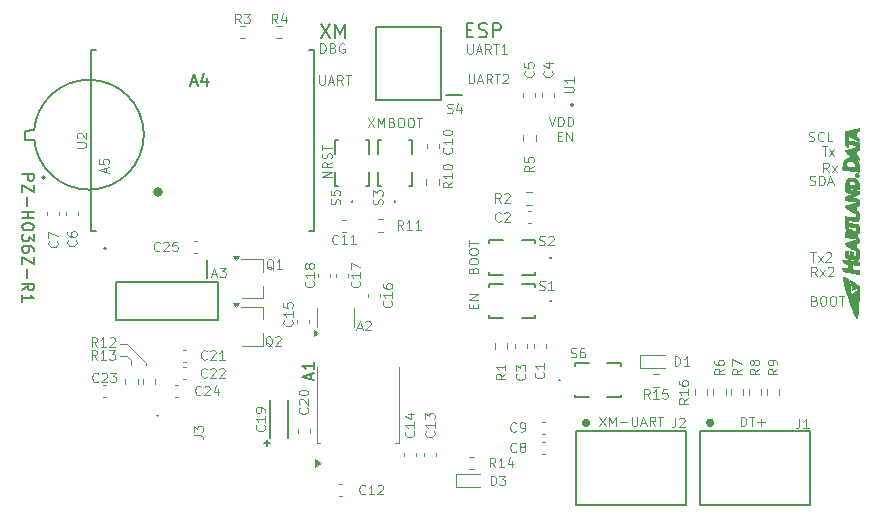
<source format=gto>
G04 #@! TF.GenerationSoftware,KiCad,Pcbnew,9.0.2*
G04 #@! TF.CreationDate,2025-06-18T11:41:47+09:00*
G04 #@! TF.ProjectId,Work,576f726b-2e6b-4696-9361-645f70636258,rev?*
G04 #@! TF.SameCoordinates,PX4cc5520PY8e93060*
G04 #@! TF.FileFunction,Legend,Top*
G04 #@! TF.FilePolarity,Positive*
%FSLAX46Y46*%
G04 Gerber Fmt 4.6, Leading zero omitted, Abs format (unit mm)*
G04 Created by KiCad (PCBNEW 9.0.2) date 2025-06-18 11:41:47*
%MOMM*%
%LPD*%
G01*
G04 APERTURE LIST*
%ADD10C,0.120000*%
%ADD11C,0.200000*%
%ADD12C,0.150000*%
%ADD13C,0.100000*%
%ADD14C,0.010000*%
%ADD15C,0.152400*%
%ADD16C,0.400000*%
%ADD17C,0.127000*%
%ADD18C,0.300000*%
G04 APERTURE END LIST*
D10*
X10300000Y14400000D02*
X11900000Y12800000D01*
X10300000Y13400000D02*
X10700000Y13000000D01*
X9700000Y13400000D02*
X10300000Y13400000D01*
X11900000Y12800000D02*
X11900000Y12600000D01*
X10700000Y13000000D02*
X10700000Y12600000D01*
X9700000Y14400000D02*
X10300000Y14400000D01*
X62290476Y7436145D02*
X62290476Y8236145D01*
X62290476Y8236145D02*
X62480952Y8236145D01*
X62480952Y8236145D02*
X62595238Y8198050D01*
X62595238Y8198050D02*
X62671428Y8121860D01*
X62671428Y8121860D02*
X62709523Y8045669D01*
X62709523Y8045669D02*
X62747619Y7893288D01*
X62747619Y7893288D02*
X62747619Y7779002D01*
X62747619Y7779002D02*
X62709523Y7626621D01*
X62709523Y7626621D02*
X62671428Y7550431D01*
X62671428Y7550431D02*
X62595238Y7474240D01*
X62595238Y7474240D02*
X62480952Y7436145D01*
X62480952Y7436145D02*
X62290476Y7436145D01*
X62976190Y8236145D02*
X63433333Y8236145D01*
X63204761Y7436145D02*
X63204761Y8236145D01*
X63700000Y7740907D02*
X64309524Y7740907D01*
X64004762Y7436145D02*
X64004762Y8045669D01*
X39142857Y39736145D02*
X39142857Y39088526D01*
X39142857Y39088526D02*
X39180952Y39012336D01*
X39180952Y39012336D02*
X39219047Y38974240D01*
X39219047Y38974240D02*
X39295238Y38936145D01*
X39295238Y38936145D02*
X39447619Y38936145D01*
X39447619Y38936145D02*
X39523809Y38974240D01*
X39523809Y38974240D02*
X39561904Y39012336D01*
X39561904Y39012336D02*
X39600000Y39088526D01*
X39600000Y39088526D02*
X39600000Y39736145D01*
X39942856Y39164717D02*
X40323809Y39164717D01*
X39866666Y38936145D02*
X40133333Y39736145D01*
X40133333Y39736145D02*
X40399999Y38936145D01*
X41123809Y38936145D02*
X40857142Y39317098D01*
X40666666Y38936145D02*
X40666666Y39736145D01*
X40666666Y39736145D02*
X40971428Y39736145D01*
X40971428Y39736145D02*
X41047618Y39698050D01*
X41047618Y39698050D02*
X41085713Y39659955D01*
X41085713Y39659955D02*
X41123809Y39583764D01*
X41123809Y39583764D02*
X41123809Y39469479D01*
X41123809Y39469479D02*
X41085713Y39393288D01*
X41085713Y39393288D02*
X41047618Y39355193D01*
X41047618Y39355193D02*
X40971428Y39317098D01*
X40971428Y39317098D02*
X40666666Y39317098D01*
X41352380Y39736145D02*
X41809523Y39736145D01*
X41580951Y38936145D02*
X41580951Y39736145D01*
X42495237Y38936145D02*
X42038094Y38936145D01*
X42266666Y38936145D02*
X42266666Y39736145D01*
X42266666Y39736145D02*
X42190475Y39621860D01*
X42190475Y39621860D02*
X42114285Y39545669D01*
X42114285Y39545669D02*
X42038094Y39507574D01*
X46033333Y33636145D02*
X46300000Y32836145D01*
X46300000Y32836145D02*
X46566666Y33636145D01*
X46833333Y32836145D02*
X46833333Y33636145D01*
X46833333Y33636145D02*
X47023809Y33636145D01*
X47023809Y33636145D02*
X47138095Y33598050D01*
X47138095Y33598050D02*
X47214285Y33521860D01*
X47214285Y33521860D02*
X47252380Y33445669D01*
X47252380Y33445669D02*
X47290476Y33293288D01*
X47290476Y33293288D02*
X47290476Y33179002D01*
X47290476Y33179002D02*
X47252380Y33026621D01*
X47252380Y33026621D02*
X47214285Y32950431D01*
X47214285Y32950431D02*
X47138095Y32874240D01*
X47138095Y32874240D02*
X47023809Y32836145D01*
X47023809Y32836145D02*
X46833333Y32836145D01*
X47633333Y32836145D02*
X47633333Y33636145D01*
X47633333Y33636145D02*
X47823809Y33636145D01*
X47823809Y33636145D02*
X47938095Y33598050D01*
X47938095Y33598050D02*
X48014285Y33521860D01*
X48014285Y33521860D02*
X48052380Y33445669D01*
X48052380Y33445669D02*
X48090476Y33293288D01*
X48090476Y33293288D02*
X48090476Y33179002D01*
X48090476Y33179002D02*
X48052380Y33026621D01*
X48052380Y33026621D02*
X48014285Y32950431D01*
X48014285Y32950431D02*
X47938095Y32874240D01*
X47938095Y32874240D02*
X47823809Y32836145D01*
X47823809Y32836145D02*
X47633333Y32836145D01*
X39242857Y37236145D02*
X39242857Y36588526D01*
X39242857Y36588526D02*
X39280952Y36512336D01*
X39280952Y36512336D02*
X39319047Y36474240D01*
X39319047Y36474240D02*
X39395238Y36436145D01*
X39395238Y36436145D02*
X39547619Y36436145D01*
X39547619Y36436145D02*
X39623809Y36474240D01*
X39623809Y36474240D02*
X39661904Y36512336D01*
X39661904Y36512336D02*
X39700000Y36588526D01*
X39700000Y36588526D02*
X39700000Y37236145D01*
X40042856Y36664717D02*
X40423809Y36664717D01*
X39966666Y36436145D02*
X40233333Y37236145D01*
X40233333Y37236145D02*
X40499999Y36436145D01*
X41223809Y36436145D02*
X40957142Y36817098D01*
X40766666Y36436145D02*
X40766666Y37236145D01*
X40766666Y37236145D02*
X41071428Y37236145D01*
X41071428Y37236145D02*
X41147618Y37198050D01*
X41147618Y37198050D02*
X41185713Y37159955D01*
X41185713Y37159955D02*
X41223809Y37083764D01*
X41223809Y37083764D02*
X41223809Y36969479D01*
X41223809Y36969479D02*
X41185713Y36893288D01*
X41185713Y36893288D02*
X41147618Y36855193D01*
X41147618Y36855193D02*
X41071428Y36817098D01*
X41071428Y36817098D02*
X40766666Y36817098D01*
X41452380Y37236145D02*
X41909523Y37236145D01*
X41680951Y36436145D02*
X41680951Y37236145D01*
X42138094Y37159955D02*
X42176190Y37198050D01*
X42176190Y37198050D02*
X42252380Y37236145D01*
X42252380Y37236145D02*
X42442856Y37236145D01*
X42442856Y37236145D02*
X42519047Y37198050D01*
X42519047Y37198050D02*
X42557142Y37159955D01*
X42557142Y37159955D02*
X42595237Y37083764D01*
X42595237Y37083764D02*
X42595237Y37007574D01*
X42595237Y37007574D02*
X42557142Y36893288D01*
X42557142Y36893288D02*
X42099999Y36436145D01*
X42099999Y36436145D02*
X42595237Y36436145D01*
X69726566Y28936145D02*
X69459899Y29317098D01*
X69269423Y28936145D02*
X69269423Y29736145D01*
X69269423Y29736145D02*
X69574185Y29736145D01*
X69574185Y29736145D02*
X69650375Y29698050D01*
X69650375Y29698050D02*
X69688470Y29659955D01*
X69688470Y29659955D02*
X69726566Y29583764D01*
X69726566Y29583764D02*
X69726566Y29469479D01*
X69726566Y29469479D02*
X69688470Y29393288D01*
X69688470Y29393288D02*
X69650375Y29355193D01*
X69650375Y29355193D02*
X69574185Y29317098D01*
X69574185Y29317098D02*
X69269423Y29317098D01*
X69993232Y28936145D02*
X70412280Y29469479D01*
X69993232Y29469479D02*
X70412280Y28936145D01*
X30733333Y33536145D02*
X31266667Y32736145D01*
X31266667Y33536145D02*
X30733333Y32736145D01*
X31571429Y32736145D02*
X31571429Y33536145D01*
X31571429Y33536145D02*
X31838095Y32964717D01*
X31838095Y32964717D02*
X32104762Y33536145D01*
X32104762Y33536145D02*
X32104762Y32736145D01*
X32752381Y33155193D02*
X32866667Y33117098D01*
X32866667Y33117098D02*
X32904762Y33079002D01*
X32904762Y33079002D02*
X32942858Y33002812D01*
X32942858Y33002812D02*
X32942858Y32888526D01*
X32942858Y32888526D02*
X32904762Y32812336D01*
X32904762Y32812336D02*
X32866667Y32774240D01*
X32866667Y32774240D02*
X32790477Y32736145D01*
X32790477Y32736145D02*
X32485715Y32736145D01*
X32485715Y32736145D02*
X32485715Y33536145D01*
X32485715Y33536145D02*
X32752381Y33536145D01*
X32752381Y33536145D02*
X32828572Y33498050D01*
X32828572Y33498050D02*
X32866667Y33459955D01*
X32866667Y33459955D02*
X32904762Y33383764D01*
X32904762Y33383764D02*
X32904762Y33307574D01*
X32904762Y33307574D02*
X32866667Y33231383D01*
X32866667Y33231383D02*
X32828572Y33193288D01*
X32828572Y33193288D02*
X32752381Y33155193D01*
X32752381Y33155193D02*
X32485715Y33155193D01*
X33438096Y33536145D02*
X33590477Y33536145D01*
X33590477Y33536145D02*
X33666667Y33498050D01*
X33666667Y33498050D02*
X33742858Y33421860D01*
X33742858Y33421860D02*
X33780953Y33269479D01*
X33780953Y33269479D02*
X33780953Y33002812D01*
X33780953Y33002812D02*
X33742858Y32850431D01*
X33742858Y32850431D02*
X33666667Y32774240D01*
X33666667Y32774240D02*
X33590477Y32736145D01*
X33590477Y32736145D02*
X33438096Y32736145D01*
X33438096Y32736145D02*
X33361905Y32774240D01*
X33361905Y32774240D02*
X33285715Y32850431D01*
X33285715Y32850431D02*
X33247619Y33002812D01*
X33247619Y33002812D02*
X33247619Y33269479D01*
X33247619Y33269479D02*
X33285715Y33421860D01*
X33285715Y33421860D02*
X33361905Y33498050D01*
X33361905Y33498050D02*
X33438096Y33536145D01*
X34276191Y33536145D02*
X34428572Y33536145D01*
X34428572Y33536145D02*
X34504762Y33498050D01*
X34504762Y33498050D02*
X34580953Y33421860D01*
X34580953Y33421860D02*
X34619048Y33269479D01*
X34619048Y33269479D02*
X34619048Y33002812D01*
X34619048Y33002812D02*
X34580953Y32850431D01*
X34580953Y32850431D02*
X34504762Y32774240D01*
X34504762Y32774240D02*
X34428572Y32736145D01*
X34428572Y32736145D02*
X34276191Y32736145D01*
X34276191Y32736145D02*
X34200000Y32774240D01*
X34200000Y32774240D02*
X34123810Y32850431D01*
X34123810Y32850431D02*
X34085714Y33002812D01*
X34085714Y33002812D02*
X34085714Y33269479D01*
X34085714Y33269479D02*
X34123810Y33421860D01*
X34123810Y33421860D02*
X34200000Y33498050D01*
X34200000Y33498050D02*
X34276191Y33536145D01*
X34847619Y33536145D02*
X35304762Y33536145D01*
X35076190Y32736145D02*
X35076190Y33536145D01*
X68514285Y18055193D02*
X68628571Y18017098D01*
X68628571Y18017098D02*
X68666666Y17979002D01*
X68666666Y17979002D02*
X68704762Y17902812D01*
X68704762Y17902812D02*
X68704762Y17788526D01*
X68704762Y17788526D02*
X68666666Y17712336D01*
X68666666Y17712336D02*
X68628571Y17674240D01*
X68628571Y17674240D02*
X68552381Y17636145D01*
X68552381Y17636145D02*
X68247619Y17636145D01*
X68247619Y17636145D02*
X68247619Y18436145D01*
X68247619Y18436145D02*
X68514285Y18436145D01*
X68514285Y18436145D02*
X68590476Y18398050D01*
X68590476Y18398050D02*
X68628571Y18359955D01*
X68628571Y18359955D02*
X68666666Y18283764D01*
X68666666Y18283764D02*
X68666666Y18207574D01*
X68666666Y18207574D02*
X68628571Y18131383D01*
X68628571Y18131383D02*
X68590476Y18093288D01*
X68590476Y18093288D02*
X68514285Y18055193D01*
X68514285Y18055193D02*
X68247619Y18055193D01*
X69200000Y18436145D02*
X69352381Y18436145D01*
X69352381Y18436145D02*
X69428571Y18398050D01*
X69428571Y18398050D02*
X69504762Y18321860D01*
X69504762Y18321860D02*
X69542857Y18169479D01*
X69542857Y18169479D02*
X69542857Y17902812D01*
X69542857Y17902812D02*
X69504762Y17750431D01*
X69504762Y17750431D02*
X69428571Y17674240D01*
X69428571Y17674240D02*
X69352381Y17636145D01*
X69352381Y17636145D02*
X69200000Y17636145D01*
X69200000Y17636145D02*
X69123809Y17674240D01*
X69123809Y17674240D02*
X69047619Y17750431D01*
X69047619Y17750431D02*
X69009523Y17902812D01*
X69009523Y17902812D02*
X69009523Y18169479D01*
X69009523Y18169479D02*
X69047619Y18321860D01*
X69047619Y18321860D02*
X69123809Y18398050D01*
X69123809Y18398050D02*
X69200000Y18436145D01*
X70038095Y18436145D02*
X70190476Y18436145D01*
X70190476Y18436145D02*
X70266666Y18398050D01*
X70266666Y18398050D02*
X70342857Y18321860D01*
X70342857Y18321860D02*
X70380952Y18169479D01*
X70380952Y18169479D02*
X70380952Y17902812D01*
X70380952Y17902812D02*
X70342857Y17750431D01*
X70342857Y17750431D02*
X70266666Y17674240D01*
X70266666Y17674240D02*
X70190476Y17636145D01*
X70190476Y17636145D02*
X70038095Y17636145D01*
X70038095Y17636145D02*
X69961904Y17674240D01*
X69961904Y17674240D02*
X69885714Y17750431D01*
X69885714Y17750431D02*
X69847618Y17902812D01*
X69847618Y17902812D02*
X69847618Y18169479D01*
X69847618Y18169479D02*
X69885714Y18321860D01*
X69885714Y18321860D02*
X69961904Y18398050D01*
X69961904Y18398050D02*
X70038095Y18436145D01*
X70609523Y18436145D02*
X71066666Y18436145D01*
X70838094Y17636145D02*
X70838094Y18436145D01*
X26623810Y37136145D02*
X26623810Y36488526D01*
X26623810Y36488526D02*
X26661905Y36412336D01*
X26661905Y36412336D02*
X26700000Y36374240D01*
X26700000Y36374240D02*
X26776191Y36336145D01*
X26776191Y36336145D02*
X26928572Y36336145D01*
X26928572Y36336145D02*
X27004762Y36374240D01*
X27004762Y36374240D02*
X27042857Y36412336D01*
X27042857Y36412336D02*
X27080953Y36488526D01*
X27080953Y36488526D02*
X27080953Y37136145D01*
X27423809Y36564717D02*
X27804762Y36564717D01*
X27347619Y36336145D02*
X27614286Y37136145D01*
X27614286Y37136145D02*
X27880952Y36336145D01*
X28604762Y36336145D02*
X28338095Y36717098D01*
X28147619Y36336145D02*
X28147619Y37136145D01*
X28147619Y37136145D02*
X28452381Y37136145D01*
X28452381Y37136145D02*
X28528571Y37098050D01*
X28528571Y37098050D02*
X28566666Y37059955D01*
X28566666Y37059955D02*
X28604762Y36983764D01*
X28604762Y36983764D02*
X28604762Y36869479D01*
X28604762Y36869479D02*
X28566666Y36793288D01*
X28566666Y36793288D02*
X28528571Y36755193D01*
X28528571Y36755193D02*
X28452381Y36717098D01*
X28452381Y36717098D02*
X28147619Y36717098D01*
X28833333Y37136145D02*
X29290476Y37136145D01*
X29061904Y36336145D02*
X29061904Y37136145D01*
X68128571Y27874240D02*
X68242857Y27836145D01*
X68242857Y27836145D02*
X68433333Y27836145D01*
X68433333Y27836145D02*
X68509524Y27874240D01*
X68509524Y27874240D02*
X68547619Y27912336D01*
X68547619Y27912336D02*
X68585714Y27988526D01*
X68585714Y27988526D02*
X68585714Y28064717D01*
X68585714Y28064717D02*
X68547619Y28140907D01*
X68547619Y28140907D02*
X68509524Y28179002D01*
X68509524Y28179002D02*
X68433333Y28217098D01*
X68433333Y28217098D02*
X68280952Y28255193D01*
X68280952Y28255193D02*
X68204762Y28293288D01*
X68204762Y28293288D02*
X68166667Y28331383D01*
X68166667Y28331383D02*
X68128571Y28407574D01*
X68128571Y28407574D02*
X68128571Y28483764D01*
X68128571Y28483764D02*
X68166667Y28559955D01*
X68166667Y28559955D02*
X68204762Y28598050D01*
X68204762Y28598050D02*
X68280952Y28636145D01*
X68280952Y28636145D02*
X68471429Y28636145D01*
X68471429Y28636145D02*
X68585714Y28598050D01*
X68928572Y27836145D02*
X68928572Y28636145D01*
X68928572Y28636145D02*
X69119048Y28636145D01*
X69119048Y28636145D02*
X69233334Y28598050D01*
X69233334Y28598050D02*
X69309524Y28521860D01*
X69309524Y28521860D02*
X69347619Y28445669D01*
X69347619Y28445669D02*
X69385715Y28293288D01*
X69385715Y28293288D02*
X69385715Y28179002D01*
X69385715Y28179002D02*
X69347619Y28026621D01*
X69347619Y28026621D02*
X69309524Y27950431D01*
X69309524Y27950431D02*
X69233334Y27874240D01*
X69233334Y27874240D02*
X69119048Y27836145D01*
X69119048Y27836145D02*
X68928572Y27836145D01*
X69690476Y28064717D02*
X70071429Y28064717D01*
X69614286Y27836145D02*
X69880953Y28636145D01*
X69880953Y28636145D02*
X70147619Y27836145D01*
X68726566Y20104145D02*
X68459899Y20485098D01*
X68269423Y20104145D02*
X68269423Y20904145D01*
X68269423Y20904145D02*
X68574185Y20904145D01*
X68574185Y20904145D02*
X68650375Y20866050D01*
X68650375Y20866050D02*
X68688470Y20827955D01*
X68688470Y20827955D02*
X68726566Y20751764D01*
X68726566Y20751764D02*
X68726566Y20637479D01*
X68726566Y20637479D02*
X68688470Y20561288D01*
X68688470Y20561288D02*
X68650375Y20523193D01*
X68650375Y20523193D02*
X68574185Y20485098D01*
X68574185Y20485098D02*
X68269423Y20485098D01*
X68993232Y20104145D02*
X69412280Y20637479D01*
X68993232Y20637479D02*
X69412280Y20104145D01*
X69678946Y20827955D02*
X69717042Y20866050D01*
X69717042Y20866050D02*
X69793232Y20904145D01*
X69793232Y20904145D02*
X69983708Y20904145D01*
X69983708Y20904145D02*
X70059899Y20866050D01*
X70059899Y20866050D02*
X70097994Y20827955D01*
X70097994Y20827955D02*
X70136089Y20751764D01*
X70136089Y20751764D02*
X70136089Y20675574D01*
X70136089Y20675574D02*
X70097994Y20561288D01*
X70097994Y20561288D02*
X69640851Y20104145D01*
X69640851Y20104145D02*
X70136089Y20104145D01*
X39644807Y20614286D02*
X39682902Y20728572D01*
X39682902Y20728572D02*
X39720998Y20766667D01*
X39720998Y20766667D02*
X39797188Y20804763D01*
X39797188Y20804763D02*
X39911474Y20804763D01*
X39911474Y20804763D02*
X39987664Y20766667D01*
X39987664Y20766667D02*
X40025760Y20728572D01*
X40025760Y20728572D02*
X40063855Y20652382D01*
X40063855Y20652382D02*
X40063855Y20347620D01*
X40063855Y20347620D02*
X39263855Y20347620D01*
X39263855Y20347620D02*
X39263855Y20614286D01*
X39263855Y20614286D02*
X39301950Y20690477D01*
X39301950Y20690477D02*
X39340045Y20728572D01*
X39340045Y20728572D02*
X39416236Y20766667D01*
X39416236Y20766667D02*
X39492426Y20766667D01*
X39492426Y20766667D02*
X39568617Y20728572D01*
X39568617Y20728572D02*
X39606712Y20690477D01*
X39606712Y20690477D02*
X39644807Y20614286D01*
X39644807Y20614286D02*
X39644807Y20347620D01*
X39263855Y21300001D02*
X39263855Y21452382D01*
X39263855Y21452382D02*
X39301950Y21528572D01*
X39301950Y21528572D02*
X39378140Y21604763D01*
X39378140Y21604763D02*
X39530521Y21642858D01*
X39530521Y21642858D02*
X39797188Y21642858D01*
X39797188Y21642858D02*
X39949569Y21604763D01*
X39949569Y21604763D02*
X40025760Y21528572D01*
X40025760Y21528572D02*
X40063855Y21452382D01*
X40063855Y21452382D02*
X40063855Y21300001D01*
X40063855Y21300001D02*
X40025760Y21223810D01*
X40025760Y21223810D02*
X39949569Y21147620D01*
X39949569Y21147620D02*
X39797188Y21109524D01*
X39797188Y21109524D02*
X39530521Y21109524D01*
X39530521Y21109524D02*
X39378140Y21147620D01*
X39378140Y21147620D02*
X39301950Y21223810D01*
X39301950Y21223810D02*
X39263855Y21300001D01*
X39263855Y22138096D02*
X39263855Y22290477D01*
X39263855Y22290477D02*
X39301950Y22366667D01*
X39301950Y22366667D02*
X39378140Y22442858D01*
X39378140Y22442858D02*
X39530521Y22480953D01*
X39530521Y22480953D02*
X39797188Y22480953D01*
X39797188Y22480953D02*
X39949569Y22442858D01*
X39949569Y22442858D02*
X40025760Y22366667D01*
X40025760Y22366667D02*
X40063855Y22290477D01*
X40063855Y22290477D02*
X40063855Y22138096D01*
X40063855Y22138096D02*
X40025760Y22061905D01*
X40025760Y22061905D02*
X39949569Y21985715D01*
X39949569Y21985715D02*
X39797188Y21947619D01*
X39797188Y21947619D02*
X39530521Y21947619D01*
X39530521Y21947619D02*
X39378140Y21985715D01*
X39378140Y21985715D02*
X39301950Y22061905D01*
X39301950Y22061905D02*
X39263855Y22138096D01*
X39263855Y22709524D02*
X39263855Y23166667D01*
X40063855Y22938095D02*
X39263855Y22938095D01*
X26690476Y39036145D02*
X26690476Y39836145D01*
X26690476Y39836145D02*
X26880952Y39836145D01*
X26880952Y39836145D02*
X26995238Y39798050D01*
X26995238Y39798050D02*
X27071428Y39721860D01*
X27071428Y39721860D02*
X27109523Y39645669D01*
X27109523Y39645669D02*
X27147619Y39493288D01*
X27147619Y39493288D02*
X27147619Y39379002D01*
X27147619Y39379002D02*
X27109523Y39226621D01*
X27109523Y39226621D02*
X27071428Y39150431D01*
X27071428Y39150431D02*
X26995238Y39074240D01*
X26995238Y39074240D02*
X26880952Y39036145D01*
X26880952Y39036145D02*
X26690476Y39036145D01*
X27757142Y39455193D02*
X27871428Y39417098D01*
X27871428Y39417098D02*
X27909523Y39379002D01*
X27909523Y39379002D02*
X27947619Y39302812D01*
X27947619Y39302812D02*
X27947619Y39188526D01*
X27947619Y39188526D02*
X27909523Y39112336D01*
X27909523Y39112336D02*
X27871428Y39074240D01*
X27871428Y39074240D02*
X27795238Y39036145D01*
X27795238Y39036145D02*
X27490476Y39036145D01*
X27490476Y39036145D02*
X27490476Y39836145D01*
X27490476Y39836145D02*
X27757142Y39836145D01*
X27757142Y39836145D02*
X27833333Y39798050D01*
X27833333Y39798050D02*
X27871428Y39759955D01*
X27871428Y39759955D02*
X27909523Y39683764D01*
X27909523Y39683764D02*
X27909523Y39607574D01*
X27909523Y39607574D02*
X27871428Y39531383D01*
X27871428Y39531383D02*
X27833333Y39493288D01*
X27833333Y39493288D02*
X27757142Y39455193D01*
X27757142Y39455193D02*
X27490476Y39455193D01*
X28709523Y39798050D02*
X28633333Y39836145D01*
X28633333Y39836145D02*
X28519047Y39836145D01*
X28519047Y39836145D02*
X28404761Y39798050D01*
X28404761Y39798050D02*
X28328571Y39721860D01*
X28328571Y39721860D02*
X28290476Y39645669D01*
X28290476Y39645669D02*
X28252380Y39493288D01*
X28252380Y39493288D02*
X28252380Y39379002D01*
X28252380Y39379002D02*
X28290476Y39226621D01*
X28290476Y39226621D02*
X28328571Y39150431D01*
X28328571Y39150431D02*
X28404761Y39074240D01*
X28404761Y39074240D02*
X28519047Y39036145D01*
X28519047Y39036145D02*
X28595238Y39036145D01*
X28595238Y39036145D02*
X28709523Y39074240D01*
X28709523Y39074240D02*
X28747619Y39112336D01*
X28747619Y39112336D02*
X28747619Y39379002D01*
X28747619Y39379002D02*
X28595238Y39379002D01*
X50314286Y8236145D02*
X50847620Y7436145D01*
X50847620Y8236145D02*
X50314286Y7436145D01*
X51152382Y7436145D02*
X51152382Y8236145D01*
X51152382Y8236145D02*
X51419048Y7664717D01*
X51419048Y7664717D02*
X51685715Y8236145D01*
X51685715Y8236145D02*
X51685715Y7436145D01*
X52066668Y7740907D02*
X52676192Y7740907D01*
X53057144Y8236145D02*
X53057144Y7588526D01*
X53057144Y7588526D02*
X53095239Y7512336D01*
X53095239Y7512336D02*
X53133334Y7474240D01*
X53133334Y7474240D02*
X53209525Y7436145D01*
X53209525Y7436145D02*
X53361906Y7436145D01*
X53361906Y7436145D02*
X53438096Y7474240D01*
X53438096Y7474240D02*
X53476191Y7512336D01*
X53476191Y7512336D02*
X53514287Y7588526D01*
X53514287Y7588526D02*
X53514287Y8236145D01*
X53857143Y7664717D02*
X54238096Y7664717D01*
X53780953Y7436145D02*
X54047620Y8236145D01*
X54047620Y8236145D02*
X54314286Y7436145D01*
X55038096Y7436145D02*
X54771429Y7817098D01*
X54580953Y7436145D02*
X54580953Y8236145D01*
X54580953Y8236145D02*
X54885715Y8236145D01*
X54885715Y8236145D02*
X54961905Y8198050D01*
X54961905Y8198050D02*
X55000000Y8159955D01*
X55000000Y8159955D02*
X55038096Y8083764D01*
X55038096Y8083764D02*
X55038096Y7969479D01*
X55038096Y7969479D02*
X55000000Y7893288D01*
X55000000Y7893288D02*
X54961905Y7855193D01*
X54961905Y7855193D02*
X54885715Y7817098D01*
X54885715Y7817098D02*
X54580953Y7817098D01*
X55266667Y8236145D02*
X55723810Y8236145D01*
X55495238Y7436145D02*
X55495238Y8236145D01*
X68047618Y31574240D02*
X68161904Y31536145D01*
X68161904Y31536145D02*
X68352380Y31536145D01*
X68352380Y31536145D02*
X68428571Y31574240D01*
X68428571Y31574240D02*
X68466666Y31612336D01*
X68466666Y31612336D02*
X68504761Y31688526D01*
X68504761Y31688526D02*
X68504761Y31764717D01*
X68504761Y31764717D02*
X68466666Y31840907D01*
X68466666Y31840907D02*
X68428571Y31879002D01*
X68428571Y31879002D02*
X68352380Y31917098D01*
X68352380Y31917098D02*
X68199999Y31955193D01*
X68199999Y31955193D02*
X68123809Y31993288D01*
X68123809Y31993288D02*
X68085714Y32031383D01*
X68085714Y32031383D02*
X68047618Y32107574D01*
X68047618Y32107574D02*
X68047618Y32183764D01*
X68047618Y32183764D02*
X68085714Y32259955D01*
X68085714Y32259955D02*
X68123809Y32298050D01*
X68123809Y32298050D02*
X68199999Y32336145D01*
X68199999Y32336145D02*
X68390476Y32336145D01*
X68390476Y32336145D02*
X68504761Y32298050D01*
X69304762Y31612336D02*
X69266666Y31574240D01*
X69266666Y31574240D02*
X69152381Y31536145D01*
X69152381Y31536145D02*
X69076190Y31536145D01*
X69076190Y31536145D02*
X68961904Y31574240D01*
X68961904Y31574240D02*
X68885714Y31650431D01*
X68885714Y31650431D02*
X68847619Y31726621D01*
X68847619Y31726621D02*
X68809523Y31879002D01*
X68809523Y31879002D02*
X68809523Y31993288D01*
X68809523Y31993288D02*
X68847619Y32145669D01*
X68847619Y32145669D02*
X68885714Y32221860D01*
X68885714Y32221860D02*
X68961904Y32298050D01*
X68961904Y32298050D02*
X69076190Y32336145D01*
X69076190Y32336145D02*
X69152381Y32336145D01*
X69152381Y32336145D02*
X69266666Y32298050D01*
X69266666Y32298050D02*
X69304762Y32259955D01*
X70028571Y31536145D02*
X69647619Y31536145D01*
X69647619Y31536145D02*
X69647619Y32336145D01*
X46809524Y31955193D02*
X47076190Y31955193D01*
X47190476Y31536145D02*
X46809524Y31536145D01*
X46809524Y31536145D02*
X46809524Y32336145D01*
X46809524Y32336145D02*
X47190476Y32336145D01*
X47533334Y31536145D02*
X47533334Y32336145D01*
X47533334Y32336145D02*
X47990477Y31536145D01*
X47990477Y31536145D02*
X47990477Y32336145D01*
X39644807Y17409525D02*
X39644807Y17676191D01*
X40063855Y17790477D02*
X40063855Y17409525D01*
X40063855Y17409525D02*
X39263855Y17409525D01*
X39263855Y17409525D02*
X39263855Y17790477D01*
X40063855Y18133335D02*
X39263855Y18133335D01*
X39263855Y18133335D02*
X40063855Y18590478D01*
X40063855Y18590478D02*
X39263855Y18590478D01*
D11*
X1447780Y28780952D02*
X2447780Y28780952D01*
X2447780Y28780952D02*
X2447780Y28400000D01*
X2447780Y28400000D02*
X2400161Y28304762D01*
X2400161Y28304762D02*
X2352542Y28257143D01*
X2352542Y28257143D02*
X2257304Y28209524D01*
X2257304Y28209524D02*
X2114447Y28209524D01*
X2114447Y28209524D02*
X2019209Y28257143D01*
X2019209Y28257143D02*
X1971590Y28304762D01*
X1971590Y28304762D02*
X1923971Y28400000D01*
X1923971Y28400000D02*
X1923971Y28780952D01*
X2447780Y27876190D02*
X2447780Y27209524D01*
X2447780Y27209524D02*
X1447780Y27876190D01*
X1447780Y27876190D02*
X1447780Y27209524D01*
X1828733Y26828571D02*
X1828733Y26066666D01*
X1447780Y25590476D02*
X2447780Y25590476D01*
X1971590Y25590476D02*
X1971590Y25019048D01*
X1447780Y25019048D02*
X2447780Y25019048D01*
X2447780Y24352381D02*
X2447780Y24257143D01*
X2447780Y24257143D02*
X2400161Y24161905D01*
X2400161Y24161905D02*
X2352542Y24114286D01*
X2352542Y24114286D02*
X2257304Y24066667D01*
X2257304Y24066667D02*
X2066828Y24019048D01*
X2066828Y24019048D02*
X1828733Y24019048D01*
X1828733Y24019048D02*
X1638257Y24066667D01*
X1638257Y24066667D02*
X1543019Y24114286D01*
X1543019Y24114286D02*
X1495400Y24161905D01*
X1495400Y24161905D02*
X1447780Y24257143D01*
X1447780Y24257143D02*
X1447780Y24352381D01*
X1447780Y24352381D02*
X1495400Y24447619D01*
X1495400Y24447619D02*
X1543019Y24495238D01*
X1543019Y24495238D02*
X1638257Y24542857D01*
X1638257Y24542857D02*
X1828733Y24590476D01*
X1828733Y24590476D02*
X2066828Y24590476D01*
X2066828Y24590476D02*
X2257304Y24542857D01*
X2257304Y24542857D02*
X2352542Y24495238D01*
X2352542Y24495238D02*
X2400161Y24447619D01*
X2400161Y24447619D02*
X2447780Y24352381D01*
X2447780Y23685714D02*
X2447780Y23066667D01*
X2447780Y23066667D02*
X2066828Y23400000D01*
X2066828Y23400000D02*
X2066828Y23257143D01*
X2066828Y23257143D02*
X2019209Y23161905D01*
X2019209Y23161905D02*
X1971590Y23114286D01*
X1971590Y23114286D02*
X1876352Y23066667D01*
X1876352Y23066667D02*
X1638257Y23066667D01*
X1638257Y23066667D02*
X1543019Y23114286D01*
X1543019Y23114286D02*
X1495400Y23161905D01*
X1495400Y23161905D02*
X1447780Y23257143D01*
X1447780Y23257143D02*
X1447780Y23542857D01*
X1447780Y23542857D02*
X1495400Y23638095D01*
X1495400Y23638095D02*
X1543019Y23685714D01*
X2447780Y22209524D02*
X2447780Y22400000D01*
X2447780Y22400000D02*
X2400161Y22495238D01*
X2400161Y22495238D02*
X2352542Y22542857D01*
X2352542Y22542857D02*
X2209685Y22638095D01*
X2209685Y22638095D02*
X2019209Y22685714D01*
X2019209Y22685714D02*
X1638257Y22685714D01*
X1638257Y22685714D02*
X1543019Y22638095D01*
X1543019Y22638095D02*
X1495400Y22590476D01*
X1495400Y22590476D02*
X1447780Y22495238D01*
X1447780Y22495238D02*
X1447780Y22304762D01*
X1447780Y22304762D02*
X1495400Y22209524D01*
X1495400Y22209524D02*
X1543019Y22161905D01*
X1543019Y22161905D02*
X1638257Y22114286D01*
X1638257Y22114286D02*
X1876352Y22114286D01*
X1876352Y22114286D02*
X1971590Y22161905D01*
X1971590Y22161905D02*
X2019209Y22209524D01*
X2019209Y22209524D02*
X2066828Y22304762D01*
X2066828Y22304762D02*
X2066828Y22495238D01*
X2066828Y22495238D02*
X2019209Y22590476D01*
X2019209Y22590476D02*
X1971590Y22638095D01*
X1971590Y22638095D02*
X1876352Y22685714D01*
X2447780Y21780952D02*
X2447780Y21114286D01*
X2447780Y21114286D02*
X1447780Y21780952D01*
X1447780Y21780952D02*
X1447780Y21114286D01*
X1828733Y20733333D02*
X1828733Y19971428D01*
X1447780Y18923810D02*
X1923971Y19257143D01*
X1447780Y19495238D02*
X2447780Y19495238D01*
X2447780Y19495238D02*
X2447780Y19114286D01*
X2447780Y19114286D02*
X2400161Y19019048D01*
X2400161Y19019048D02*
X2352542Y18971429D01*
X2352542Y18971429D02*
X2257304Y18923810D01*
X2257304Y18923810D02*
X2114447Y18923810D01*
X2114447Y18923810D02*
X2019209Y18971429D01*
X2019209Y18971429D02*
X1971590Y19019048D01*
X1971590Y19019048D02*
X1923971Y19114286D01*
X1923971Y19114286D02*
X1923971Y19495238D01*
X1447780Y17971429D02*
X1447780Y18542857D01*
X1447780Y18257143D02*
X2447780Y18257143D01*
X2447780Y18257143D02*
X2304923Y18352381D01*
X2304923Y18352381D02*
X2209685Y18447619D01*
X2209685Y18447619D02*
X2162066Y18542857D01*
D12*
X39084398Y40983229D02*
X39484398Y40983229D01*
X39655826Y40354658D02*
X39084398Y40354658D01*
X39084398Y40354658D02*
X39084398Y41554658D01*
X39084398Y41554658D02*
X39655826Y41554658D01*
X40112969Y40411800D02*
X40284398Y40354658D01*
X40284398Y40354658D02*
X40570112Y40354658D01*
X40570112Y40354658D02*
X40684398Y40411800D01*
X40684398Y40411800D02*
X40741540Y40468943D01*
X40741540Y40468943D02*
X40798683Y40583229D01*
X40798683Y40583229D02*
X40798683Y40697515D01*
X40798683Y40697515D02*
X40741540Y40811800D01*
X40741540Y40811800D02*
X40684398Y40868943D01*
X40684398Y40868943D02*
X40570112Y40926086D01*
X40570112Y40926086D02*
X40341540Y40983229D01*
X40341540Y40983229D02*
X40227255Y41040372D01*
X40227255Y41040372D02*
X40170112Y41097515D01*
X40170112Y41097515D02*
X40112969Y41211800D01*
X40112969Y41211800D02*
X40112969Y41326086D01*
X40112969Y41326086D02*
X40170112Y41440372D01*
X40170112Y41440372D02*
X40227255Y41497515D01*
X40227255Y41497515D02*
X40341540Y41554658D01*
X40341540Y41554658D02*
X40627255Y41554658D01*
X40627255Y41554658D02*
X40798683Y41497515D01*
X41312969Y40354658D02*
X41312969Y41554658D01*
X41312969Y41554658D02*
X41770112Y41554658D01*
X41770112Y41554658D02*
X41884397Y41497515D01*
X41884397Y41497515D02*
X41941540Y41440372D01*
X41941540Y41440372D02*
X41998683Y41326086D01*
X41998683Y41326086D02*
X41998683Y41154658D01*
X41998683Y41154658D02*
X41941540Y41040372D01*
X41941540Y41040372D02*
X41884397Y40983229D01*
X41884397Y40983229D02*
X41770112Y40926086D01*
X41770112Y40926086D02*
X41312969Y40926086D01*
D10*
X68166666Y22136145D02*
X68623809Y22136145D01*
X68395237Y21336145D02*
X68395237Y22136145D01*
X68814285Y21336145D02*
X69233333Y21869479D01*
X68814285Y21869479D02*
X69233333Y21336145D01*
X69499999Y22059955D02*
X69538095Y22098050D01*
X69538095Y22098050D02*
X69614285Y22136145D01*
X69614285Y22136145D02*
X69804761Y22136145D01*
X69804761Y22136145D02*
X69880952Y22098050D01*
X69880952Y22098050D02*
X69919047Y22059955D01*
X69919047Y22059955D02*
X69957142Y21983764D01*
X69957142Y21983764D02*
X69957142Y21907574D01*
X69957142Y21907574D02*
X69919047Y21793288D01*
X69919047Y21793288D02*
X69461904Y21336145D01*
X69461904Y21336145D02*
X69957142Y21336145D01*
X27663855Y28485715D02*
X26863855Y28485715D01*
X26863855Y28485715D02*
X27663855Y28942858D01*
X27663855Y28942858D02*
X26863855Y28942858D01*
X27663855Y29780953D02*
X27282902Y29514286D01*
X27663855Y29323810D02*
X26863855Y29323810D01*
X26863855Y29323810D02*
X26863855Y29628572D01*
X26863855Y29628572D02*
X26901950Y29704762D01*
X26901950Y29704762D02*
X26940045Y29742857D01*
X26940045Y29742857D02*
X27016236Y29780953D01*
X27016236Y29780953D02*
X27130521Y29780953D01*
X27130521Y29780953D02*
X27206712Y29742857D01*
X27206712Y29742857D02*
X27244807Y29704762D01*
X27244807Y29704762D02*
X27282902Y29628572D01*
X27282902Y29628572D02*
X27282902Y29323810D01*
X27625760Y30085714D02*
X27663855Y30200000D01*
X27663855Y30200000D02*
X27663855Y30390476D01*
X27663855Y30390476D02*
X27625760Y30466667D01*
X27625760Y30466667D02*
X27587664Y30504762D01*
X27587664Y30504762D02*
X27511474Y30542857D01*
X27511474Y30542857D02*
X27435283Y30542857D01*
X27435283Y30542857D02*
X27359093Y30504762D01*
X27359093Y30504762D02*
X27320998Y30466667D01*
X27320998Y30466667D02*
X27282902Y30390476D01*
X27282902Y30390476D02*
X27244807Y30238095D01*
X27244807Y30238095D02*
X27206712Y30161905D01*
X27206712Y30161905D02*
X27168617Y30123810D01*
X27168617Y30123810D02*
X27092426Y30085714D01*
X27092426Y30085714D02*
X27016236Y30085714D01*
X27016236Y30085714D02*
X26940045Y30123810D01*
X26940045Y30123810D02*
X26901950Y30161905D01*
X26901950Y30161905D02*
X26863855Y30238095D01*
X26863855Y30238095D02*
X26863855Y30428572D01*
X26863855Y30428572D02*
X26901950Y30542857D01*
X26863855Y30771429D02*
X26863855Y31228572D01*
X27663855Y31000000D02*
X26863855Y31000000D01*
X69155137Y31136145D02*
X69612280Y31136145D01*
X69383708Y30336145D02*
X69383708Y31136145D01*
X69802756Y30336145D02*
X70221804Y30869479D01*
X69802756Y30869479D02*
X70221804Y30336145D01*
D12*
X26714285Y41452658D02*
X27514285Y40252658D01*
X27514285Y41452658D02*
X26714285Y40252658D01*
X27971428Y40252658D02*
X27971428Y41452658D01*
X27971428Y41452658D02*
X28371428Y40595515D01*
X28371428Y40595515D02*
X28771428Y41452658D01*
X28771428Y41452658D02*
X28771428Y40252658D01*
D10*
X17085714Y13112336D02*
X17047618Y13074240D01*
X17047618Y13074240D02*
X16933333Y13036145D01*
X16933333Y13036145D02*
X16857142Y13036145D01*
X16857142Y13036145D02*
X16742856Y13074240D01*
X16742856Y13074240D02*
X16666666Y13150431D01*
X16666666Y13150431D02*
X16628571Y13226621D01*
X16628571Y13226621D02*
X16590475Y13379002D01*
X16590475Y13379002D02*
X16590475Y13493288D01*
X16590475Y13493288D02*
X16628571Y13645669D01*
X16628571Y13645669D02*
X16666666Y13721860D01*
X16666666Y13721860D02*
X16742856Y13798050D01*
X16742856Y13798050D02*
X16857142Y13836145D01*
X16857142Y13836145D02*
X16933333Y13836145D01*
X16933333Y13836145D02*
X17047618Y13798050D01*
X17047618Y13798050D02*
X17085714Y13759955D01*
X17390475Y13759955D02*
X17428571Y13798050D01*
X17428571Y13798050D02*
X17504761Y13836145D01*
X17504761Y13836145D02*
X17695237Y13836145D01*
X17695237Y13836145D02*
X17771428Y13798050D01*
X17771428Y13798050D02*
X17809523Y13759955D01*
X17809523Y13759955D02*
X17847618Y13683764D01*
X17847618Y13683764D02*
X17847618Y13607574D01*
X17847618Y13607574D02*
X17809523Y13493288D01*
X17809523Y13493288D02*
X17352380Y13036145D01*
X17352380Y13036145D02*
X17847618Y13036145D01*
X18609523Y13036145D02*
X18152380Y13036145D01*
X18380952Y13036145D02*
X18380952Y13836145D01*
X18380952Y13836145D02*
X18304761Y13721860D01*
X18304761Y13721860D02*
X18228571Y13645669D01*
X18228571Y13645669D02*
X18152380Y13607574D01*
X37863855Y28085715D02*
X37482902Y27819048D01*
X37863855Y27628572D02*
X37063855Y27628572D01*
X37063855Y27628572D02*
X37063855Y27933334D01*
X37063855Y27933334D02*
X37101950Y28009524D01*
X37101950Y28009524D02*
X37140045Y28047619D01*
X37140045Y28047619D02*
X37216236Y28085715D01*
X37216236Y28085715D02*
X37330521Y28085715D01*
X37330521Y28085715D02*
X37406712Y28047619D01*
X37406712Y28047619D02*
X37444807Y28009524D01*
X37444807Y28009524D02*
X37482902Y27933334D01*
X37482902Y27933334D02*
X37482902Y27628572D01*
X37863855Y28847619D02*
X37863855Y28390476D01*
X37863855Y28619048D02*
X37063855Y28619048D01*
X37063855Y28619048D02*
X37178140Y28542857D01*
X37178140Y28542857D02*
X37254331Y28466667D01*
X37254331Y28466667D02*
X37292426Y28390476D01*
X37063855Y29342858D02*
X37063855Y29419048D01*
X37063855Y29419048D02*
X37101950Y29495239D01*
X37101950Y29495239D02*
X37140045Y29533334D01*
X37140045Y29533334D02*
X37216236Y29571429D01*
X37216236Y29571429D02*
X37368617Y29609524D01*
X37368617Y29609524D02*
X37559093Y29609524D01*
X37559093Y29609524D02*
X37711474Y29571429D01*
X37711474Y29571429D02*
X37787664Y29533334D01*
X37787664Y29533334D02*
X37825760Y29495239D01*
X37825760Y29495239D02*
X37863855Y29419048D01*
X37863855Y29419048D02*
X37863855Y29342858D01*
X37863855Y29342858D02*
X37825760Y29266667D01*
X37825760Y29266667D02*
X37787664Y29228572D01*
X37787664Y29228572D02*
X37711474Y29190477D01*
X37711474Y29190477D02*
X37559093Y29152381D01*
X37559093Y29152381D02*
X37368617Y29152381D01*
X37368617Y29152381D02*
X37216236Y29190477D01*
X37216236Y29190477D02*
X37140045Y29228572D01*
X37140045Y29228572D02*
X37101950Y29266667D01*
X37101950Y29266667D02*
X37063855Y29342858D01*
X42363855Y11866668D02*
X41982902Y11600001D01*
X42363855Y11409525D02*
X41563855Y11409525D01*
X41563855Y11409525D02*
X41563855Y11714287D01*
X41563855Y11714287D02*
X41601950Y11790477D01*
X41601950Y11790477D02*
X41640045Y11828572D01*
X41640045Y11828572D02*
X41716236Y11866668D01*
X41716236Y11866668D02*
X41830521Y11866668D01*
X41830521Y11866668D02*
X41906712Y11828572D01*
X41906712Y11828572D02*
X41944807Y11790477D01*
X41944807Y11790477D02*
X41982902Y11714287D01*
X41982902Y11714287D02*
X41982902Y11409525D01*
X42363855Y12628572D02*
X42363855Y12171429D01*
X42363855Y12400001D02*
X41563855Y12400001D01*
X41563855Y12400001D02*
X41678140Y12323810D01*
X41678140Y12323810D02*
X41754331Y12247620D01*
X41754331Y12247620D02*
X41792426Y12171429D01*
X22723809Y20659955D02*
X22647619Y20698050D01*
X22647619Y20698050D02*
X22571428Y20774240D01*
X22571428Y20774240D02*
X22457142Y20888526D01*
X22457142Y20888526D02*
X22380952Y20926621D01*
X22380952Y20926621D02*
X22304761Y20926621D01*
X22342857Y20736145D02*
X22266666Y20774240D01*
X22266666Y20774240D02*
X22190476Y20850431D01*
X22190476Y20850431D02*
X22152380Y21002812D01*
X22152380Y21002812D02*
X22152380Y21269479D01*
X22152380Y21269479D02*
X22190476Y21421860D01*
X22190476Y21421860D02*
X22266666Y21498050D01*
X22266666Y21498050D02*
X22342857Y21536145D01*
X22342857Y21536145D02*
X22495238Y21536145D01*
X22495238Y21536145D02*
X22571428Y21498050D01*
X22571428Y21498050D02*
X22647619Y21421860D01*
X22647619Y21421860D02*
X22685714Y21269479D01*
X22685714Y21269479D02*
X22685714Y21002812D01*
X22685714Y21002812D02*
X22647619Y20850431D01*
X22647619Y20850431D02*
X22571428Y20774240D01*
X22571428Y20774240D02*
X22495238Y20736145D01*
X22495238Y20736145D02*
X22342857Y20736145D01*
X23447618Y20736145D02*
X22990475Y20736145D01*
X23219047Y20736145D02*
X23219047Y21536145D01*
X23219047Y21536145D02*
X23142856Y21421860D01*
X23142856Y21421860D02*
X23066666Y21345669D01*
X23066666Y21345669D02*
X22990475Y21307574D01*
X47890475Y13274240D02*
X48004761Y13236145D01*
X48004761Y13236145D02*
X48195237Y13236145D01*
X48195237Y13236145D02*
X48271428Y13274240D01*
X48271428Y13274240D02*
X48309523Y13312336D01*
X48309523Y13312336D02*
X48347618Y13388526D01*
X48347618Y13388526D02*
X48347618Y13464717D01*
X48347618Y13464717D02*
X48309523Y13540907D01*
X48309523Y13540907D02*
X48271428Y13579002D01*
X48271428Y13579002D02*
X48195237Y13617098D01*
X48195237Y13617098D02*
X48042856Y13655193D01*
X48042856Y13655193D02*
X47966666Y13693288D01*
X47966666Y13693288D02*
X47928571Y13731383D01*
X47928571Y13731383D02*
X47890475Y13807574D01*
X47890475Y13807574D02*
X47890475Y13883764D01*
X47890475Y13883764D02*
X47928571Y13959955D01*
X47928571Y13959955D02*
X47966666Y13998050D01*
X47966666Y13998050D02*
X48042856Y14036145D01*
X48042856Y14036145D02*
X48233333Y14036145D01*
X48233333Y14036145D02*
X48347618Y13998050D01*
X49033333Y14036145D02*
X48880952Y14036145D01*
X48880952Y14036145D02*
X48804761Y13998050D01*
X48804761Y13998050D02*
X48766666Y13959955D01*
X48766666Y13959955D02*
X48690476Y13845669D01*
X48690476Y13845669D02*
X48652380Y13693288D01*
X48652380Y13693288D02*
X48652380Y13388526D01*
X48652380Y13388526D02*
X48690476Y13312336D01*
X48690476Y13312336D02*
X48728571Y13274240D01*
X48728571Y13274240D02*
X48804761Y13236145D01*
X48804761Y13236145D02*
X48957142Y13236145D01*
X48957142Y13236145D02*
X49033333Y13274240D01*
X49033333Y13274240D02*
X49071428Y13312336D01*
X49071428Y13312336D02*
X49109523Y13388526D01*
X49109523Y13388526D02*
X49109523Y13579002D01*
X49109523Y13579002D02*
X49071428Y13655193D01*
X49071428Y13655193D02*
X49033333Y13693288D01*
X49033333Y13693288D02*
X48957142Y13731383D01*
X48957142Y13731383D02*
X48804761Y13731383D01*
X48804761Y13731383D02*
X48728571Y13693288D01*
X48728571Y13693288D02*
X48690476Y13655193D01*
X48690476Y13655193D02*
X48652380Y13579002D01*
X31925760Y26190476D02*
X31963855Y26304762D01*
X31963855Y26304762D02*
X31963855Y26495238D01*
X31963855Y26495238D02*
X31925760Y26571429D01*
X31925760Y26571429D02*
X31887664Y26609524D01*
X31887664Y26609524D02*
X31811474Y26647619D01*
X31811474Y26647619D02*
X31735283Y26647619D01*
X31735283Y26647619D02*
X31659093Y26609524D01*
X31659093Y26609524D02*
X31620998Y26571429D01*
X31620998Y26571429D02*
X31582902Y26495238D01*
X31582902Y26495238D02*
X31544807Y26342857D01*
X31544807Y26342857D02*
X31506712Y26266667D01*
X31506712Y26266667D02*
X31468617Y26228572D01*
X31468617Y26228572D02*
X31392426Y26190476D01*
X31392426Y26190476D02*
X31316236Y26190476D01*
X31316236Y26190476D02*
X31240045Y26228572D01*
X31240045Y26228572D02*
X31201950Y26266667D01*
X31201950Y26266667D02*
X31163855Y26342857D01*
X31163855Y26342857D02*
X31163855Y26533334D01*
X31163855Y26533334D02*
X31201950Y26647619D01*
X31163855Y26914286D02*
X31163855Y27409524D01*
X31163855Y27409524D02*
X31468617Y27142858D01*
X31468617Y27142858D02*
X31468617Y27257143D01*
X31468617Y27257143D02*
X31506712Y27333334D01*
X31506712Y27333334D02*
X31544807Y27371429D01*
X31544807Y27371429D02*
X31620998Y27409524D01*
X31620998Y27409524D02*
X31811474Y27409524D01*
X31811474Y27409524D02*
X31887664Y27371429D01*
X31887664Y27371429D02*
X31925760Y27333334D01*
X31925760Y27333334D02*
X31963855Y27257143D01*
X31963855Y27257143D02*
X31963855Y27028572D01*
X31963855Y27028572D02*
X31925760Y26952381D01*
X31925760Y26952381D02*
X31887664Y26914286D01*
X16585714Y10112336D02*
X16547618Y10074240D01*
X16547618Y10074240D02*
X16433333Y10036145D01*
X16433333Y10036145D02*
X16357142Y10036145D01*
X16357142Y10036145D02*
X16242856Y10074240D01*
X16242856Y10074240D02*
X16166666Y10150431D01*
X16166666Y10150431D02*
X16128571Y10226621D01*
X16128571Y10226621D02*
X16090475Y10379002D01*
X16090475Y10379002D02*
X16090475Y10493288D01*
X16090475Y10493288D02*
X16128571Y10645669D01*
X16128571Y10645669D02*
X16166666Y10721860D01*
X16166666Y10721860D02*
X16242856Y10798050D01*
X16242856Y10798050D02*
X16357142Y10836145D01*
X16357142Y10836145D02*
X16433333Y10836145D01*
X16433333Y10836145D02*
X16547618Y10798050D01*
X16547618Y10798050D02*
X16585714Y10759955D01*
X16890475Y10759955D02*
X16928571Y10798050D01*
X16928571Y10798050D02*
X17004761Y10836145D01*
X17004761Y10836145D02*
X17195237Y10836145D01*
X17195237Y10836145D02*
X17271428Y10798050D01*
X17271428Y10798050D02*
X17309523Y10759955D01*
X17309523Y10759955D02*
X17347618Y10683764D01*
X17347618Y10683764D02*
X17347618Y10607574D01*
X17347618Y10607574D02*
X17309523Y10493288D01*
X17309523Y10493288D02*
X16852380Y10036145D01*
X16852380Y10036145D02*
X17347618Y10036145D01*
X18033333Y10569479D02*
X18033333Y10036145D01*
X17842857Y10874240D02*
X17652380Y10302812D01*
X17652380Y10302812D02*
X18147619Y10302812D01*
X23066667Y41536145D02*
X22800000Y41917098D01*
X22609524Y41536145D02*
X22609524Y42336145D01*
X22609524Y42336145D02*
X22914286Y42336145D01*
X22914286Y42336145D02*
X22990476Y42298050D01*
X22990476Y42298050D02*
X23028571Y42259955D01*
X23028571Y42259955D02*
X23066667Y42183764D01*
X23066667Y42183764D02*
X23066667Y42069479D01*
X23066667Y42069479D02*
X23028571Y41993288D01*
X23028571Y41993288D02*
X22990476Y41955193D01*
X22990476Y41955193D02*
X22914286Y41917098D01*
X22914286Y41917098D02*
X22609524Y41917098D01*
X23752381Y42069479D02*
X23752381Y41536145D01*
X23561905Y42374240D02*
X23371428Y41802812D01*
X23371428Y41802812D02*
X23866667Y41802812D01*
X22623809Y14159955D02*
X22547619Y14198050D01*
X22547619Y14198050D02*
X22471428Y14274240D01*
X22471428Y14274240D02*
X22357142Y14388526D01*
X22357142Y14388526D02*
X22280952Y14426621D01*
X22280952Y14426621D02*
X22204761Y14426621D01*
X22242857Y14236145D02*
X22166666Y14274240D01*
X22166666Y14274240D02*
X22090476Y14350431D01*
X22090476Y14350431D02*
X22052380Y14502812D01*
X22052380Y14502812D02*
X22052380Y14769479D01*
X22052380Y14769479D02*
X22090476Y14921860D01*
X22090476Y14921860D02*
X22166666Y14998050D01*
X22166666Y14998050D02*
X22242857Y15036145D01*
X22242857Y15036145D02*
X22395238Y15036145D01*
X22395238Y15036145D02*
X22471428Y14998050D01*
X22471428Y14998050D02*
X22547619Y14921860D01*
X22547619Y14921860D02*
X22585714Y14769479D01*
X22585714Y14769479D02*
X22585714Y14502812D01*
X22585714Y14502812D02*
X22547619Y14350431D01*
X22547619Y14350431D02*
X22471428Y14274240D01*
X22471428Y14274240D02*
X22395238Y14236145D01*
X22395238Y14236145D02*
X22242857Y14236145D01*
X22890475Y14959955D02*
X22928571Y14998050D01*
X22928571Y14998050D02*
X23004761Y15036145D01*
X23004761Y15036145D02*
X23195237Y15036145D01*
X23195237Y15036145D02*
X23271428Y14998050D01*
X23271428Y14998050D02*
X23309523Y14959955D01*
X23309523Y14959955D02*
X23347618Y14883764D01*
X23347618Y14883764D02*
X23347618Y14807574D01*
X23347618Y14807574D02*
X23309523Y14693288D01*
X23309523Y14693288D02*
X22852380Y14236145D01*
X22852380Y14236145D02*
X23347618Y14236145D01*
X28325760Y26190476D02*
X28363855Y26304762D01*
X28363855Y26304762D02*
X28363855Y26495238D01*
X28363855Y26495238D02*
X28325760Y26571429D01*
X28325760Y26571429D02*
X28287664Y26609524D01*
X28287664Y26609524D02*
X28211474Y26647619D01*
X28211474Y26647619D02*
X28135283Y26647619D01*
X28135283Y26647619D02*
X28059093Y26609524D01*
X28059093Y26609524D02*
X28020998Y26571429D01*
X28020998Y26571429D02*
X27982902Y26495238D01*
X27982902Y26495238D02*
X27944807Y26342857D01*
X27944807Y26342857D02*
X27906712Y26266667D01*
X27906712Y26266667D02*
X27868617Y26228572D01*
X27868617Y26228572D02*
X27792426Y26190476D01*
X27792426Y26190476D02*
X27716236Y26190476D01*
X27716236Y26190476D02*
X27640045Y26228572D01*
X27640045Y26228572D02*
X27601950Y26266667D01*
X27601950Y26266667D02*
X27563855Y26342857D01*
X27563855Y26342857D02*
X27563855Y26533334D01*
X27563855Y26533334D02*
X27601950Y26647619D01*
X27563855Y27371429D02*
X27563855Y26990477D01*
X27563855Y26990477D02*
X27944807Y26952381D01*
X27944807Y26952381D02*
X27906712Y26990477D01*
X27906712Y26990477D02*
X27868617Y27066667D01*
X27868617Y27066667D02*
X27868617Y27257143D01*
X27868617Y27257143D02*
X27906712Y27333334D01*
X27906712Y27333334D02*
X27944807Y27371429D01*
X27944807Y27371429D02*
X28020998Y27409524D01*
X28020998Y27409524D02*
X28211474Y27409524D01*
X28211474Y27409524D02*
X28287664Y27371429D01*
X28287664Y27371429D02*
X28325760Y27333334D01*
X28325760Y27333334D02*
X28363855Y27257143D01*
X28363855Y27257143D02*
X28363855Y27066667D01*
X28363855Y27066667D02*
X28325760Y26990477D01*
X28325760Y26990477D02*
X28287664Y26952381D01*
X57833855Y9785715D02*
X57452902Y9519048D01*
X57833855Y9328572D02*
X57033855Y9328572D01*
X57033855Y9328572D02*
X57033855Y9633334D01*
X57033855Y9633334D02*
X57071950Y9709524D01*
X57071950Y9709524D02*
X57110045Y9747619D01*
X57110045Y9747619D02*
X57186236Y9785715D01*
X57186236Y9785715D02*
X57300521Y9785715D01*
X57300521Y9785715D02*
X57376712Y9747619D01*
X57376712Y9747619D02*
X57414807Y9709524D01*
X57414807Y9709524D02*
X57452902Y9633334D01*
X57452902Y9633334D02*
X57452902Y9328572D01*
X57833855Y10547619D02*
X57833855Y10090476D01*
X57833855Y10319048D02*
X57033855Y10319048D01*
X57033855Y10319048D02*
X57148140Y10242857D01*
X57148140Y10242857D02*
X57224331Y10166667D01*
X57224331Y10166667D02*
X57262426Y10090476D01*
X57033855Y11233334D02*
X57033855Y11080953D01*
X57033855Y11080953D02*
X57071950Y11004762D01*
X57071950Y11004762D02*
X57110045Y10966667D01*
X57110045Y10966667D02*
X57224331Y10890477D01*
X57224331Y10890477D02*
X57376712Y10852381D01*
X57376712Y10852381D02*
X57681474Y10852381D01*
X57681474Y10852381D02*
X57757664Y10890477D01*
X57757664Y10890477D02*
X57795760Y10928572D01*
X57795760Y10928572D02*
X57833855Y11004762D01*
X57833855Y11004762D02*
X57833855Y11157143D01*
X57833855Y11157143D02*
X57795760Y11233334D01*
X57795760Y11233334D02*
X57757664Y11271429D01*
X57757664Y11271429D02*
X57681474Y11309524D01*
X57681474Y11309524D02*
X57490998Y11309524D01*
X57490998Y11309524D02*
X57414807Y11271429D01*
X57414807Y11271429D02*
X57376712Y11233334D01*
X57376712Y11233334D02*
X57338617Y11157143D01*
X57338617Y11157143D02*
X57338617Y11004762D01*
X57338617Y11004762D02*
X57376712Y10928572D01*
X57376712Y10928572D02*
X57414807Y10890477D01*
X57414807Y10890477D02*
X57490998Y10852381D01*
X32687664Y17985715D02*
X32725760Y17947619D01*
X32725760Y17947619D02*
X32763855Y17833334D01*
X32763855Y17833334D02*
X32763855Y17757143D01*
X32763855Y17757143D02*
X32725760Y17642857D01*
X32725760Y17642857D02*
X32649569Y17566667D01*
X32649569Y17566667D02*
X32573379Y17528572D01*
X32573379Y17528572D02*
X32420998Y17490476D01*
X32420998Y17490476D02*
X32306712Y17490476D01*
X32306712Y17490476D02*
X32154331Y17528572D01*
X32154331Y17528572D02*
X32078140Y17566667D01*
X32078140Y17566667D02*
X32001950Y17642857D01*
X32001950Y17642857D02*
X31963855Y17757143D01*
X31963855Y17757143D02*
X31963855Y17833334D01*
X31963855Y17833334D02*
X32001950Y17947619D01*
X32001950Y17947619D02*
X32040045Y17985715D01*
X32763855Y18747619D02*
X32763855Y18290476D01*
X32763855Y18519048D02*
X31963855Y18519048D01*
X31963855Y18519048D02*
X32078140Y18442857D01*
X32078140Y18442857D02*
X32154331Y18366667D01*
X32154331Y18366667D02*
X32192426Y18290476D01*
X31963855Y19433334D02*
X31963855Y19280953D01*
X31963855Y19280953D02*
X32001950Y19204762D01*
X32001950Y19204762D02*
X32040045Y19166667D01*
X32040045Y19166667D02*
X32154331Y19090477D01*
X32154331Y19090477D02*
X32306712Y19052381D01*
X32306712Y19052381D02*
X32611474Y19052381D01*
X32611474Y19052381D02*
X32687664Y19090477D01*
X32687664Y19090477D02*
X32725760Y19128572D01*
X32725760Y19128572D02*
X32763855Y19204762D01*
X32763855Y19204762D02*
X32763855Y19357143D01*
X32763855Y19357143D02*
X32725760Y19433334D01*
X32725760Y19433334D02*
X32687664Y19471429D01*
X32687664Y19471429D02*
X32611474Y19509524D01*
X32611474Y19509524D02*
X32420998Y19509524D01*
X32420998Y19509524D02*
X32344807Y19471429D01*
X32344807Y19471429D02*
X32306712Y19433334D01*
X32306712Y19433334D02*
X32268617Y19357143D01*
X32268617Y19357143D02*
X32268617Y19204762D01*
X32268617Y19204762D02*
X32306712Y19128572D01*
X32306712Y19128572D02*
X32344807Y19090477D01*
X32344807Y19090477D02*
X32420998Y19052381D01*
X37431327Y33974240D02*
X37545613Y33936145D01*
X37545613Y33936145D02*
X37736089Y33936145D01*
X37736089Y33936145D02*
X37812280Y33974240D01*
X37812280Y33974240D02*
X37850375Y34012336D01*
X37850375Y34012336D02*
X37888470Y34088526D01*
X37888470Y34088526D02*
X37888470Y34164717D01*
X37888470Y34164717D02*
X37850375Y34240907D01*
X37850375Y34240907D02*
X37812280Y34279002D01*
X37812280Y34279002D02*
X37736089Y34317098D01*
X37736089Y34317098D02*
X37583708Y34355193D01*
X37583708Y34355193D02*
X37507518Y34393288D01*
X37507518Y34393288D02*
X37469423Y34431383D01*
X37469423Y34431383D02*
X37431327Y34507574D01*
X37431327Y34507574D02*
X37431327Y34583764D01*
X37431327Y34583764D02*
X37469423Y34659955D01*
X37469423Y34659955D02*
X37507518Y34698050D01*
X37507518Y34698050D02*
X37583708Y34736145D01*
X37583708Y34736145D02*
X37774185Y34736145D01*
X37774185Y34736145D02*
X37888470Y34698050D01*
X38574185Y34469479D02*
X38574185Y33936145D01*
X38383709Y34774240D02*
X38193232Y34202812D01*
X38193232Y34202812D02*
X38688471Y34202812D01*
X43266667Y5312336D02*
X43228571Y5274240D01*
X43228571Y5274240D02*
X43114286Y5236145D01*
X43114286Y5236145D02*
X43038095Y5236145D01*
X43038095Y5236145D02*
X42923809Y5274240D01*
X42923809Y5274240D02*
X42847619Y5350431D01*
X42847619Y5350431D02*
X42809524Y5426621D01*
X42809524Y5426621D02*
X42771428Y5579002D01*
X42771428Y5579002D02*
X42771428Y5693288D01*
X42771428Y5693288D02*
X42809524Y5845669D01*
X42809524Y5845669D02*
X42847619Y5921860D01*
X42847619Y5921860D02*
X42923809Y5998050D01*
X42923809Y5998050D02*
X43038095Y6036145D01*
X43038095Y6036145D02*
X43114286Y6036145D01*
X43114286Y6036145D02*
X43228571Y5998050D01*
X43228571Y5998050D02*
X43266667Y5959955D01*
X43723809Y5693288D02*
X43647619Y5731383D01*
X43647619Y5731383D02*
X43609524Y5769479D01*
X43609524Y5769479D02*
X43571428Y5845669D01*
X43571428Y5845669D02*
X43571428Y5883764D01*
X43571428Y5883764D02*
X43609524Y5959955D01*
X43609524Y5959955D02*
X43647619Y5998050D01*
X43647619Y5998050D02*
X43723809Y6036145D01*
X43723809Y6036145D02*
X43876190Y6036145D01*
X43876190Y6036145D02*
X43952381Y5998050D01*
X43952381Y5998050D02*
X43990476Y5959955D01*
X43990476Y5959955D02*
X44028571Y5883764D01*
X44028571Y5883764D02*
X44028571Y5845669D01*
X44028571Y5845669D02*
X43990476Y5769479D01*
X43990476Y5769479D02*
X43952381Y5731383D01*
X43952381Y5731383D02*
X43876190Y5693288D01*
X43876190Y5693288D02*
X43723809Y5693288D01*
X43723809Y5693288D02*
X43647619Y5655193D01*
X43647619Y5655193D02*
X43609524Y5617098D01*
X43609524Y5617098D02*
X43571428Y5540907D01*
X43571428Y5540907D02*
X43571428Y5388526D01*
X43571428Y5388526D02*
X43609524Y5312336D01*
X43609524Y5312336D02*
X43647619Y5274240D01*
X43647619Y5274240D02*
X43723809Y5236145D01*
X43723809Y5236145D02*
X43876190Y5236145D01*
X43876190Y5236145D02*
X43952381Y5274240D01*
X43952381Y5274240D02*
X43990476Y5312336D01*
X43990476Y5312336D02*
X44028571Y5388526D01*
X44028571Y5388526D02*
X44028571Y5540907D01*
X44028571Y5540907D02*
X43990476Y5617098D01*
X43990476Y5617098D02*
X43952381Y5655193D01*
X43952381Y5655193D02*
X43876190Y5693288D01*
X4387664Y23066668D02*
X4425760Y23028572D01*
X4425760Y23028572D02*
X4463855Y22914287D01*
X4463855Y22914287D02*
X4463855Y22838096D01*
X4463855Y22838096D02*
X4425760Y22723810D01*
X4425760Y22723810D02*
X4349569Y22647620D01*
X4349569Y22647620D02*
X4273379Y22609525D01*
X4273379Y22609525D02*
X4120998Y22571429D01*
X4120998Y22571429D02*
X4006712Y22571429D01*
X4006712Y22571429D02*
X3854331Y22609525D01*
X3854331Y22609525D02*
X3778140Y22647620D01*
X3778140Y22647620D02*
X3701950Y22723810D01*
X3701950Y22723810D02*
X3663855Y22838096D01*
X3663855Y22838096D02*
X3663855Y22914287D01*
X3663855Y22914287D02*
X3701950Y23028572D01*
X3701950Y23028572D02*
X3740045Y23066668D01*
X3663855Y23333334D02*
X3663855Y23866668D01*
X3663855Y23866668D02*
X4463855Y23523810D01*
X13085714Y22312336D02*
X13047618Y22274240D01*
X13047618Y22274240D02*
X12933333Y22236145D01*
X12933333Y22236145D02*
X12857142Y22236145D01*
X12857142Y22236145D02*
X12742856Y22274240D01*
X12742856Y22274240D02*
X12666666Y22350431D01*
X12666666Y22350431D02*
X12628571Y22426621D01*
X12628571Y22426621D02*
X12590475Y22579002D01*
X12590475Y22579002D02*
X12590475Y22693288D01*
X12590475Y22693288D02*
X12628571Y22845669D01*
X12628571Y22845669D02*
X12666666Y22921860D01*
X12666666Y22921860D02*
X12742856Y22998050D01*
X12742856Y22998050D02*
X12857142Y23036145D01*
X12857142Y23036145D02*
X12933333Y23036145D01*
X12933333Y23036145D02*
X13047618Y22998050D01*
X13047618Y22998050D02*
X13085714Y22959955D01*
X13390475Y22959955D02*
X13428571Y22998050D01*
X13428571Y22998050D02*
X13504761Y23036145D01*
X13504761Y23036145D02*
X13695237Y23036145D01*
X13695237Y23036145D02*
X13771428Y22998050D01*
X13771428Y22998050D02*
X13809523Y22959955D01*
X13809523Y22959955D02*
X13847618Y22883764D01*
X13847618Y22883764D02*
X13847618Y22807574D01*
X13847618Y22807574D02*
X13809523Y22693288D01*
X13809523Y22693288D02*
X13352380Y22236145D01*
X13352380Y22236145D02*
X13847618Y22236145D01*
X14571428Y23036145D02*
X14190476Y23036145D01*
X14190476Y23036145D02*
X14152380Y22655193D01*
X14152380Y22655193D02*
X14190476Y22693288D01*
X14190476Y22693288D02*
X14266666Y22731383D01*
X14266666Y22731383D02*
X14457142Y22731383D01*
X14457142Y22731383D02*
X14533333Y22693288D01*
X14533333Y22693288D02*
X14571428Y22655193D01*
X14571428Y22655193D02*
X14609523Y22579002D01*
X14609523Y22579002D02*
X14609523Y22388526D01*
X14609523Y22388526D02*
X14571428Y22312336D01*
X14571428Y22312336D02*
X14533333Y22274240D01*
X14533333Y22274240D02*
X14457142Y22236145D01*
X14457142Y22236145D02*
X14266666Y22236145D01*
X14266666Y22236145D02*
X14190476Y22274240D01*
X14190476Y22274240D02*
X14152380Y22312336D01*
X25587664Y8985715D02*
X25625760Y8947619D01*
X25625760Y8947619D02*
X25663855Y8833334D01*
X25663855Y8833334D02*
X25663855Y8757143D01*
X25663855Y8757143D02*
X25625760Y8642857D01*
X25625760Y8642857D02*
X25549569Y8566667D01*
X25549569Y8566667D02*
X25473379Y8528572D01*
X25473379Y8528572D02*
X25320998Y8490476D01*
X25320998Y8490476D02*
X25206712Y8490476D01*
X25206712Y8490476D02*
X25054331Y8528572D01*
X25054331Y8528572D02*
X24978140Y8566667D01*
X24978140Y8566667D02*
X24901950Y8642857D01*
X24901950Y8642857D02*
X24863855Y8757143D01*
X24863855Y8757143D02*
X24863855Y8833334D01*
X24863855Y8833334D02*
X24901950Y8947619D01*
X24901950Y8947619D02*
X24940045Y8985715D01*
X24940045Y9290476D02*
X24901950Y9328572D01*
X24901950Y9328572D02*
X24863855Y9404762D01*
X24863855Y9404762D02*
X24863855Y9595238D01*
X24863855Y9595238D02*
X24901950Y9671429D01*
X24901950Y9671429D02*
X24940045Y9709524D01*
X24940045Y9709524D02*
X25016236Y9747619D01*
X25016236Y9747619D02*
X25092426Y9747619D01*
X25092426Y9747619D02*
X25206712Y9709524D01*
X25206712Y9709524D02*
X25663855Y9252381D01*
X25663855Y9252381D02*
X25663855Y9747619D01*
X24863855Y10242858D02*
X24863855Y10319048D01*
X24863855Y10319048D02*
X24901950Y10395239D01*
X24901950Y10395239D02*
X24940045Y10433334D01*
X24940045Y10433334D02*
X25016236Y10471429D01*
X25016236Y10471429D02*
X25168617Y10509524D01*
X25168617Y10509524D02*
X25359093Y10509524D01*
X25359093Y10509524D02*
X25511474Y10471429D01*
X25511474Y10471429D02*
X25587664Y10433334D01*
X25587664Y10433334D02*
X25625760Y10395239D01*
X25625760Y10395239D02*
X25663855Y10319048D01*
X25663855Y10319048D02*
X25663855Y10242858D01*
X25663855Y10242858D02*
X25625760Y10166667D01*
X25625760Y10166667D02*
X25587664Y10128572D01*
X25587664Y10128572D02*
X25511474Y10090477D01*
X25511474Y10090477D02*
X25359093Y10052381D01*
X25359093Y10052381D02*
X25168617Y10052381D01*
X25168617Y10052381D02*
X25016236Y10090477D01*
X25016236Y10090477D02*
X24940045Y10128572D01*
X24940045Y10128572D02*
X24901950Y10166667D01*
X24901950Y10166667D02*
X24863855Y10242858D01*
X45587664Y11966668D02*
X45625760Y11928572D01*
X45625760Y11928572D02*
X45663855Y11814287D01*
X45663855Y11814287D02*
X45663855Y11738096D01*
X45663855Y11738096D02*
X45625760Y11623810D01*
X45625760Y11623810D02*
X45549569Y11547620D01*
X45549569Y11547620D02*
X45473379Y11509525D01*
X45473379Y11509525D02*
X45320998Y11471429D01*
X45320998Y11471429D02*
X45206712Y11471429D01*
X45206712Y11471429D02*
X45054331Y11509525D01*
X45054331Y11509525D02*
X44978140Y11547620D01*
X44978140Y11547620D02*
X44901950Y11623810D01*
X44901950Y11623810D02*
X44863855Y11738096D01*
X44863855Y11738096D02*
X44863855Y11814287D01*
X44863855Y11814287D02*
X44901950Y11928572D01*
X44901950Y11928572D02*
X44940045Y11966668D01*
X45663855Y12728572D02*
X45663855Y12271429D01*
X45663855Y12500001D02*
X44863855Y12500001D01*
X44863855Y12500001D02*
X44978140Y12423810D01*
X44978140Y12423810D02*
X45054331Y12347620D01*
X45054331Y12347620D02*
X45092426Y12271429D01*
X65363855Y12266668D02*
X64982902Y12000001D01*
X65363855Y11809525D02*
X64563855Y11809525D01*
X64563855Y11809525D02*
X64563855Y12114287D01*
X64563855Y12114287D02*
X64601950Y12190477D01*
X64601950Y12190477D02*
X64640045Y12228572D01*
X64640045Y12228572D02*
X64716236Y12266668D01*
X64716236Y12266668D02*
X64830521Y12266668D01*
X64830521Y12266668D02*
X64906712Y12228572D01*
X64906712Y12228572D02*
X64944807Y12190477D01*
X64944807Y12190477D02*
X64982902Y12114287D01*
X64982902Y12114287D02*
X64982902Y11809525D01*
X65363855Y12647620D02*
X65363855Y12800001D01*
X65363855Y12800001D02*
X65325760Y12876191D01*
X65325760Y12876191D02*
X65287664Y12914287D01*
X65287664Y12914287D02*
X65173379Y12990477D01*
X65173379Y12990477D02*
X65020998Y13028572D01*
X65020998Y13028572D02*
X64716236Y13028572D01*
X64716236Y13028572D02*
X64640045Y12990477D01*
X64640045Y12990477D02*
X64601950Y12952382D01*
X64601950Y12952382D02*
X64563855Y12876191D01*
X64563855Y12876191D02*
X64563855Y12723810D01*
X64563855Y12723810D02*
X64601950Y12647620D01*
X64601950Y12647620D02*
X64640045Y12609525D01*
X64640045Y12609525D02*
X64716236Y12571429D01*
X64716236Y12571429D02*
X64906712Y12571429D01*
X64906712Y12571429D02*
X64982902Y12609525D01*
X64982902Y12609525D02*
X65020998Y12647620D01*
X65020998Y12647620D02*
X65059093Y12723810D01*
X65059093Y12723810D02*
X65059093Y12876191D01*
X65059093Y12876191D02*
X65020998Y12952382D01*
X65020998Y12952382D02*
X64982902Y12990477D01*
X64982902Y12990477D02*
X64906712Y13028572D01*
X46287664Y37466668D02*
X46325760Y37428572D01*
X46325760Y37428572D02*
X46363855Y37314287D01*
X46363855Y37314287D02*
X46363855Y37238096D01*
X46363855Y37238096D02*
X46325760Y37123810D01*
X46325760Y37123810D02*
X46249569Y37047620D01*
X46249569Y37047620D02*
X46173379Y37009525D01*
X46173379Y37009525D02*
X46020998Y36971429D01*
X46020998Y36971429D02*
X45906712Y36971429D01*
X45906712Y36971429D02*
X45754331Y37009525D01*
X45754331Y37009525D02*
X45678140Y37047620D01*
X45678140Y37047620D02*
X45601950Y37123810D01*
X45601950Y37123810D02*
X45563855Y37238096D01*
X45563855Y37238096D02*
X45563855Y37314287D01*
X45563855Y37314287D02*
X45601950Y37428572D01*
X45601950Y37428572D02*
X45640045Y37466668D01*
X45830521Y38152382D02*
X46363855Y38152382D01*
X45525760Y37961906D02*
X46097188Y37771429D01*
X46097188Y37771429D02*
X46097188Y38266668D01*
X19966667Y41536145D02*
X19700000Y41917098D01*
X19509524Y41536145D02*
X19509524Y42336145D01*
X19509524Y42336145D02*
X19814286Y42336145D01*
X19814286Y42336145D02*
X19890476Y42298050D01*
X19890476Y42298050D02*
X19928571Y42259955D01*
X19928571Y42259955D02*
X19966667Y42183764D01*
X19966667Y42183764D02*
X19966667Y42069479D01*
X19966667Y42069479D02*
X19928571Y41993288D01*
X19928571Y41993288D02*
X19890476Y41955193D01*
X19890476Y41955193D02*
X19814286Y41917098D01*
X19814286Y41917098D02*
X19509524Y41917098D01*
X20233333Y42336145D02*
X20728571Y42336145D01*
X20728571Y42336145D02*
X20461905Y42031383D01*
X20461905Y42031383D02*
X20576190Y42031383D01*
X20576190Y42031383D02*
X20652381Y41993288D01*
X20652381Y41993288D02*
X20690476Y41955193D01*
X20690476Y41955193D02*
X20728571Y41879002D01*
X20728571Y41879002D02*
X20728571Y41688526D01*
X20728571Y41688526D02*
X20690476Y41612336D01*
X20690476Y41612336D02*
X20652381Y41574240D01*
X20652381Y41574240D02*
X20576190Y41536145D01*
X20576190Y41536145D02*
X20347619Y41536145D01*
X20347619Y41536145D02*
X20271428Y41574240D01*
X20271428Y41574240D02*
X20233333Y41612336D01*
X45240475Y22774240D02*
X45354761Y22736145D01*
X45354761Y22736145D02*
X45545237Y22736145D01*
X45545237Y22736145D02*
X45621428Y22774240D01*
X45621428Y22774240D02*
X45659523Y22812336D01*
X45659523Y22812336D02*
X45697618Y22888526D01*
X45697618Y22888526D02*
X45697618Y22964717D01*
X45697618Y22964717D02*
X45659523Y23040907D01*
X45659523Y23040907D02*
X45621428Y23079002D01*
X45621428Y23079002D02*
X45545237Y23117098D01*
X45545237Y23117098D02*
X45392856Y23155193D01*
X45392856Y23155193D02*
X45316666Y23193288D01*
X45316666Y23193288D02*
X45278571Y23231383D01*
X45278571Y23231383D02*
X45240475Y23307574D01*
X45240475Y23307574D02*
X45240475Y23383764D01*
X45240475Y23383764D02*
X45278571Y23459955D01*
X45278571Y23459955D02*
X45316666Y23498050D01*
X45316666Y23498050D02*
X45392856Y23536145D01*
X45392856Y23536145D02*
X45583333Y23536145D01*
X45583333Y23536145D02*
X45697618Y23498050D01*
X46002380Y23459955D02*
X46040476Y23498050D01*
X46040476Y23498050D02*
X46116666Y23536145D01*
X46116666Y23536145D02*
X46307142Y23536145D01*
X46307142Y23536145D02*
X46383333Y23498050D01*
X46383333Y23498050D02*
X46421428Y23459955D01*
X46421428Y23459955D02*
X46459523Y23383764D01*
X46459523Y23383764D02*
X46459523Y23307574D01*
X46459523Y23307574D02*
X46421428Y23193288D01*
X46421428Y23193288D02*
X45964285Y22736145D01*
X45964285Y22736145D02*
X46459523Y22736145D01*
X30485714Y1712336D02*
X30447618Y1674240D01*
X30447618Y1674240D02*
X30333333Y1636145D01*
X30333333Y1636145D02*
X30257142Y1636145D01*
X30257142Y1636145D02*
X30142856Y1674240D01*
X30142856Y1674240D02*
X30066666Y1750431D01*
X30066666Y1750431D02*
X30028571Y1826621D01*
X30028571Y1826621D02*
X29990475Y1979002D01*
X29990475Y1979002D02*
X29990475Y2093288D01*
X29990475Y2093288D02*
X30028571Y2245669D01*
X30028571Y2245669D02*
X30066666Y2321860D01*
X30066666Y2321860D02*
X30142856Y2398050D01*
X30142856Y2398050D02*
X30257142Y2436145D01*
X30257142Y2436145D02*
X30333333Y2436145D01*
X30333333Y2436145D02*
X30447618Y2398050D01*
X30447618Y2398050D02*
X30485714Y2359955D01*
X31247618Y1636145D02*
X30790475Y1636145D01*
X31019047Y1636145D02*
X31019047Y2436145D01*
X31019047Y2436145D02*
X30942856Y2321860D01*
X30942856Y2321860D02*
X30866666Y2245669D01*
X30866666Y2245669D02*
X30790475Y2207574D01*
X31552380Y2359955D02*
X31590476Y2398050D01*
X31590476Y2398050D02*
X31666666Y2436145D01*
X31666666Y2436145D02*
X31857142Y2436145D01*
X31857142Y2436145D02*
X31933333Y2398050D01*
X31933333Y2398050D02*
X31971428Y2359955D01*
X31971428Y2359955D02*
X32009523Y2283764D01*
X32009523Y2283764D02*
X32009523Y2207574D01*
X32009523Y2207574D02*
X31971428Y2093288D01*
X31971428Y2093288D02*
X31514285Y1636145D01*
X31514285Y1636145D02*
X32009523Y1636145D01*
D13*
X6064895Y30990477D02*
X6712514Y30990477D01*
X6712514Y30990477D02*
X6788704Y31028572D01*
X6788704Y31028572D02*
X6826800Y31066667D01*
X6826800Y31066667D02*
X6864895Y31142858D01*
X6864895Y31142858D02*
X6864895Y31295239D01*
X6864895Y31295239D02*
X6826800Y31371429D01*
X6826800Y31371429D02*
X6788704Y31409524D01*
X6788704Y31409524D02*
X6712514Y31447620D01*
X6712514Y31447620D02*
X6064895Y31447620D01*
X6141085Y31790476D02*
X6102990Y31828572D01*
X6102990Y31828572D02*
X6064895Y31904762D01*
X6064895Y31904762D02*
X6064895Y32095238D01*
X6064895Y32095238D02*
X6102990Y32171429D01*
X6102990Y32171429D02*
X6141085Y32209524D01*
X6141085Y32209524D02*
X6217276Y32247619D01*
X6217276Y32247619D02*
X6293466Y32247619D01*
X6293466Y32247619D02*
X6407752Y32209524D01*
X6407752Y32209524D02*
X6864895Y31752381D01*
X6864895Y31752381D02*
X6864895Y32247619D01*
D10*
X41966667Y24812336D02*
X41928571Y24774240D01*
X41928571Y24774240D02*
X41814286Y24736145D01*
X41814286Y24736145D02*
X41738095Y24736145D01*
X41738095Y24736145D02*
X41623809Y24774240D01*
X41623809Y24774240D02*
X41547619Y24850431D01*
X41547619Y24850431D02*
X41509524Y24926621D01*
X41509524Y24926621D02*
X41471428Y25079002D01*
X41471428Y25079002D02*
X41471428Y25193288D01*
X41471428Y25193288D02*
X41509524Y25345669D01*
X41509524Y25345669D02*
X41547619Y25421860D01*
X41547619Y25421860D02*
X41623809Y25498050D01*
X41623809Y25498050D02*
X41738095Y25536145D01*
X41738095Y25536145D02*
X41814286Y25536145D01*
X41814286Y25536145D02*
X41928571Y25498050D01*
X41928571Y25498050D02*
X41966667Y25459955D01*
X42271428Y25459955D02*
X42309524Y25498050D01*
X42309524Y25498050D02*
X42385714Y25536145D01*
X42385714Y25536145D02*
X42576190Y25536145D01*
X42576190Y25536145D02*
X42652381Y25498050D01*
X42652381Y25498050D02*
X42690476Y25459955D01*
X42690476Y25459955D02*
X42728571Y25383764D01*
X42728571Y25383764D02*
X42728571Y25307574D01*
X42728571Y25307574D02*
X42690476Y25193288D01*
X42690476Y25193288D02*
X42233333Y24736145D01*
X42233333Y24736145D02*
X42728571Y24736145D01*
X7785714Y13036145D02*
X7519047Y13417098D01*
X7328571Y13036145D02*
X7328571Y13836145D01*
X7328571Y13836145D02*
X7633333Y13836145D01*
X7633333Y13836145D02*
X7709523Y13798050D01*
X7709523Y13798050D02*
X7747618Y13759955D01*
X7747618Y13759955D02*
X7785714Y13683764D01*
X7785714Y13683764D02*
X7785714Y13569479D01*
X7785714Y13569479D02*
X7747618Y13493288D01*
X7747618Y13493288D02*
X7709523Y13455193D01*
X7709523Y13455193D02*
X7633333Y13417098D01*
X7633333Y13417098D02*
X7328571Y13417098D01*
X8547618Y13036145D02*
X8090475Y13036145D01*
X8319047Y13036145D02*
X8319047Y13836145D01*
X8319047Y13836145D02*
X8242856Y13721860D01*
X8242856Y13721860D02*
X8166666Y13645669D01*
X8166666Y13645669D02*
X8090475Y13607574D01*
X8814285Y13836145D02*
X9309523Y13836145D01*
X9309523Y13836145D02*
X9042857Y13531383D01*
X9042857Y13531383D02*
X9157142Y13531383D01*
X9157142Y13531383D02*
X9233333Y13493288D01*
X9233333Y13493288D02*
X9271428Y13455193D01*
X9271428Y13455193D02*
X9309523Y13379002D01*
X9309523Y13379002D02*
X9309523Y13188526D01*
X9309523Y13188526D02*
X9271428Y13112336D01*
X9271428Y13112336D02*
X9233333Y13074240D01*
X9233333Y13074240D02*
X9157142Y13036145D01*
X9157142Y13036145D02*
X8928571Y13036145D01*
X8928571Y13036145D02*
X8852380Y13074240D01*
X8852380Y13074240D02*
X8814285Y13112336D01*
X43987664Y11866668D02*
X44025760Y11828572D01*
X44025760Y11828572D02*
X44063855Y11714287D01*
X44063855Y11714287D02*
X44063855Y11638096D01*
X44063855Y11638096D02*
X44025760Y11523810D01*
X44025760Y11523810D02*
X43949569Y11447620D01*
X43949569Y11447620D02*
X43873379Y11409525D01*
X43873379Y11409525D02*
X43720998Y11371429D01*
X43720998Y11371429D02*
X43606712Y11371429D01*
X43606712Y11371429D02*
X43454331Y11409525D01*
X43454331Y11409525D02*
X43378140Y11447620D01*
X43378140Y11447620D02*
X43301950Y11523810D01*
X43301950Y11523810D02*
X43263855Y11638096D01*
X43263855Y11638096D02*
X43263855Y11714287D01*
X43263855Y11714287D02*
X43301950Y11828572D01*
X43301950Y11828572D02*
X43340045Y11866668D01*
X43263855Y12133334D02*
X43263855Y12628572D01*
X43263855Y12628572D02*
X43568617Y12361906D01*
X43568617Y12361906D02*
X43568617Y12476191D01*
X43568617Y12476191D02*
X43606712Y12552382D01*
X43606712Y12552382D02*
X43644807Y12590477D01*
X43644807Y12590477D02*
X43720998Y12628572D01*
X43720998Y12628572D02*
X43911474Y12628572D01*
X43911474Y12628572D02*
X43987664Y12590477D01*
X43987664Y12590477D02*
X44025760Y12552382D01*
X44025760Y12552382D02*
X44063855Y12476191D01*
X44063855Y12476191D02*
X44063855Y12247620D01*
X44063855Y12247620D02*
X44025760Y12171429D01*
X44025760Y12171429D02*
X43987664Y12133334D01*
X62363855Y12266668D02*
X61982902Y12000001D01*
X62363855Y11809525D02*
X61563855Y11809525D01*
X61563855Y11809525D02*
X61563855Y12114287D01*
X61563855Y12114287D02*
X61601950Y12190477D01*
X61601950Y12190477D02*
X61640045Y12228572D01*
X61640045Y12228572D02*
X61716236Y12266668D01*
X61716236Y12266668D02*
X61830521Y12266668D01*
X61830521Y12266668D02*
X61906712Y12228572D01*
X61906712Y12228572D02*
X61944807Y12190477D01*
X61944807Y12190477D02*
X61982902Y12114287D01*
X61982902Y12114287D02*
X61982902Y11809525D01*
X61563855Y12533334D02*
X61563855Y13066668D01*
X61563855Y13066668D02*
X62363855Y12723810D01*
X17525814Y20264717D02*
X17906767Y20264717D01*
X17449624Y20036145D02*
X17716291Y20836145D01*
X17716291Y20836145D02*
X17982957Y20036145D01*
X18173433Y20836145D02*
X18668671Y20836145D01*
X18668671Y20836145D02*
X18402005Y20531383D01*
X18402005Y20531383D02*
X18516290Y20531383D01*
X18516290Y20531383D02*
X18592481Y20493288D01*
X18592481Y20493288D02*
X18630576Y20455193D01*
X18630576Y20455193D02*
X18668671Y20379002D01*
X18668671Y20379002D02*
X18668671Y20188526D01*
X18668671Y20188526D02*
X18630576Y20112336D01*
X18630576Y20112336D02*
X18592481Y20074240D01*
X18592481Y20074240D02*
X18516290Y20036145D01*
X18516290Y20036145D02*
X18287719Y20036145D01*
X18287719Y20036145D02*
X18211528Y20074240D01*
X18211528Y20074240D02*
X18173433Y20112336D01*
X41109524Y2436145D02*
X41109524Y3236145D01*
X41109524Y3236145D02*
X41300000Y3236145D01*
X41300000Y3236145D02*
X41414286Y3198050D01*
X41414286Y3198050D02*
X41490476Y3121860D01*
X41490476Y3121860D02*
X41528571Y3045669D01*
X41528571Y3045669D02*
X41566667Y2893288D01*
X41566667Y2893288D02*
X41566667Y2779002D01*
X41566667Y2779002D02*
X41528571Y2626621D01*
X41528571Y2626621D02*
X41490476Y2550431D01*
X41490476Y2550431D02*
X41414286Y2474240D01*
X41414286Y2474240D02*
X41300000Y2436145D01*
X41300000Y2436145D02*
X41109524Y2436145D01*
X41833333Y3236145D02*
X42328571Y3236145D01*
X42328571Y3236145D02*
X42061905Y2931383D01*
X42061905Y2931383D02*
X42176190Y2931383D01*
X42176190Y2931383D02*
X42252381Y2893288D01*
X42252381Y2893288D02*
X42290476Y2855193D01*
X42290476Y2855193D02*
X42328571Y2779002D01*
X42328571Y2779002D02*
X42328571Y2588526D01*
X42328571Y2588526D02*
X42290476Y2512336D01*
X42290476Y2512336D02*
X42252381Y2474240D01*
X42252381Y2474240D02*
X42176190Y2436145D01*
X42176190Y2436145D02*
X41947619Y2436145D01*
X41947619Y2436145D02*
X41871428Y2474240D01*
X41871428Y2474240D02*
X41833333Y2512336D01*
X63863855Y12266668D02*
X63482902Y12000001D01*
X63863855Y11809525D02*
X63063855Y11809525D01*
X63063855Y11809525D02*
X63063855Y12114287D01*
X63063855Y12114287D02*
X63101950Y12190477D01*
X63101950Y12190477D02*
X63140045Y12228572D01*
X63140045Y12228572D02*
X63216236Y12266668D01*
X63216236Y12266668D02*
X63330521Y12266668D01*
X63330521Y12266668D02*
X63406712Y12228572D01*
X63406712Y12228572D02*
X63444807Y12190477D01*
X63444807Y12190477D02*
X63482902Y12114287D01*
X63482902Y12114287D02*
X63482902Y11809525D01*
X63406712Y12723810D02*
X63368617Y12647620D01*
X63368617Y12647620D02*
X63330521Y12609525D01*
X63330521Y12609525D02*
X63254331Y12571429D01*
X63254331Y12571429D02*
X63216236Y12571429D01*
X63216236Y12571429D02*
X63140045Y12609525D01*
X63140045Y12609525D02*
X63101950Y12647620D01*
X63101950Y12647620D02*
X63063855Y12723810D01*
X63063855Y12723810D02*
X63063855Y12876191D01*
X63063855Y12876191D02*
X63101950Y12952382D01*
X63101950Y12952382D02*
X63140045Y12990477D01*
X63140045Y12990477D02*
X63216236Y13028572D01*
X63216236Y13028572D02*
X63254331Y13028572D01*
X63254331Y13028572D02*
X63330521Y12990477D01*
X63330521Y12990477D02*
X63368617Y12952382D01*
X63368617Y12952382D02*
X63406712Y12876191D01*
X63406712Y12876191D02*
X63406712Y12723810D01*
X63406712Y12723810D02*
X63444807Y12647620D01*
X63444807Y12647620D02*
X63482902Y12609525D01*
X63482902Y12609525D02*
X63559093Y12571429D01*
X63559093Y12571429D02*
X63711474Y12571429D01*
X63711474Y12571429D02*
X63787664Y12609525D01*
X63787664Y12609525D02*
X63825760Y12647620D01*
X63825760Y12647620D02*
X63863855Y12723810D01*
X63863855Y12723810D02*
X63863855Y12876191D01*
X63863855Y12876191D02*
X63825760Y12952382D01*
X63825760Y12952382D02*
X63787664Y12990477D01*
X63787664Y12990477D02*
X63711474Y13028572D01*
X63711474Y13028572D02*
X63559093Y13028572D01*
X63559093Y13028572D02*
X63482902Y12990477D01*
X63482902Y12990477D02*
X63444807Y12952382D01*
X63444807Y12952382D02*
X63406712Y12876191D01*
X41485714Y3936145D02*
X41219047Y4317098D01*
X41028571Y3936145D02*
X41028571Y4736145D01*
X41028571Y4736145D02*
X41333333Y4736145D01*
X41333333Y4736145D02*
X41409523Y4698050D01*
X41409523Y4698050D02*
X41447618Y4659955D01*
X41447618Y4659955D02*
X41485714Y4583764D01*
X41485714Y4583764D02*
X41485714Y4469479D01*
X41485714Y4469479D02*
X41447618Y4393288D01*
X41447618Y4393288D02*
X41409523Y4355193D01*
X41409523Y4355193D02*
X41333333Y4317098D01*
X41333333Y4317098D02*
X41028571Y4317098D01*
X42247618Y3936145D02*
X41790475Y3936145D01*
X42019047Y3936145D02*
X42019047Y4736145D01*
X42019047Y4736145D02*
X41942856Y4621860D01*
X41942856Y4621860D02*
X41866666Y4545669D01*
X41866666Y4545669D02*
X41790475Y4507574D01*
X42933333Y4469479D02*
X42933333Y3936145D01*
X42742857Y4774240D02*
X42552380Y4202812D01*
X42552380Y4202812D02*
X43047619Y4202812D01*
X44687664Y37466668D02*
X44725760Y37428572D01*
X44725760Y37428572D02*
X44763855Y37314287D01*
X44763855Y37314287D02*
X44763855Y37238096D01*
X44763855Y37238096D02*
X44725760Y37123810D01*
X44725760Y37123810D02*
X44649569Y37047620D01*
X44649569Y37047620D02*
X44573379Y37009525D01*
X44573379Y37009525D02*
X44420998Y36971429D01*
X44420998Y36971429D02*
X44306712Y36971429D01*
X44306712Y36971429D02*
X44154331Y37009525D01*
X44154331Y37009525D02*
X44078140Y37047620D01*
X44078140Y37047620D02*
X44001950Y37123810D01*
X44001950Y37123810D02*
X43963855Y37238096D01*
X43963855Y37238096D02*
X43963855Y37314287D01*
X43963855Y37314287D02*
X44001950Y37428572D01*
X44001950Y37428572D02*
X44040045Y37466668D01*
X43963855Y38190477D02*
X43963855Y37809525D01*
X43963855Y37809525D02*
X44344807Y37771429D01*
X44344807Y37771429D02*
X44306712Y37809525D01*
X44306712Y37809525D02*
X44268617Y37885715D01*
X44268617Y37885715D02*
X44268617Y38076191D01*
X44268617Y38076191D02*
X44306712Y38152382D01*
X44306712Y38152382D02*
X44344807Y38190477D01*
X44344807Y38190477D02*
X44420998Y38228572D01*
X44420998Y38228572D02*
X44611474Y38228572D01*
X44611474Y38228572D02*
X44687664Y38190477D01*
X44687664Y38190477D02*
X44725760Y38152382D01*
X44725760Y38152382D02*
X44763855Y38076191D01*
X44763855Y38076191D02*
X44763855Y37885715D01*
X44763855Y37885715D02*
X44725760Y37809525D01*
X44725760Y37809525D02*
X44687664Y37771429D01*
X36287664Y6985715D02*
X36325760Y6947619D01*
X36325760Y6947619D02*
X36363855Y6833334D01*
X36363855Y6833334D02*
X36363855Y6757143D01*
X36363855Y6757143D02*
X36325760Y6642857D01*
X36325760Y6642857D02*
X36249569Y6566667D01*
X36249569Y6566667D02*
X36173379Y6528572D01*
X36173379Y6528572D02*
X36020998Y6490476D01*
X36020998Y6490476D02*
X35906712Y6490476D01*
X35906712Y6490476D02*
X35754331Y6528572D01*
X35754331Y6528572D02*
X35678140Y6566667D01*
X35678140Y6566667D02*
X35601950Y6642857D01*
X35601950Y6642857D02*
X35563855Y6757143D01*
X35563855Y6757143D02*
X35563855Y6833334D01*
X35563855Y6833334D02*
X35601950Y6947619D01*
X35601950Y6947619D02*
X35640045Y6985715D01*
X36363855Y7747619D02*
X36363855Y7290476D01*
X36363855Y7519048D02*
X35563855Y7519048D01*
X35563855Y7519048D02*
X35678140Y7442857D01*
X35678140Y7442857D02*
X35754331Y7366667D01*
X35754331Y7366667D02*
X35792426Y7290476D01*
X35563855Y8014286D02*
X35563855Y8509524D01*
X35563855Y8509524D02*
X35868617Y8242858D01*
X35868617Y8242858D02*
X35868617Y8357143D01*
X35868617Y8357143D02*
X35906712Y8433334D01*
X35906712Y8433334D02*
X35944807Y8471429D01*
X35944807Y8471429D02*
X36020998Y8509524D01*
X36020998Y8509524D02*
X36211474Y8509524D01*
X36211474Y8509524D02*
X36287664Y8471429D01*
X36287664Y8471429D02*
X36325760Y8433334D01*
X36325760Y8433334D02*
X36363855Y8357143D01*
X36363855Y8357143D02*
X36363855Y8128572D01*
X36363855Y8128572D02*
X36325760Y8052381D01*
X36325760Y8052381D02*
X36287664Y8014286D01*
X33685714Y24036145D02*
X33419047Y24417098D01*
X33228571Y24036145D02*
X33228571Y24836145D01*
X33228571Y24836145D02*
X33533333Y24836145D01*
X33533333Y24836145D02*
X33609523Y24798050D01*
X33609523Y24798050D02*
X33647618Y24759955D01*
X33647618Y24759955D02*
X33685714Y24683764D01*
X33685714Y24683764D02*
X33685714Y24569479D01*
X33685714Y24569479D02*
X33647618Y24493288D01*
X33647618Y24493288D02*
X33609523Y24455193D01*
X33609523Y24455193D02*
X33533333Y24417098D01*
X33533333Y24417098D02*
X33228571Y24417098D01*
X34447618Y24036145D02*
X33990475Y24036145D01*
X34219047Y24036145D02*
X34219047Y24836145D01*
X34219047Y24836145D02*
X34142856Y24721860D01*
X34142856Y24721860D02*
X34066666Y24645669D01*
X34066666Y24645669D02*
X33990475Y24607574D01*
X35209523Y24036145D02*
X34752380Y24036145D01*
X34980952Y24036145D02*
X34980952Y24836145D01*
X34980952Y24836145D02*
X34904761Y24721860D01*
X34904761Y24721860D02*
X34828571Y24645669D01*
X34828571Y24645669D02*
X34752380Y24607574D01*
X15963855Y6633334D02*
X16535283Y6633334D01*
X16535283Y6633334D02*
X16649569Y6595239D01*
X16649569Y6595239D02*
X16725760Y6519048D01*
X16725760Y6519048D02*
X16763855Y6404763D01*
X16763855Y6404763D02*
X16763855Y6328572D01*
X15963855Y6938096D02*
X15963855Y7433334D01*
X15963855Y7433334D02*
X16268617Y7166668D01*
X16268617Y7166668D02*
X16268617Y7280953D01*
X16268617Y7280953D02*
X16306712Y7357144D01*
X16306712Y7357144D02*
X16344807Y7395239D01*
X16344807Y7395239D02*
X16420998Y7433334D01*
X16420998Y7433334D02*
X16611474Y7433334D01*
X16611474Y7433334D02*
X16687664Y7395239D01*
X16687664Y7395239D02*
X16725760Y7357144D01*
X16725760Y7357144D02*
X16763855Y7280953D01*
X16763855Y7280953D02*
X16763855Y7052382D01*
X16763855Y7052382D02*
X16725760Y6976191D01*
X16725760Y6976191D02*
X16687664Y6938096D01*
X44763855Y29466668D02*
X44382902Y29200001D01*
X44763855Y29009525D02*
X43963855Y29009525D01*
X43963855Y29009525D02*
X43963855Y29314287D01*
X43963855Y29314287D02*
X44001950Y29390477D01*
X44001950Y29390477D02*
X44040045Y29428572D01*
X44040045Y29428572D02*
X44116236Y29466668D01*
X44116236Y29466668D02*
X44230521Y29466668D01*
X44230521Y29466668D02*
X44306712Y29428572D01*
X44306712Y29428572D02*
X44344807Y29390477D01*
X44344807Y29390477D02*
X44382902Y29314287D01*
X44382902Y29314287D02*
X44382902Y29009525D01*
X43963855Y30190477D02*
X43963855Y29809525D01*
X43963855Y29809525D02*
X44344807Y29771429D01*
X44344807Y29771429D02*
X44306712Y29809525D01*
X44306712Y29809525D02*
X44268617Y29885715D01*
X44268617Y29885715D02*
X44268617Y30076191D01*
X44268617Y30076191D02*
X44306712Y30152382D01*
X44306712Y30152382D02*
X44344807Y30190477D01*
X44344807Y30190477D02*
X44420998Y30228572D01*
X44420998Y30228572D02*
X44611474Y30228572D01*
X44611474Y30228572D02*
X44687664Y30190477D01*
X44687664Y30190477D02*
X44725760Y30152382D01*
X44725760Y30152382D02*
X44763855Y30076191D01*
X44763855Y30076191D02*
X44763855Y29885715D01*
X44763855Y29885715D02*
X44725760Y29809525D01*
X44725760Y29809525D02*
X44687664Y29771429D01*
D12*
X15754216Y36524295D02*
X16231175Y36524295D01*
X15658824Y36238120D02*
X15992696Y37239734D01*
X15992696Y37239734D02*
X16326567Y36238120D01*
X17089701Y36905862D02*
X17089701Y36238120D01*
X16851222Y37287429D02*
X16612742Y36571991D01*
X16612742Y36571991D02*
X17232789Y36571991D01*
D10*
X8535283Y28928572D02*
X8535283Y29309525D01*
X8763855Y28852382D02*
X7963855Y29119049D01*
X7963855Y29119049D02*
X8763855Y29385715D01*
X7963855Y30033334D02*
X7963855Y29652382D01*
X7963855Y29652382D02*
X8344807Y29614286D01*
X8344807Y29614286D02*
X8306712Y29652382D01*
X8306712Y29652382D02*
X8268617Y29728572D01*
X8268617Y29728572D02*
X8268617Y29919048D01*
X8268617Y29919048D02*
X8306712Y29995239D01*
X8306712Y29995239D02*
X8344807Y30033334D01*
X8344807Y30033334D02*
X8420998Y30071429D01*
X8420998Y30071429D02*
X8611474Y30071429D01*
X8611474Y30071429D02*
X8687664Y30033334D01*
X8687664Y30033334D02*
X8725760Y29995239D01*
X8725760Y29995239D02*
X8763855Y29919048D01*
X8763855Y29919048D02*
X8763855Y29728572D01*
X8763855Y29728572D02*
X8725760Y29652382D01*
X8725760Y29652382D02*
X8687664Y29614286D01*
X45240475Y18974240D02*
X45354761Y18936145D01*
X45354761Y18936145D02*
X45545237Y18936145D01*
X45545237Y18936145D02*
X45621428Y18974240D01*
X45621428Y18974240D02*
X45659523Y19012336D01*
X45659523Y19012336D02*
X45697618Y19088526D01*
X45697618Y19088526D02*
X45697618Y19164717D01*
X45697618Y19164717D02*
X45659523Y19240907D01*
X45659523Y19240907D02*
X45621428Y19279002D01*
X45621428Y19279002D02*
X45545237Y19317098D01*
X45545237Y19317098D02*
X45392856Y19355193D01*
X45392856Y19355193D02*
X45316666Y19393288D01*
X45316666Y19393288D02*
X45278571Y19431383D01*
X45278571Y19431383D02*
X45240475Y19507574D01*
X45240475Y19507574D02*
X45240475Y19583764D01*
X45240475Y19583764D02*
X45278571Y19659955D01*
X45278571Y19659955D02*
X45316666Y19698050D01*
X45316666Y19698050D02*
X45392856Y19736145D01*
X45392856Y19736145D02*
X45583333Y19736145D01*
X45583333Y19736145D02*
X45697618Y19698050D01*
X46459523Y18936145D02*
X46002380Y18936145D01*
X46230952Y18936145D02*
X46230952Y19736145D01*
X46230952Y19736145D02*
X46154761Y19621860D01*
X46154761Y19621860D02*
X46078571Y19545669D01*
X46078571Y19545669D02*
X46002380Y19507574D01*
D12*
X25869104Y11385715D02*
X25869104Y11861905D01*
X26154819Y11290477D02*
X25154819Y11623810D01*
X25154819Y11623810D02*
X26154819Y11957143D01*
X26154819Y12814286D02*
X26154819Y12242858D01*
X26154819Y12528572D02*
X25154819Y12528572D01*
X25154819Y12528572D02*
X25297676Y12433334D01*
X25297676Y12433334D02*
X25392914Y12338096D01*
X25392914Y12338096D02*
X25440533Y12242858D01*
D10*
X17085714Y11612336D02*
X17047618Y11574240D01*
X17047618Y11574240D02*
X16933333Y11536145D01*
X16933333Y11536145D02*
X16857142Y11536145D01*
X16857142Y11536145D02*
X16742856Y11574240D01*
X16742856Y11574240D02*
X16666666Y11650431D01*
X16666666Y11650431D02*
X16628571Y11726621D01*
X16628571Y11726621D02*
X16590475Y11879002D01*
X16590475Y11879002D02*
X16590475Y11993288D01*
X16590475Y11993288D02*
X16628571Y12145669D01*
X16628571Y12145669D02*
X16666666Y12221860D01*
X16666666Y12221860D02*
X16742856Y12298050D01*
X16742856Y12298050D02*
X16857142Y12336145D01*
X16857142Y12336145D02*
X16933333Y12336145D01*
X16933333Y12336145D02*
X17047618Y12298050D01*
X17047618Y12298050D02*
X17085714Y12259955D01*
X17390475Y12259955D02*
X17428571Y12298050D01*
X17428571Y12298050D02*
X17504761Y12336145D01*
X17504761Y12336145D02*
X17695237Y12336145D01*
X17695237Y12336145D02*
X17771428Y12298050D01*
X17771428Y12298050D02*
X17809523Y12259955D01*
X17809523Y12259955D02*
X17847618Y12183764D01*
X17847618Y12183764D02*
X17847618Y12107574D01*
X17847618Y12107574D02*
X17809523Y11993288D01*
X17809523Y11993288D02*
X17352380Y11536145D01*
X17352380Y11536145D02*
X17847618Y11536145D01*
X18152380Y12259955D02*
X18190476Y12298050D01*
X18190476Y12298050D02*
X18266666Y12336145D01*
X18266666Y12336145D02*
X18457142Y12336145D01*
X18457142Y12336145D02*
X18533333Y12298050D01*
X18533333Y12298050D02*
X18571428Y12259955D01*
X18571428Y12259955D02*
X18609523Y12183764D01*
X18609523Y12183764D02*
X18609523Y12107574D01*
X18609523Y12107574D02*
X18571428Y11993288D01*
X18571428Y11993288D02*
X18114285Y11536145D01*
X18114285Y11536145D02*
X18609523Y11536145D01*
X41966667Y26336145D02*
X41700000Y26717098D01*
X41509524Y26336145D02*
X41509524Y27136145D01*
X41509524Y27136145D02*
X41814286Y27136145D01*
X41814286Y27136145D02*
X41890476Y27098050D01*
X41890476Y27098050D02*
X41928571Y27059955D01*
X41928571Y27059955D02*
X41966667Y26983764D01*
X41966667Y26983764D02*
X41966667Y26869479D01*
X41966667Y26869479D02*
X41928571Y26793288D01*
X41928571Y26793288D02*
X41890476Y26755193D01*
X41890476Y26755193D02*
X41814286Y26717098D01*
X41814286Y26717098D02*
X41509524Y26717098D01*
X42271428Y27059955D02*
X42309524Y27098050D01*
X42309524Y27098050D02*
X42385714Y27136145D01*
X42385714Y27136145D02*
X42576190Y27136145D01*
X42576190Y27136145D02*
X42652381Y27098050D01*
X42652381Y27098050D02*
X42690476Y27059955D01*
X42690476Y27059955D02*
X42728571Y26983764D01*
X42728571Y26983764D02*
X42728571Y26907574D01*
X42728571Y26907574D02*
X42690476Y26793288D01*
X42690476Y26793288D02*
X42233333Y26336145D01*
X42233333Y26336145D02*
X42728571Y26336145D01*
X24287664Y16385715D02*
X24325760Y16347619D01*
X24325760Y16347619D02*
X24363855Y16233334D01*
X24363855Y16233334D02*
X24363855Y16157143D01*
X24363855Y16157143D02*
X24325760Y16042857D01*
X24325760Y16042857D02*
X24249569Y15966667D01*
X24249569Y15966667D02*
X24173379Y15928572D01*
X24173379Y15928572D02*
X24020998Y15890476D01*
X24020998Y15890476D02*
X23906712Y15890476D01*
X23906712Y15890476D02*
X23754331Y15928572D01*
X23754331Y15928572D02*
X23678140Y15966667D01*
X23678140Y15966667D02*
X23601950Y16042857D01*
X23601950Y16042857D02*
X23563855Y16157143D01*
X23563855Y16157143D02*
X23563855Y16233334D01*
X23563855Y16233334D02*
X23601950Y16347619D01*
X23601950Y16347619D02*
X23640045Y16385715D01*
X24363855Y17147619D02*
X24363855Y16690476D01*
X24363855Y16919048D02*
X23563855Y16919048D01*
X23563855Y16919048D02*
X23678140Y16842857D01*
X23678140Y16842857D02*
X23754331Y16766667D01*
X23754331Y16766667D02*
X23792426Y16690476D01*
X23563855Y17871429D02*
X23563855Y17490477D01*
X23563855Y17490477D02*
X23944807Y17452381D01*
X23944807Y17452381D02*
X23906712Y17490477D01*
X23906712Y17490477D02*
X23868617Y17566667D01*
X23868617Y17566667D02*
X23868617Y17757143D01*
X23868617Y17757143D02*
X23906712Y17833334D01*
X23906712Y17833334D02*
X23944807Y17871429D01*
X23944807Y17871429D02*
X24020998Y17909524D01*
X24020998Y17909524D02*
X24211474Y17909524D01*
X24211474Y17909524D02*
X24287664Y17871429D01*
X24287664Y17871429D02*
X24325760Y17833334D01*
X24325760Y17833334D02*
X24363855Y17757143D01*
X24363855Y17757143D02*
X24363855Y17566667D01*
X24363855Y17566667D02*
X24325760Y17490477D01*
X24325760Y17490477D02*
X24287664Y17452381D01*
X37787664Y30985715D02*
X37825760Y30947619D01*
X37825760Y30947619D02*
X37863855Y30833334D01*
X37863855Y30833334D02*
X37863855Y30757143D01*
X37863855Y30757143D02*
X37825760Y30642857D01*
X37825760Y30642857D02*
X37749569Y30566667D01*
X37749569Y30566667D02*
X37673379Y30528572D01*
X37673379Y30528572D02*
X37520998Y30490476D01*
X37520998Y30490476D02*
X37406712Y30490476D01*
X37406712Y30490476D02*
X37254331Y30528572D01*
X37254331Y30528572D02*
X37178140Y30566667D01*
X37178140Y30566667D02*
X37101950Y30642857D01*
X37101950Y30642857D02*
X37063855Y30757143D01*
X37063855Y30757143D02*
X37063855Y30833334D01*
X37063855Y30833334D02*
X37101950Y30947619D01*
X37101950Y30947619D02*
X37140045Y30985715D01*
X37863855Y31747619D02*
X37863855Y31290476D01*
X37863855Y31519048D02*
X37063855Y31519048D01*
X37063855Y31519048D02*
X37178140Y31442857D01*
X37178140Y31442857D02*
X37254331Y31366667D01*
X37254331Y31366667D02*
X37292426Y31290476D01*
X37063855Y32242858D02*
X37063855Y32319048D01*
X37063855Y32319048D02*
X37101950Y32395239D01*
X37101950Y32395239D02*
X37140045Y32433334D01*
X37140045Y32433334D02*
X37216236Y32471429D01*
X37216236Y32471429D02*
X37368617Y32509524D01*
X37368617Y32509524D02*
X37559093Y32509524D01*
X37559093Y32509524D02*
X37711474Y32471429D01*
X37711474Y32471429D02*
X37787664Y32433334D01*
X37787664Y32433334D02*
X37825760Y32395239D01*
X37825760Y32395239D02*
X37863855Y32319048D01*
X37863855Y32319048D02*
X37863855Y32242858D01*
X37863855Y32242858D02*
X37825760Y32166667D01*
X37825760Y32166667D02*
X37787664Y32128572D01*
X37787664Y32128572D02*
X37711474Y32090477D01*
X37711474Y32090477D02*
X37559093Y32052381D01*
X37559093Y32052381D02*
X37368617Y32052381D01*
X37368617Y32052381D02*
X37216236Y32090477D01*
X37216236Y32090477D02*
X37140045Y32128572D01*
X37140045Y32128572D02*
X37101950Y32166667D01*
X37101950Y32166667D02*
X37063855Y32242858D01*
X54585714Y9736145D02*
X54319047Y10117098D01*
X54128571Y9736145D02*
X54128571Y10536145D01*
X54128571Y10536145D02*
X54433333Y10536145D01*
X54433333Y10536145D02*
X54509523Y10498050D01*
X54509523Y10498050D02*
X54547618Y10459955D01*
X54547618Y10459955D02*
X54585714Y10383764D01*
X54585714Y10383764D02*
X54585714Y10269479D01*
X54585714Y10269479D02*
X54547618Y10193288D01*
X54547618Y10193288D02*
X54509523Y10155193D01*
X54509523Y10155193D02*
X54433333Y10117098D01*
X54433333Y10117098D02*
X54128571Y10117098D01*
X55347618Y9736145D02*
X54890475Y9736145D01*
X55119047Y9736145D02*
X55119047Y10536145D01*
X55119047Y10536145D02*
X55042856Y10421860D01*
X55042856Y10421860D02*
X54966666Y10345669D01*
X54966666Y10345669D02*
X54890475Y10307574D01*
X56071428Y10536145D02*
X55690476Y10536145D01*
X55690476Y10536145D02*
X55652380Y10155193D01*
X55652380Y10155193D02*
X55690476Y10193288D01*
X55690476Y10193288D02*
X55766666Y10231383D01*
X55766666Y10231383D02*
X55957142Y10231383D01*
X55957142Y10231383D02*
X56033333Y10193288D01*
X56033333Y10193288D02*
X56071428Y10155193D01*
X56071428Y10155193D02*
X56109523Y10079002D01*
X56109523Y10079002D02*
X56109523Y9888526D01*
X56109523Y9888526D02*
X56071428Y9812336D01*
X56071428Y9812336D02*
X56033333Y9774240D01*
X56033333Y9774240D02*
X55957142Y9736145D01*
X55957142Y9736145D02*
X55766666Y9736145D01*
X55766666Y9736145D02*
X55690476Y9774240D01*
X55690476Y9774240D02*
X55652380Y9812336D01*
X5987664Y23166668D02*
X6025760Y23128572D01*
X6025760Y23128572D02*
X6063855Y23014287D01*
X6063855Y23014287D02*
X6063855Y22938096D01*
X6063855Y22938096D02*
X6025760Y22823810D01*
X6025760Y22823810D02*
X5949569Y22747620D01*
X5949569Y22747620D02*
X5873379Y22709525D01*
X5873379Y22709525D02*
X5720998Y22671429D01*
X5720998Y22671429D02*
X5606712Y22671429D01*
X5606712Y22671429D02*
X5454331Y22709525D01*
X5454331Y22709525D02*
X5378140Y22747620D01*
X5378140Y22747620D02*
X5301950Y22823810D01*
X5301950Y22823810D02*
X5263855Y22938096D01*
X5263855Y22938096D02*
X5263855Y23014287D01*
X5263855Y23014287D02*
X5301950Y23128572D01*
X5301950Y23128572D02*
X5340045Y23166668D01*
X5263855Y23852382D02*
X5263855Y23700001D01*
X5263855Y23700001D02*
X5301950Y23623810D01*
X5301950Y23623810D02*
X5340045Y23585715D01*
X5340045Y23585715D02*
X5454331Y23509525D01*
X5454331Y23509525D02*
X5606712Y23471429D01*
X5606712Y23471429D02*
X5911474Y23471429D01*
X5911474Y23471429D02*
X5987664Y23509525D01*
X5987664Y23509525D02*
X6025760Y23547620D01*
X6025760Y23547620D02*
X6063855Y23623810D01*
X6063855Y23623810D02*
X6063855Y23776191D01*
X6063855Y23776191D02*
X6025760Y23852382D01*
X6025760Y23852382D02*
X5987664Y23890477D01*
X5987664Y23890477D02*
X5911474Y23928572D01*
X5911474Y23928572D02*
X5720998Y23928572D01*
X5720998Y23928572D02*
X5644807Y23890477D01*
X5644807Y23890477D02*
X5606712Y23852382D01*
X5606712Y23852382D02*
X5568617Y23776191D01*
X5568617Y23776191D02*
X5568617Y23623810D01*
X5568617Y23623810D02*
X5606712Y23547620D01*
X5606712Y23547620D02*
X5644807Y23509525D01*
X5644807Y23509525D02*
X5720998Y23471429D01*
X7785714Y14136145D02*
X7519047Y14517098D01*
X7328571Y14136145D02*
X7328571Y14936145D01*
X7328571Y14936145D02*
X7633333Y14936145D01*
X7633333Y14936145D02*
X7709523Y14898050D01*
X7709523Y14898050D02*
X7747618Y14859955D01*
X7747618Y14859955D02*
X7785714Y14783764D01*
X7785714Y14783764D02*
X7785714Y14669479D01*
X7785714Y14669479D02*
X7747618Y14593288D01*
X7747618Y14593288D02*
X7709523Y14555193D01*
X7709523Y14555193D02*
X7633333Y14517098D01*
X7633333Y14517098D02*
X7328571Y14517098D01*
X8547618Y14136145D02*
X8090475Y14136145D01*
X8319047Y14136145D02*
X8319047Y14936145D01*
X8319047Y14936145D02*
X8242856Y14821860D01*
X8242856Y14821860D02*
X8166666Y14745669D01*
X8166666Y14745669D02*
X8090475Y14707574D01*
X8852380Y14859955D02*
X8890476Y14898050D01*
X8890476Y14898050D02*
X8966666Y14936145D01*
X8966666Y14936145D02*
X9157142Y14936145D01*
X9157142Y14936145D02*
X9233333Y14898050D01*
X9233333Y14898050D02*
X9271428Y14859955D01*
X9271428Y14859955D02*
X9309523Y14783764D01*
X9309523Y14783764D02*
X9309523Y14707574D01*
X9309523Y14707574D02*
X9271428Y14593288D01*
X9271428Y14593288D02*
X8814285Y14136145D01*
X8814285Y14136145D02*
X9309523Y14136145D01*
X7885714Y11212336D02*
X7847618Y11174240D01*
X7847618Y11174240D02*
X7733333Y11136145D01*
X7733333Y11136145D02*
X7657142Y11136145D01*
X7657142Y11136145D02*
X7542856Y11174240D01*
X7542856Y11174240D02*
X7466666Y11250431D01*
X7466666Y11250431D02*
X7428571Y11326621D01*
X7428571Y11326621D02*
X7390475Y11479002D01*
X7390475Y11479002D02*
X7390475Y11593288D01*
X7390475Y11593288D02*
X7428571Y11745669D01*
X7428571Y11745669D02*
X7466666Y11821860D01*
X7466666Y11821860D02*
X7542856Y11898050D01*
X7542856Y11898050D02*
X7657142Y11936145D01*
X7657142Y11936145D02*
X7733333Y11936145D01*
X7733333Y11936145D02*
X7847618Y11898050D01*
X7847618Y11898050D02*
X7885714Y11859955D01*
X8190475Y11859955D02*
X8228571Y11898050D01*
X8228571Y11898050D02*
X8304761Y11936145D01*
X8304761Y11936145D02*
X8495237Y11936145D01*
X8495237Y11936145D02*
X8571428Y11898050D01*
X8571428Y11898050D02*
X8609523Y11859955D01*
X8609523Y11859955D02*
X8647618Y11783764D01*
X8647618Y11783764D02*
X8647618Y11707574D01*
X8647618Y11707574D02*
X8609523Y11593288D01*
X8609523Y11593288D02*
X8152380Y11136145D01*
X8152380Y11136145D02*
X8647618Y11136145D01*
X8914285Y11936145D02*
X9409523Y11936145D01*
X9409523Y11936145D02*
X9142857Y11631383D01*
X9142857Y11631383D02*
X9257142Y11631383D01*
X9257142Y11631383D02*
X9333333Y11593288D01*
X9333333Y11593288D02*
X9371428Y11555193D01*
X9371428Y11555193D02*
X9409523Y11479002D01*
X9409523Y11479002D02*
X9409523Y11288526D01*
X9409523Y11288526D02*
X9371428Y11212336D01*
X9371428Y11212336D02*
X9333333Y11174240D01*
X9333333Y11174240D02*
X9257142Y11136145D01*
X9257142Y11136145D02*
X9028571Y11136145D01*
X9028571Y11136145D02*
X8952380Y11174240D01*
X8952380Y11174240D02*
X8914285Y11212336D01*
X60863855Y12266668D02*
X60482902Y12000001D01*
X60863855Y11809525D02*
X60063855Y11809525D01*
X60063855Y11809525D02*
X60063855Y12114287D01*
X60063855Y12114287D02*
X60101950Y12190477D01*
X60101950Y12190477D02*
X60140045Y12228572D01*
X60140045Y12228572D02*
X60216236Y12266668D01*
X60216236Y12266668D02*
X60330521Y12266668D01*
X60330521Y12266668D02*
X60406712Y12228572D01*
X60406712Y12228572D02*
X60444807Y12190477D01*
X60444807Y12190477D02*
X60482902Y12114287D01*
X60482902Y12114287D02*
X60482902Y11809525D01*
X60063855Y12952382D02*
X60063855Y12800001D01*
X60063855Y12800001D02*
X60101950Y12723810D01*
X60101950Y12723810D02*
X60140045Y12685715D01*
X60140045Y12685715D02*
X60254331Y12609525D01*
X60254331Y12609525D02*
X60406712Y12571429D01*
X60406712Y12571429D02*
X60711474Y12571429D01*
X60711474Y12571429D02*
X60787664Y12609525D01*
X60787664Y12609525D02*
X60825760Y12647620D01*
X60825760Y12647620D02*
X60863855Y12723810D01*
X60863855Y12723810D02*
X60863855Y12876191D01*
X60863855Y12876191D02*
X60825760Y12952382D01*
X60825760Y12952382D02*
X60787664Y12990477D01*
X60787664Y12990477D02*
X60711474Y13028572D01*
X60711474Y13028572D02*
X60520998Y13028572D01*
X60520998Y13028572D02*
X60444807Y12990477D01*
X60444807Y12990477D02*
X60406712Y12952382D01*
X60406712Y12952382D02*
X60368617Y12876191D01*
X60368617Y12876191D02*
X60368617Y12723810D01*
X60368617Y12723810D02*
X60406712Y12647620D01*
X60406712Y12647620D02*
X60444807Y12609525D01*
X60444807Y12609525D02*
X60520998Y12571429D01*
X28185714Y22912336D02*
X28147618Y22874240D01*
X28147618Y22874240D02*
X28033333Y22836145D01*
X28033333Y22836145D02*
X27957142Y22836145D01*
X27957142Y22836145D02*
X27842856Y22874240D01*
X27842856Y22874240D02*
X27766666Y22950431D01*
X27766666Y22950431D02*
X27728571Y23026621D01*
X27728571Y23026621D02*
X27690475Y23179002D01*
X27690475Y23179002D02*
X27690475Y23293288D01*
X27690475Y23293288D02*
X27728571Y23445669D01*
X27728571Y23445669D02*
X27766666Y23521860D01*
X27766666Y23521860D02*
X27842856Y23598050D01*
X27842856Y23598050D02*
X27957142Y23636145D01*
X27957142Y23636145D02*
X28033333Y23636145D01*
X28033333Y23636145D02*
X28147618Y23598050D01*
X28147618Y23598050D02*
X28185714Y23559955D01*
X28947618Y22836145D02*
X28490475Y22836145D01*
X28719047Y22836145D02*
X28719047Y23636145D01*
X28719047Y23636145D02*
X28642856Y23521860D01*
X28642856Y23521860D02*
X28566666Y23445669D01*
X28566666Y23445669D02*
X28490475Y23407574D01*
X29709523Y22836145D02*
X29252380Y22836145D01*
X29480952Y22836145D02*
X29480952Y23636145D01*
X29480952Y23636145D02*
X29404761Y23521860D01*
X29404761Y23521860D02*
X29328571Y23445669D01*
X29328571Y23445669D02*
X29252380Y23407574D01*
X26087664Y19685715D02*
X26125760Y19647619D01*
X26125760Y19647619D02*
X26163855Y19533334D01*
X26163855Y19533334D02*
X26163855Y19457143D01*
X26163855Y19457143D02*
X26125760Y19342857D01*
X26125760Y19342857D02*
X26049569Y19266667D01*
X26049569Y19266667D02*
X25973379Y19228572D01*
X25973379Y19228572D02*
X25820998Y19190476D01*
X25820998Y19190476D02*
X25706712Y19190476D01*
X25706712Y19190476D02*
X25554331Y19228572D01*
X25554331Y19228572D02*
X25478140Y19266667D01*
X25478140Y19266667D02*
X25401950Y19342857D01*
X25401950Y19342857D02*
X25363855Y19457143D01*
X25363855Y19457143D02*
X25363855Y19533334D01*
X25363855Y19533334D02*
X25401950Y19647619D01*
X25401950Y19647619D02*
X25440045Y19685715D01*
X26163855Y20447619D02*
X26163855Y19990476D01*
X26163855Y20219048D02*
X25363855Y20219048D01*
X25363855Y20219048D02*
X25478140Y20142857D01*
X25478140Y20142857D02*
X25554331Y20066667D01*
X25554331Y20066667D02*
X25592426Y19990476D01*
X25706712Y20904762D02*
X25668617Y20828572D01*
X25668617Y20828572D02*
X25630521Y20790477D01*
X25630521Y20790477D02*
X25554331Y20752381D01*
X25554331Y20752381D02*
X25516236Y20752381D01*
X25516236Y20752381D02*
X25440045Y20790477D01*
X25440045Y20790477D02*
X25401950Y20828572D01*
X25401950Y20828572D02*
X25363855Y20904762D01*
X25363855Y20904762D02*
X25363855Y21057143D01*
X25363855Y21057143D02*
X25401950Y21133334D01*
X25401950Y21133334D02*
X25440045Y21171429D01*
X25440045Y21171429D02*
X25516236Y21209524D01*
X25516236Y21209524D02*
X25554331Y21209524D01*
X25554331Y21209524D02*
X25630521Y21171429D01*
X25630521Y21171429D02*
X25668617Y21133334D01*
X25668617Y21133334D02*
X25706712Y21057143D01*
X25706712Y21057143D02*
X25706712Y20904762D01*
X25706712Y20904762D02*
X25744807Y20828572D01*
X25744807Y20828572D02*
X25782902Y20790477D01*
X25782902Y20790477D02*
X25859093Y20752381D01*
X25859093Y20752381D02*
X26011474Y20752381D01*
X26011474Y20752381D02*
X26087664Y20790477D01*
X26087664Y20790477D02*
X26125760Y20828572D01*
X26125760Y20828572D02*
X26163855Y20904762D01*
X26163855Y20904762D02*
X26163855Y21057143D01*
X26163855Y21057143D02*
X26125760Y21133334D01*
X26125760Y21133334D02*
X26087664Y21171429D01*
X26087664Y21171429D02*
X26011474Y21209524D01*
X26011474Y21209524D02*
X25859093Y21209524D01*
X25859093Y21209524D02*
X25782902Y21171429D01*
X25782902Y21171429D02*
X25744807Y21133334D01*
X25744807Y21133334D02*
X25706712Y21057143D01*
X67233333Y8036145D02*
X67233333Y7464717D01*
X67233333Y7464717D02*
X67195238Y7350431D01*
X67195238Y7350431D02*
X67119047Y7274240D01*
X67119047Y7274240D02*
X67004762Y7236145D01*
X67004762Y7236145D02*
X66928571Y7236145D01*
X68033333Y7236145D02*
X67576190Y7236145D01*
X67804762Y7236145D02*
X67804762Y8036145D01*
X67804762Y8036145D02*
X67728571Y7921860D01*
X67728571Y7921860D02*
X67652381Y7845669D01*
X67652381Y7845669D02*
X67576190Y7807574D01*
X56709524Y12536145D02*
X56709524Y13336145D01*
X56709524Y13336145D02*
X56900000Y13336145D01*
X56900000Y13336145D02*
X57014286Y13298050D01*
X57014286Y13298050D02*
X57090476Y13221860D01*
X57090476Y13221860D02*
X57128571Y13145669D01*
X57128571Y13145669D02*
X57166667Y12993288D01*
X57166667Y12993288D02*
X57166667Y12879002D01*
X57166667Y12879002D02*
X57128571Y12726621D01*
X57128571Y12726621D02*
X57090476Y12650431D01*
X57090476Y12650431D02*
X57014286Y12574240D01*
X57014286Y12574240D02*
X56900000Y12536145D01*
X56900000Y12536145D02*
X56709524Y12536145D01*
X57928571Y12536145D02*
X57471428Y12536145D01*
X57700000Y12536145D02*
X57700000Y13336145D01*
X57700000Y13336145D02*
X57623809Y13221860D01*
X57623809Y13221860D02*
X57547619Y13145669D01*
X57547619Y13145669D02*
X57471428Y13107574D01*
X29828571Y15764717D02*
X30209524Y15764717D01*
X29752381Y15536145D02*
X30019048Y16336145D01*
X30019048Y16336145D02*
X30285714Y15536145D01*
X30514285Y16259955D02*
X30552381Y16298050D01*
X30552381Y16298050D02*
X30628571Y16336145D01*
X30628571Y16336145D02*
X30819047Y16336145D01*
X30819047Y16336145D02*
X30895238Y16298050D01*
X30895238Y16298050D02*
X30933333Y16259955D01*
X30933333Y16259955D02*
X30971428Y16183764D01*
X30971428Y16183764D02*
X30971428Y16107574D01*
X30971428Y16107574D02*
X30933333Y15993288D01*
X30933333Y15993288D02*
X30476190Y15536145D01*
X30476190Y15536145D02*
X30971428Y15536145D01*
X21937664Y7485715D02*
X21975760Y7447619D01*
X21975760Y7447619D02*
X22013855Y7333334D01*
X22013855Y7333334D02*
X22013855Y7257143D01*
X22013855Y7257143D02*
X21975760Y7142857D01*
X21975760Y7142857D02*
X21899569Y7066667D01*
X21899569Y7066667D02*
X21823379Y7028572D01*
X21823379Y7028572D02*
X21670998Y6990476D01*
X21670998Y6990476D02*
X21556712Y6990476D01*
X21556712Y6990476D02*
X21404331Y7028572D01*
X21404331Y7028572D02*
X21328140Y7066667D01*
X21328140Y7066667D02*
X21251950Y7142857D01*
X21251950Y7142857D02*
X21213855Y7257143D01*
X21213855Y7257143D02*
X21213855Y7333334D01*
X21213855Y7333334D02*
X21251950Y7447619D01*
X21251950Y7447619D02*
X21290045Y7485715D01*
X22013855Y8247619D02*
X22013855Y7790476D01*
X22013855Y8019048D02*
X21213855Y8019048D01*
X21213855Y8019048D02*
X21328140Y7942857D01*
X21328140Y7942857D02*
X21404331Y7866667D01*
X21404331Y7866667D02*
X21442426Y7790476D01*
X22013855Y8628572D02*
X22013855Y8780953D01*
X22013855Y8780953D02*
X21975760Y8857143D01*
X21975760Y8857143D02*
X21937664Y8895239D01*
X21937664Y8895239D02*
X21823379Y8971429D01*
X21823379Y8971429D02*
X21670998Y9009524D01*
X21670998Y9009524D02*
X21366236Y9009524D01*
X21366236Y9009524D02*
X21290045Y8971429D01*
X21290045Y8971429D02*
X21251950Y8933334D01*
X21251950Y8933334D02*
X21213855Y8857143D01*
X21213855Y8857143D02*
X21213855Y8704762D01*
X21213855Y8704762D02*
X21251950Y8628572D01*
X21251950Y8628572D02*
X21290045Y8590477D01*
X21290045Y8590477D02*
X21366236Y8552381D01*
X21366236Y8552381D02*
X21556712Y8552381D01*
X21556712Y8552381D02*
X21632902Y8590477D01*
X21632902Y8590477D02*
X21670998Y8628572D01*
X21670998Y8628572D02*
X21709093Y8704762D01*
X21709093Y8704762D02*
X21709093Y8857143D01*
X21709093Y8857143D02*
X21670998Y8933334D01*
X21670998Y8933334D02*
X21632902Y8971429D01*
X21632902Y8971429D02*
X21556712Y9009524D01*
X34587664Y6985715D02*
X34625760Y6947619D01*
X34625760Y6947619D02*
X34663855Y6833334D01*
X34663855Y6833334D02*
X34663855Y6757143D01*
X34663855Y6757143D02*
X34625760Y6642857D01*
X34625760Y6642857D02*
X34549569Y6566667D01*
X34549569Y6566667D02*
X34473379Y6528572D01*
X34473379Y6528572D02*
X34320998Y6490476D01*
X34320998Y6490476D02*
X34206712Y6490476D01*
X34206712Y6490476D02*
X34054331Y6528572D01*
X34054331Y6528572D02*
X33978140Y6566667D01*
X33978140Y6566667D02*
X33901950Y6642857D01*
X33901950Y6642857D02*
X33863855Y6757143D01*
X33863855Y6757143D02*
X33863855Y6833334D01*
X33863855Y6833334D02*
X33901950Y6947619D01*
X33901950Y6947619D02*
X33940045Y6985715D01*
X34663855Y7747619D02*
X34663855Y7290476D01*
X34663855Y7519048D02*
X33863855Y7519048D01*
X33863855Y7519048D02*
X33978140Y7442857D01*
X33978140Y7442857D02*
X34054331Y7366667D01*
X34054331Y7366667D02*
X34092426Y7290476D01*
X34130521Y8433334D02*
X34663855Y8433334D01*
X33825760Y8242858D02*
X34397188Y8052381D01*
X34397188Y8052381D02*
X34397188Y8547620D01*
X29987664Y19685715D02*
X30025760Y19647619D01*
X30025760Y19647619D02*
X30063855Y19533334D01*
X30063855Y19533334D02*
X30063855Y19457143D01*
X30063855Y19457143D02*
X30025760Y19342857D01*
X30025760Y19342857D02*
X29949569Y19266667D01*
X29949569Y19266667D02*
X29873379Y19228572D01*
X29873379Y19228572D02*
X29720998Y19190476D01*
X29720998Y19190476D02*
X29606712Y19190476D01*
X29606712Y19190476D02*
X29454331Y19228572D01*
X29454331Y19228572D02*
X29378140Y19266667D01*
X29378140Y19266667D02*
X29301950Y19342857D01*
X29301950Y19342857D02*
X29263855Y19457143D01*
X29263855Y19457143D02*
X29263855Y19533334D01*
X29263855Y19533334D02*
X29301950Y19647619D01*
X29301950Y19647619D02*
X29340045Y19685715D01*
X30063855Y20447619D02*
X30063855Y19990476D01*
X30063855Y20219048D02*
X29263855Y20219048D01*
X29263855Y20219048D02*
X29378140Y20142857D01*
X29378140Y20142857D02*
X29454331Y20066667D01*
X29454331Y20066667D02*
X29492426Y19990476D01*
X29263855Y20714286D02*
X29263855Y21247620D01*
X29263855Y21247620D02*
X30063855Y20904762D01*
X56733333Y8136145D02*
X56733333Y7564717D01*
X56733333Y7564717D02*
X56695238Y7450431D01*
X56695238Y7450431D02*
X56619047Y7374240D01*
X56619047Y7374240D02*
X56504762Y7336145D01*
X56504762Y7336145D02*
X56428571Y7336145D01*
X57076190Y8059955D02*
X57114286Y8098050D01*
X57114286Y8098050D02*
X57190476Y8136145D01*
X57190476Y8136145D02*
X57380952Y8136145D01*
X57380952Y8136145D02*
X57457143Y8098050D01*
X57457143Y8098050D02*
X57495238Y8059955D01*
X57495238Y8059955D02*
X57533333Y7983764D01*
X57533333Y7983764D02*
X57533333Y7907574D01*
X57533333Y7907574D02*
X57495238Y7793288D01*
X57495238Y7793288D02*
X57038095Y7336145D01*
X57038095Y7336145D02*
X57533333Y7336145D01*
X47363855Y35690477D02*
X48011474Y35690477D01*
X48011474Y35690477D02*
X48087664Y35728572D01*
X48087664Y35728572D02*
X48125760Y35766667D01*
X48125760Y35766667D02*
X48163855Y35842858D01*
X48163855Y35842858D02*
X48163855Y35995239D01*
X48163855Y35995239D02*
X48125760Y36071429D01*
X48125760Y36071429D02*
X48087664Y36109524D01*
X48087664Y36109524D02*
X48011474Y36147620D01*
X48011474Y36147620D02*
X47363855Y36147620D01*
X48163855Y36947619D02*
X48163855Y36490476D01*
X48163855Y36719048D02*
X47363855Y36719048D01*
X47363855Y36719048D02*
X47478140Y36642857D01*
X47478140Y36642857D02*
X47554331Y36566667D01*
X47554331Y36566667D02*
X47592426Y36490476D01*
X43266667Y7012336D02*
X43228571Y6974240D01*
X43228571Y6974240D02*
X43114286Y6936145D01*
X43114286Y6936145D02*
X43038095Y6936145D01*
X43038095Y6936145D02*
X42923809Y6974240D01*
X42923809Y6974240D02*
X42847619Y7050431D01*
X42847619Y7050431D02*
X42809524Y7126621D01*
X42809524Y7126621D02*
X42771428Y7279002D01*
X42771428Y7279002D02*
X42771428Y7393288D01*
X42771428Y7393288D02*
X42809524Y7545669D01*
X42809524Y7545669D02*
X42847619Y7621860D01*
X42847619Y7621860D02*
X42923809Y7698050D01*
X42923809Y7698050D02*
X43038095Y7736145D01*
X43038095Y7736145D02*
X43114286Y7736145D01*
X43114286Y7736145D02*
X43228571Y7698050D01*
X43228571Y7698050D02*
X43266667Y7659955D01*
X43647619Y6936145D02*
X43800000Y6936145D01*
X43800000Y6936145D02*
X43876190Y6974240D01*
X43876190Y6974240D02*
X43914286Y7012336D01*
X43914286Y7012336D02*
X43990476Y7126621D01*
X43990476Y7126621D02*
X44028571Y7279002D01*
X44028571Y7279002D02*
X44028571Y7583764D01*
X44028571Y7583764D02*
X43990476Y7659955D01*
X43990476Y7659955D02*
X43952381Y7698050D01*
X43952381Y7698050D02*
X43876190Y7736145D01*
X43876190Y7736145D02*
X43723809Y7736145D01*
X43723809Y7736145D02*
X43647619Y7698050D01*
X43647619Y7698050D02*
X43609524Y7659955D01*
X43609524Y7659955D02*
X43571428Y7583764D01*
X43571428Y7583764D02*
X43571428Y7393288D01*
X43571428Y7393288D02*
X43609524Y7317098D01*
X43609524Y7317098D02*
X43647619Y7279002D01*
X43647619Y7279002D02*
X43723809Y7240907D01*
X43723809Y7240907D02*
X43876190Y7240907D01*
X43876190Y7240907D02*
X43952381Y7279002D01*
X43952381Y7279002D02*
X43990476Y7317098D01*
X43990476Y7317098D02*
X44028571Y7393288D01*
X15059420Y13910000D02*
X15340580Y13910000D01*
X15059420Y12890000D02*
X15340580Y12890000D01*
X35677500Y27862742D02*
X35677500Y28337258D01*
X36722500Y27862742D02*
X36722500Y28337258D01*
X41477500Y13962742D02*
X41477500Y14437258D01*
X42522500Y13962742D02*
X42522500Y14437258D01*
X19990000Y21550000D02*
X21850000Y21550000D01*
X20050000Y18250000D02*
X21850000Y18250000D01*
X21850000Y21550000D02*
X21850000Y20500000D01*
X21850000Y18250000D02*
X21850000Y19300000D01*
X19540000Y21511676D02*
X19300000Y21841676D01*
X19780000Y21841676D01*
X19540000Y21511676D01*
G36*
X19540000Y21511676D02*
G01*
X19300000Y21841676D01*
X19780000Y21841676D01*
X19540000Y21511676D01*
G37*
D11*
X46900000Y11300000D02*
X46900000Y11300000D01*
X46900000Y11300000D02*
X46900000Y11300000D01*
X47000000Y11300000D02*
X47000000Y11300000D01*
X48250000Y12750000D02*
X49400000Y12750000D01*
X48250000Y12500000D02*
X48250000Y12750000D01*
X48250000Y10100000D02*
X48250000Y9850000D01*
X48250000Y9850000D02*
X49400000Y9850000D01*
X51000000Y12750000D02*
X52150000Y12750000D01*
X52150000Y12750000D02*
X52150000Y12500000D01*
X52150000Y10100000D02*
X52150000Y9850000D01*
X52150000Y9850000D02*
X51000000Y9850000D01*
X46900000Y11300000D02*
G75*
G02*
X47000000Y11300000I50000J0D01*
G01*
X47000000Y11300000D02*
G75*
G02*
X46900000Y11300000I-50000J0D01*
G01*
X47000000Y11300000D02*
G75*
G02*
X46900000Y11300000I-50000J0D01*
G01*
X31550000Y31650000D02*
X31800000Y31650000D01*
X31550000Y30500000D02*
X31550000Y31650000D01*
X31550000Y27750000D02*
X31550000Y28900000D01*
X31800000Y27750000D02*
X31550000Y27750000D01*
X33000000Y26500000D02*
X33000000Y26500000D01*
X33000000Y26400000D02*
X33000000Y26400000D01*
X33000000Y26400000D02*
X33000000Y26400000D01*
X34200000Y31650000D02*
X34450000Y31650000D01*
X34200000Y27750000D02*
X34450000Y27750000D01*
X34450000Y31650000D02*
X34450000Y30500000D01*
X34450000Y27750000D02*
X34450000Y28900000D01*
X33000000Y26500000D02*
G75*
G02*
X33000000Y26400000I0J-50000D01*
G01*
X33000000Y26500000D02*
G75*
G02*
X33000000Y26400000I0J-50000D01*
G01*
X33000000Y26400000D02*
G75*
G02*
X33000000Y26500000I0J50000D01*
G01*
D10*
X14359420Y10910000D02*
X14640580Y10910000D01*
X14359420Y9890000D02*
X14640580Y9890000D01*
X23437258Y41322500D02*
X22962742Y41322500D01*
X23437258Y40277500D02*
X22962742Y40277500D01*
X19990000Y17550000D02*
X21850000Y17550000D01*
X20050000Y14250000D02*
X21850000Y14250000D01*
X21850000Y17550000D02*
X21850000Y16500000D01*
X21850000Y14250000D02*
X21850000Y15300000D01*
X19540000Y17511676D02*
X19300000Y17841676D01*
X19780000Y17841676D01*
X19540000Y17511676D01*
G36*
X19540000Y17511676D02*
G01*
X19300000Y17841676D01*
X19780000Y17841676D01*
X19540000Y17511676D01*
G37*
D11*
X27950000Y31650000D02*
X28200000Y31650000D01*
X27950000Y30500000D02*
X27950000Y31650000D01*
X27950000Y27750000D02*
X27950000Y28900000D01*
X28200000Y27750000D02*
X27950000Y27750000D01*
X29400000Y26500000D02*
X29400000Y26500000D01*
X29400000Y26400000D02*
X29400000Y26400000D01*
X29400000Y26400000D02*
X29400000Y26400000D01*
X30600000Y31650000D02*
X30850000Y31650000D01*
X30600000Y27750000D02*
X30850000Y27750000D01*
X30850000Y31650000D02*
X30850000Y30500000D01*
X30850000Y27750000D02*
X30850000Y28900000D01*
X29400000Y26500000D02*
G75*
G02*
X29400000Y26400000I0J-50000D01*
G01*
X29400000Y26500000D02*
G75*
G02*
X29400000Y26400000I0J-50000D01*
G01*
X29400000Y26400000D02*
G75*
G02*
X29400000Y26500000I0J50000D01*
G01*
D10*
X58377500Y10062742D02*
X58377500Y10537258D01*
X59422500Y10062742D02*
X59422500Y10537258D01*
X30690000Y18640580D02*
X30690000Y18359420D01*
X31710000Y18640580D02*
X31710000Y18359420D01*
D11*
X31450000Y41205000D02*
X36950000Y41205000D01*
X31450000Y34995000D02*
X31450000Y41205000D01*
X36950000Y41205000D02*
X36950000Y34995000D01*
X36950000Y34995000D02*
X31450000Y34995000D01*
X38725000Y35470000D02*
X37300000Y35470000D01*
D10*
X45459420Y6110000D02*
X45740580Y6110000D01*
X45459420Y5090000D02*
X45740580Y5090000D01*
X3590000Y25259420D02*
X3590000Y25540580D01*
X4610000Y25259420D02*
X4610000Y25540580D01*
X15959420Y23110000D02*
X16240580Y23110000D01*
X15959420Y22090000D02*
X16240580Y22090000D01*
X24790000Y6859420D02*
X24790000Y7140580D01*
X25810000Y6859420D02*
X25810000Y7140580D01*
D14*
X72197873Y28815551D02*
X72254300Y28769225D01*
X72289788Y28704886D01*
X72300393Y28633064D01*
X72282175Y28564288D01*
X72242728Y28517369D01*
X72166181Y28479902D01*
X72087968Y28478465D01*
X72017721Y28508406D01*
X71965071Y28565072D01*
X71939649Y28643811D01*
X71938666Y28664236D01*
X71956702Y28718271D01*
X72001947Y28772519D01*
X72061107Y28814881D01*
X72120889Y28833257D01*
X72124447Y28833333D01*
X72197873Y28815551D01*
G36*
X72197873Y28815551D02*
G01*
X72254300Y28769225D01*
X72289788Y28704886D01*
X72300393Y28633064D01*
X72282175Y28564288D01*
X72242728Y28517369D01*
X72166181Y28479902D01*
X72087968Y28478465D01*
X72017721Y28508406D01*
X71965071Y28565072D01*
X71939649Y28643811D01*
X71938666Y28664236D01*
X71956702Y28718271D01*
X72001947Y28772519D01*
X72061107Y28814881D01*
X72120889Y28833257D01*
X72124447Y28833333D01*
X72197873Y28815551D01*
G37*
X70933843Y21528049D02*
X70995832Y21520270D01*
X71087143Y21508356D01*
X71201474Y21493168D01*
X71332521Y21475565D01*
X71473983Y21456408D01*
X71619557Y21436556D01*
X71762942Y21416871D01*
X71897834Y21398211D01*
X72017931Y21381437D01*
X72116931Y21367409D01*
X72188531Y21356987D01*
X72226430Y21351031D01*
X72229708Y21350386D01*
X72254779Y21341096D01*
X72269088Y21320966D01*
X72275607Y21280096D01*
X72277309Y21208589D01*
X72277333Y21191763D01*
X72274563Y21106280D01*
X72265759Y21058670D01*
X72250875Y21044767D01*
X72220823Y21047860D01*
X72157718Y21055759D01*
X72070417Y21067314D01*
X71967778Y21081377D01*
X71953820Y21083322D01*
X71683224Y21121110D01*
X71689237Y20919462D01*
X71695250Y20717813D01*
X71959833Y20680719D01*
X72062651Y20666518D01*
X72151248Y20654679D01*
X72216642Y20646376D01*
X72249850Y20642780D01*
X72250875Y20642729D01*
X72266005Y20626452D01*
X72274597Y20576207D01*
X72277333Y20487984D01*
X72277333Y20332649D01*
X71689958Y20412497D01*
X71533372Y20434596D01*
X71387428Y20456728D01*
X71258316Y20477834D01*
X71152231Y20496854D01*
X71075365Y20512729D01*
X71033910Y20524399D01*
X71032621Y20524971D01*
X70967238Y20577064D01*
X70921344Y20657076D01*
X70901758Y20752535D01*
X70901500Y20764827D01*
X70901500Y20825681D01*
X71097291Y20798002D01*
X71213504Y20781137D01*
X71294021Y20771559D01*
X71345333Y20773019D01*
X71373930Y20789265D01*
X71386303Y20824047D01*
X71388940Y20881117D01*
X71388333Y20964224D01*
X71388333Y21163504D01*
X71216319Y21186214D01*
X71092115Y21210979D01*
X71003849Y21250019D01*
X70946366Y21307450D01*
X70914508Y21387387D01*
X70907020Y21433008D01*
X70902747Y21490496D01*
X70904387Y21525671D01*
X70907478Y21530833D01*
X70933843Y21528049D01*
G36*
X70933843Y21528049D02*
G01*
X70995832Y21520270D01*
X71087143Y21508356D01*
X71201474Y21493168D01*
X71332521Y21475565D01*
X71473983Y21456408D01*
X71619557Y21436556D01*
X71762942Y21416871D01*
X71897834Y21398211D01*
X72017931Y21381437D01*
X72116931Y21367409D01*
X72188531Y21356987D01*
X72226430Y21351031D01*
X72229708Y21350386D01*
X72254779Y21341096D01*
X72269088Y21320966D01*
X72275607Y21280096D01*
X72277309Y21208589D01*
X72277333Y21191763D01*
X72274563Y21106280D01*
X72265759Y21058670D01*
X72250875Y21044767D01*
X72220823Y21047860D01*
X72157718Y21055759D01*
X72070417Y21067314D01*
X71967778Y21081377D01*
X71953820Y21083322D01*
X71683224Y21121110D01*
X71689237Y20919462D01*
X71695250Y20717813D01*
X71959833Y20680719D01*
X72062651Y20666518D01*
X72151248Y20654679D01*
X72216642Y20646376D01*
X72249850Y20642780D01*
X72250875Y20642729D01*
X72266005Y20626452D01*
X72274597Y20576207D01*
X72277333Y20487984D01*
X72277333Y20332649D01*
X71689958Y20412497D01*
X71533372Y20434596D01*
X71387428Y20456728D01*
X71258316Y20477834D01*
X71152231Y20496854D01*
X71075365Y20512729D01*
X71033910Y20524399D01*
X71032621Y20524971D01*
X70967238Y20577064D01*
X70921344Y20657076D01*
X70901758Y20752535D01*
X70901500Y20764827D01*
X70901500Y20825681D01*
X71097291Y20798002D01*
X71213504Y20781137D01*
X71294021Y20771559D01*
X71345333Y20773019D01*
X71373930Y20789265D01*
X71386303Y20824047D01*
X71388940Y20881117D01*
X71388333Y20964224D01*
X71388333Y21163504D01*
X71216319Y21186214D01*
X71092115Y21210979D01*
X71003849Y21250019D01*
X70946366Y21307450D01*
X70914508Y21387387D01*
X70907020Y21433008D01*
X70902747Y21490496D01*
X70904387Y21525671D01*
X70907478Y21530833D01*
X70933843Y21528049D01*
G37*
X71660663Y30175654D02*
X71735679Y30168910D01*
X71796983Y30154618D01*
X71858846Y30130316D01*
X71876132Y30122359D01*
X72017666Y30039996D01*
X72125363Y29939409D01*
X72206035Y29814199D01*
X72207693Y29810843D01*
X72229201Y29765149D01*
X72244914Y29723636D01*
X72255909Y29678362D01*
X72263263Y29621384D01*
X72268053Y29544761D01*
X72271358Y29440551D01*
X72273821Y29323385D01*
X72280893Y28956187D01*
X72220905Y28968301D01*
X72184422Y28974224D01*
X72112125Y28984753D01*
X72010179Y28999033D01*
X71955159Y29006568D01*
X71884748Y29016213D01*
X71741999Y29035438D01*
X71589416Y29055683D01*
X71435542Y29076098D01*
X71292836Y29095316D01*
X71167472Y29112481D01*
X71065625Y29126741D01*
X70993466Y29137241D01*
X70957321Y29143098D01*
X70896726Y29155245D01*
X70907339Y29433497D01*
X70912296Y29524062D01*
X71197833Y29524062D01*
X71200781Y29462789D01*
X71213249Y29431370D01*
X71240669Y29417524D01*
X71245458Y29416408D01*
X71283382Y29409844D01*
X71352537Y29399395D01*
X71443906Y29386284D01*
X71548470Y29371735D01*
X71657213Y29356969D01*
X71761116Y29343210D01*
X71851162Y29331681D01*
X71918333Y29323604D01*
X71953613Y29320202D01*
X71955159Y29320166D01*
X71970416Y29339105D01*
X71978968Y29388119D01*
X71980936Y29455503D01*
X71976438Y29529552D01*
X71965595Y29598561D01*
X71951856Y29643638D01*
X71898911Y29727341D01*
X71822366Y29801141D01*
X71741497Y29847986D01*
X71651897Y29867209D01*
X71545497Y29869147D01*
X71442131Y29854745D01*
X71371448Y29830351D01*
X71289404Y29766112D01*
X71230234Y29674062D01*
X71200259Y29565353D01*
X71197833Y29524062D01*
X70912296Y29524062D01*
X70913490Y29545878D01*
X70922555Y29650221D01*
X70933351Y29735374D01*
X70944691Y29790184D01*
X70945524Y29792744D01*
X70993868Y29886433D01*
X71070966Y29981851D01*
X71165584Y30066841D01*
X71248139Y30120108D01*
X71305674Y30147771D01*
X71358872Y30164823D01*
X71421161Y30173746D01*
X71505970Y30177020D01*
X71557666Y30177314D01*
X71660663Y30175654D01*
G36*
X71660663Y30175654D02*
G01*
X71735679Y30168910D01*
X71796983Y30154618D01*
X71858846Y30130316D01*
X71876132Y30122359D01*
X72017666Y30039996D01*
X72125363Y29939409D01*
X72206035Y29814199D01*
X72207693Y29810843D01*
X72229201Y29765149D01*
X72244914Y29723636D01*
X72255909Y29678362D01*
X72263263Y29621384D01*
X72268053Y29544761D01*
X72271358Y29440551D01*
X72273821Y29323385D01*
X72280893Y28956187D01*
X72220905Y28968301D01*
X72184422Y28974224D01*
X72112125Y28984753D01*
X72010179Y28999033D01*
X71955159Y29006568D01*
X71884748Y29016213D01*
X71741999Y29035438D01*
X71589416Y29055683D01*
X71435542Y29076098D01*
X71292836Y29095316D01*
X71167472Y29112481D01*
X71065625Y29126741D01*
X70993466Y29137241D01*
X70957321Y29143098D01*
X70896726Y29155245D01*
X70907339Y29433497D01*
X70912296Y29524062D01*
X71197833Y29524062D01*
X71200781Y29462789D01*
X71213249Y29431370D01*
X71240669Y29417524D01*
X71245458Y29416408D01*
X71283382Y29409844D01*
X71352537Y29399395D01*
X71443906Y29386284D01*
X71548470Y29371735D01*
X71657213Y29356969D01*
X71761116Y29343210D01*
X71851162Y29331681D01*
X71918333Y29323604D01*
X71953613Y29320202D01*
X71955159Y29320166D01*
X71970416Y29339105D01*
X71978968Y29388119D01*
X71980936Y29455503D01*
X71976438Y29529552D01*
X71965595Y29598561D01*
X71951856Y29643638D01*
X71898911Y29727341D01*
X71822366Y29801141D01*
X71741497Y29847986D01*
X71651897Y29867209D01*
X71545497Y29869147D01*
X71442131Y29854745D01*
X71371448Y29830351D01*
X71289404Y29766112D01*
X71230234Y29674062D01*
X71200259Y29565353D01*
X71197833Y29524062D01*
X70912296Y29524062D01*
X70913490Y29545878D01*
X70922555Y29650221D01*
X70933351Y29735374D01*
X70944691Y29790184D01*
X70945524Y29792744D01*
X70993868Y29886433D01*
X71070966Y29981851D01*
X71165584Y30066841D01*
X71248139Y30120108D01*
X71305674Y30147771D01*
X71358872Y30164823D01*
X71421161Y30173746D01*
X71505970Y30177020D01*
X71557666Y30177314D01*
X71660663Y30175654D01*
G37*
X70953849Y20060739D02*
X71010903Y20044187D01*
X71091981Y20014306D01*
X71190032Y19973631D01*
X71264625Y19940265D01*
X71405500Y19875410D01*
X71448792Y19639496D01*
X71511046Y19269732D01*
X71565081Y18887023D01*
X71609228Y18505397D01*
X71641823Y18138882D01*
X71657819Y17879583D01*
X71663643Y17765692D01*
X71668605Y17690486D01*
X71673305Y17650341D01*
X71678347Y17641634D01*
X71684332Y17660742D01*
X71689464Y17689083D01*
X71695119Y17743262D01*
X71700511Y17831196D01*
X71705282Y17944307D01*
X71709076Y18074015D01*
X71711534Y18211743D01*
X71711647Y18221469D01*
X71716416Y18648022D01*
X71811666Y18708279D01*
X71911701Y18783197D01*
X72015483Y18880307D01*
X72110569Y18986569D01*
X72184515Y19088942D01*
X72199549Y19114787D01*
X72259314Y19224595D01*
X72124059Y19150250D01*
X72042055Y19108739D01*
X71950128Y19067730D01*
X71859451Y19031601D01*
X71781195Y19004731D01*
X71726529Y18991499D01*
X71717373Y18990833D01*
X71704225Y19011541D01*
X71690522Y19071856D01*
X71676779Y19169067D01*
X71668130Y19250125D01*
X71655911Y19365465D01*
X71643116Y19451108D01*
X71626553Y19519611D01*
X71603028Y19583528D01*
X71569348Y19655416D01*
X71560632Y19672808D01*
X71522269Y19750577D01*
X71502447Y19796823D01*
X71499628Y19817291D01*
X71512276Y19817728D01*
X71523231Y19812592D01*
X71578782Y19779719D01*
X71659223Y19727352D01*
X71755775Y19661657D01*
X71859658Y19588802D01*
X71962092Y19514953D01*
X72054300Y19446278D01*
X72127501Y19388944D01*
X72134458Y19383229D01*
X72277333Y19265068D01*
X72274292Y18699326D01*
X72272759Y18530943D01*
X72270078Y18360449D01*
X72266481Y18197328D01*
X72262197Y18051063D01*
X72257459Y17931139D01*
X72254064Y17869000D01*
X72242368Y17703203D01*
X72228433Y17528970D01*
X72212887Y17352278D01*
X72196358Y17179104D01*
X72179474Y17015425D01*
X72162864Y16867218D01*
X72147157Y16740460D01*
X72132979Y16641129D01*
X72120961Y16575201D01*
X72116188Y16557310D01*
X72101571Y16555866D01*
X72072385Y16591670D01*
X72029758Y16662654D01*
X71974814Y16766750D01*
X71908681Y16901890D01*
X71832483Y17066004D01*
X71799684Y17138750D01*
X71556565Y17728040D01*
X71340101Y18349506D01*
X71150632Y19002162D01*
X71123397Y19107250D01*
X71090269Y19241094D01*
X71057066Y19382348D01*
X71025051Y19524858D01*
X70995483Y19662472D01*
X70969624Y19789038D01*
X70948733Y19898401D01*
X70934073Y19984411D01*
X70926904Y20040914D01*
X70927870Y20061425D01*
X70953849Y20060739D01*
G36*
X70953849Y20060739D02*
G01*
X71010903Y20044187D01*
X71091981Y20014306D01*
X71190032Y19973631D01*
X71264625Y19940265D01*
X71405500Y19875410D01*
X71448792Y19639496D01*
X71511046Y19269732D01*
X71565081Y18887023D01*
X71609228Y18505397D01*
X71641823Y18138882D01*
X71657819Y17879583D01*
X71663643Y17765692D01*
X71668605Y17690486D01*
X71673305Y17650341D01*
X71678347Y17641634D01*
X71684332Y17660742D01*
X71689464Y17689083D01*
X71695119Y17743262D01*
X71700511Y17831196D01*
X71705282Y17944307D01*
X71709076Y18074015D01*
X71711534Y18211743D01*
X71711647Y18221469D01*
X71716416Y18648022D01*
X71811666Y18708279D01*
X71911701Y18783197D01*
X72015483Y18880307D01*
X72110569Y18986569D01*
X72184515Y19088942D01*
X72199549Y19114787D01*
X72259314Y19224595D01*
X72124059Y19150250D01*
X72042055Y19108739D01*
X71950128Y19067730D01*
X71859451Y19031601D01*
X71781195Y19004731D01*
X71726529Y18991499D01*
X71717373Y18990833D01*
X71704225Y19011541D01*
X71690522Y19071856D01*
X71676779Y19169067D01*
X71668130Y19250125D01*
X71655911Y19365465D01*
X71643116Y19451108D01*
X71626553Y19519611D01*
X71603028Y19583528D01*
X71569348Y19655416D01*
X71560632Y19672808D01*
X71522269Y19750577D01*
X71502447Y19796823D01*
X71499628Y19817291D01*
X71512276Y19817728D01*
X71523231Y19812592D01*
X71578782Y19779719D01*
X71659223Y19727352D01*
X71755775Y19661657D01*
X71859658Y19588802D01*
X71962092Y19514953D01*
X72054300Y19446278D01*
X72127501Y19388944D01*
X72134458Y19383229D01*
X72277333Y19265068D01*
X72274292Y18699326D01*
X72272759Y18530943D01*
X72270078Y18360449D01*
X72266481Y18197328D01*
X72262197Y18051063D01*
X72257459Y17931139D01*
X72254064Y17869000D01*
X72242368Y17703203D01*
X72228433Y17528970D01*
X72212887Y17352278D01*
X72196358Y17179104D01*
X72179474Y17015425D01*
X72162864Y16867218D01*
X72147157Y16740460D01*
X72132979Y16641129D01*
X72120961Y16575201D01*
X72116188Y16557310D01*
X72101571Y16555866D01*
X72072385Y16591670D01*
X72029758Y16662654D01*
X71974814Y16766750D01*
X71908681Y16901890D01*
X71832483Y17066004D01*
X71799684Y17138750D01*
X71556565Y17728040D01*
X71340101Y18349506D01*
X71150632Y19002162D01*
X71123397Y19107250D01*
X71090269Y19241094D01*
X71057066Y19382348D01*
X71025051Y19524858D01*
X70995483Y19662472D01*
X70969624Y19789038D01*
X70948733Y19898401D01*
X70934073Y19984411D01*
X70926904Y20040914D01*
X70927870Y20061425D01*
X70953849Y20060739D01*
G37*
X72272019Y32645195D02*
X72275935Y32594717D01*
X72277333Y32527911D01*
X72277333Y32391323D01*
X72197958Y32369279D01*
X72139741Y32354872D01*
X72097189Y32347403D01*
X72092125Y32347118D01*
X72078219Y32333139D01*
X72069731Y32288238D01*
X72065987Y32207743D01*
X72065666Y32163822D01*
X72065666Y31980644D01*
X72149855Y31908582D01*
X72228293Y31816562D01*
X72269666Y31709383D01*
X72273791Y31613305D01*
X72266750Y31546361D01*
X72080167Y31649659D01*
X71983262Y31702883D01*
X71865287Y31767046D01*
X71773219Y31816749D01*
X71742588Y31833286D01*
X71651542Y31882066D01*
X71409500Y32011175D01*
X71409500Y31593551D01*
X71811333Y31539227D01*
X71938752Y31520876D01*
X72052946Y31502306D01*
X72146782Y31484849D01*
X72213126Y31469835D01*
X72244842Y31458595D01*
X72245249Y31458276D01*
X72258157Y31440009D01*
X72267221Y31405940D01*
X72273038Y31349750D01*
X72276201Y31265122D01*
X72277306Y31145737D01*
X72277333Y31117736D01*
X72277333Y30803823D01*
X72197958Y30781779D01*
X72139741Y30767372D01*
X72097189Y30759903D01*
X72092125Y30759618D01*
X72078422Y30745880D01*
X72069964Y30701666D01*
X72066091Y30622254D01*
X72065666Y30570441D01*
X72066206Y30480213D01*
X72069734Y30422076D01*
X72079113Y30385791D01*
X72097204Y30361114D01*
X72126870Y30337807D01*
X72131633Y30334410D01*
X72197879Y30265346D01*
X72248159Y30170985D01*
X72274659Y30067572D01*
X72276868Y30032530D01*
X72277333Y29951144D01*
X72187375Y30002774D01*
X72141044Y30028683D01*
X72064747Y30070571D01*
X71965840Y30124435D01*
X71851675Y30186271D01*
X71773219Y30228566D01*
X71729608Y30252077D01*
X71712715Y30261158D01*
X71591585Y30327695D01*
X71479160Y30392122D01*
X71382386Y30450248D01*
X71308214Y30497883D01*
X71263592Y30530835D01*
X71259796Y30534331D01*
X71202524Y30603087D01*
X71186401Y30631222D01*
X71634960Y30631222D01*
X71646996Y30609980D01*
X71677364Y30587814D01*
X71737519Y30554791D01*
X71773219Y30553739D01*
X71788844Y30585633D01*
X71790500Y30613015D01*
X71787417Y30656651D01*
X71769582Y30670484D01*
X71724115Y30663957D01*
X71721708Y30663442D01*
X71658850Y30647313D01*
X71634960Y30631222D01*
X71186401Y30631222D01*
X71158361Y30680154D01*
X71135691Y30749995D01*
X71134333Y30766869D01*
X71148865Y30781361D01*
X71194157Y30800909D01*
X71272750Y30826316D01*
X71387184Y30858389D01*
X71540002Y30897932D01*
X71578833Y30907666D01*
X72023333Y31018567D01*
X72023333Y31120185D01*
X72021170Y31182092D01*
X72010413Y31214190D01*
X71984659Y31228951D01*
X71965125Y31233531D01*
X71927416Y31239874D01*
X71860728Y31249962D01*
X71775191Y31262379D01*
X71680934Y31275709D01*
X71588089Y31288535D01*
X71506784Y31299442D01*
X71447149Y31307014D01*
X71419355Y31309833D01*
X71414001Y31290664D01*
X71410422Y31241133D01*
X71409500Y31191152D01*
X71407684Y31123658D01*
X71400514Y31090234D01*
X71385404Y31082706D01*
X71376018Y31085318D01*
X71328418Y31095580D01*
X71290390Y31098166D01*
X71239638Y31112765D01*
X71188346Y31148101D01*
X71186287Y31150121D01*
X71134333Y31202075D01*
X71134333Y32218722D01*
X71634960Y32218722D01*
X71646996Y32197480D01*
X71677364Y32175314D01*
X71737519Y32142291D01*
X71773219Y32141239D01*
X71788844Y32173133D01*
X71790500Y32200515D01*
X71787417Y32244151D01*
X71769582Y32257984D01*
X71724115Y32251457D01*
X71721708Y32250942D01*
X71658850Y32234813D01*
X71634960Y32218722D01*
X71134333Y32218722D01*
X71134333Y32384058D01*
X71694968Y32524279D01*
X71842565Y32561099D01*
X71976401Y32594303D01*
X72091081Y32622567D01*
X72181209Y32644568D01*
X72241388Y32658980D01*
X72266223Y32664482D01*
X72266468Y32664500D01*
X72272019Y32645195D01*
G36*
X72272019Y32645195D02*
G01*
X72275935Y32594717D01*
X72277333Y32527911D01*
X72277333Y32391323D01*
X72197958Y32369279D01*
X72139741Y32354872D01*
X72097189Y32347403D01*
X72092125Y32347118D01*
X72078219Y32333139D01*
X72069731Y32288238D01*
X72065987Y32207743D01*
X72065666Y32163822D01*
X72065666Y31980644D01*
X72149855Y31908582D01*
X72228293Y31816562D01*
X72269666Y31709383D01*
X72273791Y31613305D01*
X72266750Y31546361D01*
X72080167Y31649659D01*
X71983262Y31702883D01*
X71865287Y31767046D01*
X71773219Y31816749D01*
X71742588Y31833286D01*
X71651542Y31882066D01*
X71409500Y32011175D01*
X71409500Y31593551D01*
X71811333Y31539227D01*
X71938752Y31520876D01*
X72052946Y31502306D01*
X72146782Y31484849D01*
X72213126Y31469835D01*
X72244842Y31458595D01*
X72245249Y31458276D01*
X72258157Y31440009D01*
X72267221Y31405940D01*
X72273038Y31349750D01*
X72276201Y31265122D01*
X72277306Y31145737D01*
X72277333Y31117736D01*
X72277333Y30803823D01*
X72197958Y30781779D01*
X72139741Y30767372D01*
X72097189Y30759903D01*
X72092125Y30759618D01*
X72078422Y30745880D01*
X72069964Y30701666D01*
X72066091Y30622254D01*
X72065666Y30570441D01*
X72066206Y30480213D01*
X72069734Y30422076D01*
X72079113Y30385791D01*
X72097204Y30361114D01*
X72126870Y30337807D01*
X72131633Y30334410D01*
X72197879Y30265346D01*
X72248159Y30170985D01*
X72274659Y30067572D01*
X72276868Y30032530D01*
X72277333Y29951144D01*
X72187375Y30002774D01*
X72141044Y30028683D01*
X72064747Y30070571D01*
X71965840Y30124435D01*
X71851675Y30186271D01*
X71773219Y30228566D01*
X71729608Y30252077D01*
X71712715Y30261158D01*
X71591585Y30327695D01*
X71479160Y30392122D01*
X71382386Y30450248D01*
X71308214Y30497883D01*
X71263592Y30530835D01*
X71259796Y30534331D01*
X71202524Y30603087D01*
X71186401Y30631222D01*
X71634960Y30631222D01*
X71646996Y30609980D01*
X71677364Y30587814D01*
X71737519Y30554791D01*
X71773219Y30553739D01*
X71788844Y30585633D01*
X71790500Y30613015D01*
X71787417Y30656651D01*
X71769582Y30670484D01*
X71724115Y30663957D01*
X71721708Y30663442D01*
X71658850Y30647313D01*
X71634960Y30631222D01*
X71186401Y30631222D01*
X71158361Y30680154D01*
X71135691Y30749995D01*
X71134333Y30766869D01*
X71148865Y30781361D01*
X71194157Y30800909D01*
X71272750Y30826316D01*
X71387184Y30858389D01*
X71540002Y30897932D01*
X71578833Y30907666D01*
X72023333Y31018567D01*
X72023333Y31120185D01*
X72021170Y31182092D01*
X72010413Y31214190D01*
X71984659Y31228951D01*
X71965125Y31233531D01*
X71927416Y31239874D01*
X71860728Y31249962D01*
X71775191Y31262379D01*
X71680934Y31275709D01*
X71588089Y31288535D01*
X71506784Y31299442D01*
X71447149Y31307014D01*
X71419355Y31309833D01*
X71414001Y31290664D01*
X71410422Y31241133D01*
X71409500Y31191152D01*
X71407684Y31123658D01*
X71400514Y31090234D01*
X71385404Y31082706D01*
X71376018Y31085318D01*
X71328418Y31095580D01*
X71290390Y31098166D01*
X71239638Y31112765D01*
X71188346Y31148101D01*
X71186287Y31150121D01*
X71134333Y31202075D01*
X71134333Y32218722D01*
X71634960Y32218722D01*
X71646996Y32197480D01*
X71677364Y32175314D01*
X71737519Y32142291D01*
X71773219Y32141239D01*
X71788844Y32173133D01*
X71790500Y32200515D01*
X71787417Y32244151D01*
X71769582Y32257984D01*
X71724115Y32251457D01*
X71721708Y32250942D01*
X71658850Y32234813D01*
X71634960Y32218722D01*
X71134333Y32218722D01*
X71134333Y32384058D01*
X71694968Y32524279D01*
X71842565Y32561099D01*
X71976401Y32594303D01*
X72091081Y32622567D01*
X72181209Y32644568D01*
X72241388Y32658980D01*
X72266223Y32664482D01*
X72266468Y32664500D01*
X72272019Y32645195D01*
G37*
X71785527Y28470297D02*
X71858669Y28457520D01*
X71931480Y28430418D01*
X71977914Y28408200D01*
X72078351Y28348945D01*
X72154936Y28280347D01*
X72210379Y28196355D01*
X72247393Y28090916D01*
X72268687Y27957979D01*
X72276974Y27791492D01*
X72277333Y27739885D01*
X72276891Y27630757D01*
X72274855Y27557067D01*
X72270154Y27511921D01*
X72261722Y27488427D01*
X72248489Y27479693D01*
X72236842Y27478666D01*
X72203550Y27481463D01*
X72135840Y27489230D01*
X72041213Y27501035D01*
X71953423Y27512511D01*
X71927170Y27515944D01*
X71811666Y27531583D01*
X71689135Y27548376D01*
X71581765Y27562972D01*
X71496311Y27574463D01*
X71439526Y27581940D01*
X71418241Y27584500D01*
X71411964Y27566146D01*
X71409499Y27524463D01*
X71409499Y27464426D01*
X71764041Y27417187D01*
X71888225Y27400566D01*
X72003453Y27385006D01*
X72100694Y27371738D01*
X72170918Y27361991D01*
X72197958Y27358102D01*
X72277333Y27346256D01*
X72277149Y27108250D01*
X72007366Y26966474D01*
X71878963Y26899062D01*
X71785947Y26848956D01*
X71726586Y26813111D01*
X71699145Y26788480D01*
X71701892Y26772018D01*
X71733093Y26760679D01*
X71791016Y26751417D01*
X71873926Y26741186D01*
X71878824Y26740579D01*
X72016861Y26719947D01*
X72118262Y26695969D01*
X72188710Y26666485D01*
X72233886Y26629335D01*
X72253233Y26598233D01*
X72264747Y26553308D01*
X72272655Y26483684D01*
X72277007Y26399308D01*
X72277848Y26310128D01*
X72275226Y26226092D01*
X72269188Y26157147D01*
X72259783Y26113240D01*
X72250875Y26102715D01*
X72214285Y26097269D01*
X72157675Y26083974D01*
X72145041Y26080553D01*
X72065666Y26058510D01*
X72065727Y25874296D01*
X72066338Y25785431D01*
X72070042Y25728667D01*
X72079753Y25693772D01*
X72098383Y25670513D01*
X72128846Y25648659D01*
X72130230Y25647750D01*
X72184544Y25607489D01*
X72223787Y25563988D01*
X72250321Y25509718D01*
X72266507Y25437154D01*
X72274707Y25338769D01*
X72277284Y25207036D01*
X72277333Y25179002D01*
X72276203Y25041849D01*
X72271059Y24941346D01*
X72259273Y24871835D01*
X72238214Y24827654D01*
X72205255Y24803146D01*
X72157766Y24792648D01*
X72096857Y24790500D01*
X72025335Y24793858D01*
X71922613Y24803112D01*
X71799218Y24817023D01*
X71665677Y24834357D01*
X71532519Y24853878D01*
X71467708Y24864351D01*
X71435439Y24868052D01*
X71418050Y24859179D01*
X71410941Y24828506D01*
X71409509Y24766808D01*
X71409500Y24747637D01*
X71411914Y24680752D01*
X71418188Y24634801D01*
X71425375Y24620882D01*
X71459722Y24617555D01*
X71526141Y24608978D01*
X71616162Y24596425D01*
X71721319Y24581172D01*
X71833143Y24564493D01*
X71943168Y24547663D01*
X72042926Y24531956D01*
X72123949Y24518649D01*
X72177770Y24509014D01*
X72195091Y24505004D01*
X72226118Y24483898D01*
X72248742Y24444419D01*
X72264041Y24381195D01*
X72273095Y24288855D01*
X72276982Y24162025D01*
X72277333Y24095358D01*
X72277333Y23804375D01*
X72084775Y23710062D01*
X71892217Y23615750D01*
X71986287Y23602092D01*
X72093407Y23578216D01*
X72172153Y23538577D01*
X72226190Y23477791D01*
X72259178Y23390477D01*
X72274780Y23271253D01*
X72277333Y23174337D01*
X72277333Y22972156D01*
X72197958Y22950112D01*
X72139741Y22935706D01*
X72097189Y22928236D01*
X72092125Y22927951D01*
X72078386Y22914171D01*
X72069922Y22869835D01*
X72066071Y22790231D01*
X72065666Y22739845D01*
X72065666Y22551857D01*
X72139772Y22495334D01*
X72187223Y22456139D01*
X72222364Y22416596D01*
X72247021Y22369712D01*
X72263020Y22308496D01*
X72272187Y22225956D01*
X72276350Y22115099D01*
X72277333Y21968935D01*
X72277333Y21968655D01*
X72276944Y21838375D01*
X72275264Y21743353D01*
X72271524Y21676518D01*
X72264955Y21630797D01*
X72254786Y21599120D01*
X72240249Y21574413D01*
X72233463Y21565437D01*
X72199582Y21531124D01*
X72158200Y21514508D01*
X72093248Y21509725D01*
X72080623Y21509666D01*
X72008568Y21512993D01*
X71909917Y21522076D01*
X71793973Y21535574D01*
X71670037Y21552142D01*
X71547410Y21570437D01*
X71435395Y21589117D01*
X71343294Y21606837D01*
X71280408Y21622254D01*
X71265863Y21627330D01*
X71214517Y21658077D01*
X71177654Y21705012D01*
X71153327Y21774220D01*
X71139588Y21871785D01*
X71134489Y22003790D01*
X71134333Y22038153D01*
X71134216Y22143267D01*
X71137346Y22212583D01*
X71148940Y22252591D01*
X71174218Y22269780D01*
X71218399Y22270640D01*
X71286700Y22261660D01*
X71311295Y22258206D01*
X71409500Y22244745D01*
X71409500Y22057122D01*
X71410925Y21963887D01*
X71415929Y21906092D01*
X71425603Y21876920D01*
X71439518Y21869500D01*
X71486064Y21862074D01*
X71503018Y21856652D01*
X71518925Y21855607D01*
X71528897Y21872021D01*
X71534250Y21912979D01*
X71536301Y21985564D01*
X71536500Y22036818D01*
X71536500Y22229833D01*
X71626458Y22217667D01*
X71712957Y22206130D01*
X71767375Y22194037D01*
X71797090Y22172560D01*
X71809480Y22132874D01*
X71811924Y22066151D01*
X71811666Y21996096D01*
X71811666Y21806000D01*
X71869875Y21805710D01*
X71933356Y21800662D01*
X71975708Y21792658D01*
X71996222Y21788495D01*
X72009793Y21793690D01*
X72017855Y21815105D01*
X72021843Y21859601D01*
X72023191Y21934040D01*
X72023332Y22020489D01*
X72023331Y22261083D01*
X71773219Y22395569D01*
X71711123Y22428959D01*
X71560486Y22510732D01*
X71442893Y22576829D01*
X71353581Y22630621D01*
X71287789Y22675480D01*
X71240754Y22714779D01*
X71207715Y22751890D01*
X71183911Y22790184D01*
X71179371Y22799555D01*
X71634960Y22799555D01*
X71646996Y22778313D01*
X71677364Y22756147D01*
X71737519Y22723124D01*
X71773219Y22722072D01*
X71788844Y22753967D01*
X71790500Y22781348D01*
X71787417Y22824984D01*
X71769582Y22838818D01*
X71724115Y22832290D01*
X71721708Y22831775D01*
X71658850Y22815646D01*
X71634960Y22799555D01*
X71179371Y22799555D01*
X71174978Y22808623D01*
X71153326Y22856557D01*
X71140398Y22893881D01*
X71140435Y22923403D01*
X71157675Y22947931D01*
X71196359Y22970271D01*
X71260728Y22993231D01*
X71355021Y23019617D01*
X71483479Y23052238D01*
X71578833Y23076000D01*
X72023333Y23186900D01*
X72023333Y23247463D01*
X72023299Y23270782D01*
X72019616Y23288628D01*
X72006907Y23302580D01*
X71979798Y23314217D01*
X71932915Y23325116D01*
X71860882Y23336855D01*
X71817629Y23342826D01*
X71758325Y23351014D01*
X71619869Y23369170D01*
X71600000Y23371769D01*
X71488875Y23386464D01*
X71481117Y23387490D01*
X71372025Y23402208D01*
X71281961Y23414655D01*
X71220163Y23423565D01*
X71203125Y23426233D01*
X71134333Y23437751D01*
X71134333Y23622140D01*
X71136743Y23716411D01*
X71138038Y23733978D01*
X71413721Y23733978D01*
X71426598Y23694213D01*
X71461610Y23676449D01*
X71488875Y23672617D01*
X71536418Y23673132D01*
X71555761Y23692484D01*
X71551832Y23739073D01*
X71544708Y23767744D01*
X71517754Y23814279D01*
X71479161Y23829125D01*
X71441285Y23815466D01*
X71416483Y23776486D01*
X71413721Y23733978D01*
X71138038Y23733978D01*
X71143145Y23803288D01*
X71152296Y23867430D01*
X71155146Y23879100D01*
X71182377Y23938255D01*
X71226352Y24000161D01*
X71276941Y24053434D01*
X71324017Y24086689D01*
X71344860Y24092324D01*
X71366661Y24095553D01*
X71350928Y24109947D01*
X71346000Y24113166D01*
X71299088Y24130220D01*
X71266624Y24134009D01*
X71216200Y24148811D01*
X71176666Y24176666D01*
X71163081Y24192498D01*
X71152755Y24212972D01*
X71148587Y24229986D01*
X71409500Y24229986D01*
X71410539Y24163289D01*
X71417466Y24128521D01*
X71435996Y24115282D01*
X71471845Y24113167D01*
X71473679Y24113166D01*
X71583343Y24094573D01*
X71678652Y24037869D01*
X71761720Y23941666D01*
X71780587Y23911678D01*
X71795911Y23892618D01*
X71817629Y23889298D01*
X71856457Y23903272D01*
X71912879Y23930908D01*
X72023333Y23986879D01*
X72023333Y24124106D01*
X72020458Y24194066D01*
X72012938Y24243503D01*
X72002894Y24261333D01*
X71971058Y24264186D01*
X71907803Y24271788D01*
X71823590Y24282705D01*
X71728881Y24295504D01*
X71634135Y24308751D01*
X71549814Y24321012D01*
X71486379Y24330852D01*
X71457125Y24336145D01*
X71429936Y24339177D01*
X71415723Y24326367D01*
X71410307Y24288400D01*
X71409500Y24229986D01*
X71148587Y24229986D01*
X71145242Y24243641D01*
X71140099Y24290057D01*
X71136881Y24357773D01*
X71135144Y24452340D01*
X71134444Y24579313D01*
X71134333Y24705833D01*
X71134991Y24844240D01*
X71136836Y24967276D01*
X71139676Y25069045D01*
X71143318Y25143654D01*
X71147570Y25185206D01*
X71150208Y25191838D01*
X71175126Y25188767D01*
X71235374Y25180683D01*
X71324367Y25168489D01*
X71435516Y25153090D01*
X71562235Y25135389D01*
X71586204Y25132026D01*
X71740321Y25111144D01*
X71856409Y25097264D01*
X71938136Y25090094D01*
X71989175Y25089342D01*
X72013196Y25094718D01*
X72015869Y25097912D01*
X72019837Y25130619D01*
X72020954Y25192055D01*
X72019081Y25266018D01*
X72012750Y25409252D01*
X71772869Y25539548D01*
X71663500Y25598954D01*
X71547763Y25663330D01*
X71440495Y25725795D01*
X71349129Y25781803D01*
X71281097Y25826811D01*
X71245857Y25854260D01*
X71195367Y25915503D01*
X71177073Y25948974D01*
X71597998Y25948974D01*
X71678374Y25899564D01*
X71739193Y25864216D01*
X71772869Y25853483D01*
X71787328Y25868269D01*
X71790495Y25909475D01*
X71790500Y25912333D01*
X71781766Y25961084D01*
X71761395Y25975833D01*
X71720877Y25971855D01*
X71665144Y25962403D01*
X71597998Y25948974D01*
X71177073Y25948974D01*
X71157203Y25985330D01*
X71137775Y26049769D01*
X71139401Y26086287D01*
X71161598Y26098757D01*
X71218810Y26119133D01*
X71304861Y26145549D01*
X71413576Y26176139D01*
X71538779Y26209038D01*
X71580312Y26219498D01*
X71724026Y26255503D01*
X71831881Y26283368D01*
X71909128Y26305059D01*
X71961019Y26322537D01*
X71992806Y26337767D01*
X72009739Y26352711D01*
X72017070Y26369334D01*
X72019376Y26383656D01*
X72021910Y26405164D01*
X72020291Y26421725D01*
X72009317Y26434806D01*
X71983787Y26445874D01*
X71938498Y26456395D01*
X71868249Y26467835D01*
X71767837Y26481662D01*
X71632062Y26499341D01*
X71589416Y26504868D01*
X71439196Y26524107D01*
X71325780Y26538998D01*
X71244127Y26551596D01*
X71189195Y26563955D01*
X71155943Y26578130D01*
X71139329Y26596176D01*
X71134311Y26620147D01*
X71135848Y26652098D01*
X71138625Y26688575D01*
X71144916Y26804848D01*
X71445985Y26965924D01*
X71546834Y27020404D01*
X71632591Y27067737D01*
X71697170Y27104481D01*
X71734485Y27127195D01*
X71741203Y27132852D01*
X71719163Y27138236D01*
X71664332Y27148122D01*
X71585817Y27160935D01*
X71521696Y27170794D01*
X71398397Y27190531D01*
X71309978Y27208805D01*
X71249227Y27228708D01*
X71208936Y27253332D01*
X71181896Y27285768D01*
X71162694Y27324762D01*
X71149745Y27364262D01*
X71141177Y27414537D01*
X71136561Y27482981D01*
X71135470Y27576987D01*
X71137473Y27703949D01*
X71138439Y27742938D01*
X71143395Y27870709D01*
X71420083Y27870709D01*
X71674083Y27834850D01*
X71801575Y27816652D01*
X71892769Y27804596D01*
X71953423Y27799989D01*
X71989297Y27804137D01*
X72006148Y27818347D01*
X72009736Y27843926D01*
X72005818Y27882181D01*
X72002518Y27909388D01*
X71988632Y27985344D01*
X71967231Y28051980D01*
X71954657Y28076635D01*
X71913353Y28116990D01*
X71850857Y28155237D01*
X71823300Y28167306D01*
X71712244Y28193168D01*
X71610405Y28186346D01*
X71524392Y28150222D01*
X71460814Y28088177D01*
X71426280Y28003594D01*
X71422023Y27961971D01*
X71420083Y27870709D01*
X71143395Y27870709D01*
X71144610Y27902048D01*
X71155193Y28026090D01*
X71172299Y28122267D01*
X71198038Y28197782D01*
X71234519Y28259838D01*
X71283853Y28315637D01*
X71314471Y28343856D01*
X71401916Y28409944D01*
X71490150Y28450218D01*
X71593583Y28469637D01*
X71691189Y28473499D01*
X71785527Y28470297D01*
G36*
X71785527Y28470297D02*
G01*
X71858669Y28457520D01*
X71931480Y28430418D01*
X71977914Y28408200D01*
X72078351Y28348945D01*
X72154936Y28280347D01*
X72210379Y28196355D01*
X72247393Y28090916D01*
X72268687Y27957979D01*
X72276974Y27791492D01*
X72277333Y27739885D01*
X72276891Y27630757D01*
X72274855Y27557067D01*
X72270154Y27511921D01*
X72261722Y27488427D01*
X72248489Y27479693D01*
X72236842Y27478666D01*
X72203550Y27481463D01*
X72135840Y27489230D01*
X72041213Y27501035D01*
X71953423Y27512511D01*
X71927170Y27515944D01*
X71811666Y27531583D01*
X71689135Y27548376D01*
X71581765Y27562972D01*
X71496311Y27574463D01*
X71439526Y27581940D01*
X71418241Y27584500D01*
X71411964Y27566146D01*
X71409499Y27524463D01*
X71409499Y27464426D01*
X71764041Y27417187D01*
X71888225Y27400566D01*
X72003453Y27385006D01*
X72100694Y27371738D01*
X72170918Y27361991D01*
X72197958Y27358102D01*
X72277333Y27346256D01*
X72277149Y27108250D01*
X72007366Y26966474D01*
X71878963Y26899062D01*
X71785947Y26848956D01*
X71726586Y26813111D01*
X71699145Y26788480D01*
X71701892Y26772018D01*
X71733093Y26760679D01*
X71791016Y26751417D01*
X71873926Y26741186D01*
X71878824Y26740579D01*
X72016861Y26719947D01*
X72118262Y26695969D01*
X72188710Y26666485D01*
X72233886Y26629335D01*
X72253233Y26598233D01*
X72264747Y26553308D01*
X72272655Y26483684D01*
X72277007Y26399308D01*
X72277848Y26310128D01*
X72275226Y26226092D01*
X72269188Y26157147D01*
X72259783Y26113240D01*
X72250875Y26102715D01*
X72214285Y26097269D01*
X72157675Y26083974D01*
X72145041Y26080553D01*
X72065666Y26058510D01*
X72065727Y25874296D01*
X72066338Y25785431D01*
X72070042Y25728667D01*
X72079753Y25693772D01*
X72098383Y25670513D01*
X72128846Y25648659D01*
X72130230Y25647750D01*
X72184544Y25607489D01*
X72223787Y25563988D01*
X72250321Y25509718D01*
X72266507Y25437154D01*
X72274707Y25338769D01*
X72277284Y25207036D01*
X72277333Y25179002D01*
X72276203Y25041849D01*
X72271059Y24941346D01*
X72259273Y24871835D01*
X72238214Y24827654D01*
X72205255Y24803146D01*
X72157766Y24792648D01*
X72096857Y24790500D01*
X72025335Y24793858D01*
X71922613Y24803112D01*
X71799218Y24817023D01*
X71665677Y24834357D01*
X71532519Y24853878D01*
X71467708Y24864351D01*
X71435439Y24868052D01*
X71418050Y24859179D01*
X71410941Y24828506D01*
X71409509Y24766808D01*
X71409500Y24747637D01*
X71411914Y24680752D01*
X71418188Y24634801D01*
X71425375Y24620882D01*
X71459722Y24617555D01*
X71526141Y24608978D01*
X71616162Y24596425D01*
X71721319Y24581172D01*
X71833143Y24564493D01*
X71943168Y24547663D01*
X72042926Y24531956D01*
X72123949Y24518649D01*
X72177770Y24509014D01*
X72195091Y24505004D01*
X72226118Y24483898D01*
X72248742Y24444419D01*
X72264041Y24381195D01*
X72273095Y24288855D01*
X72276982Y24162025D01*
X72277333Y24095358D01*
X72277333Y23804375D01*
X72084775Y23710062D01*
X71892217Y23615750D01*
X71986287Y23602092D01*
X72093407Y23578216D01*
X72172153Y23538577D01*
X72226190Y23477791D01*
X72259178Y23390477D01*
X72274780Y23271253D01*
X72277333Y23174337D01*
X72277333Y22972156D01*
X72197958Y22950112D01*
X72139741Y22935706D01*
X72097189Y22928236D01*
X72092125Y22927951D01*
X72078386Y22914171D01*
X72069922Y22869835D01*
X72066071Y22790231D01*
X72065666Y22739845D01*
X72065666Y22551857D01*
X72139772Y22495334D01*
X72187223Y22456139D01*
X72222364Y22416596D01*
X72247021Y22369712D01*
X72263020Y22308496D01*
X72272187Y22225956D01*
X72276350Y22115099D01*
X72277333Y21968935D01*
X72277333Y21968655D01*
X72276944Y21838375D01*
X72275264Y21743353D01*
X72271524Y21676518D01*
X72264955Y21630797D01*
X72254786Y21599120D01*
X72240249Y21574413D01*
X72233463Y21565437D01*
X72199582Y21531124D01*
X72158200Y21514508D01*
X72093248Y21509725D01*
X72080623Y21509666D01*
X72008568Y21512993D01*
X71909917Y21522076D01*
X71793973Y21535574D01*
X71670037Y21552142D01*
X71547410Y21570437D01*
X71435395Y21589117D01*
X71343294Y21606837D01*
X71280408Y21622254D01*
X71265863Y21627330D01*
X71214517Y21658077D01*
X71177654Y21705012D01*
X71153327Y21774220D01*
X71139588Y21871785D01*
X71134489Y22003790D01*
X71134333Y22038153D01*
X71134216Y22143267D01*
X71137346Y22212583D01*
X71148940Y22252591D01*
X71174218Y22269780D01*
X71218399Y22270640D01*
X71286700Y22261660D01*
X71311295Y22258206D01*
X71409500Y22244745D01*
X71409500Y22057122D01*
X71410925Y21963887D01*
X71415929Y21906092D01*
X71425603Y21876920D01*
X71439518Y21869500D01*
X71486064Y21862074D01*
X71503018Y21856652D01*
X71518925Y21855607D01*
X71528897Y21872021D01*
X71534250Y21912979D01*
X71536301Y21985564D01*
X71536500Y22036818D01*
X71536500Y22229833D01*
X71626458Y22217667D01*
X71712957Y22206130D01*
X71767375Y22194037D01*
X71797090Y22172560D01*
X71809480Y22132874D01*
X71811924Y22066151D01*
X71811666Y21996096D01*
X71811666Y21806000D01*
X71869875Y21805710D01*
X71933356Y21800662D01*
X71975708Y21792658D01*
X71996222Y21788495D01*
X72009793Y21793690D01*
X72017855Y21815105D01*
X72021843Y21859601D01*
X72023191Y21934040D01*
X72023332Y22020489D01*
X72023331Y22261083D01*
X71773219Y22395569D01*
X71711123Y22428959D01*
X71560486Y22510732D01*
X71442893Y22576829D01*
X71353581Y22630621D01*
X71287789Y22675480D01*
X71240754Y22714779D01*
X71207715Y22751890D01*
X71183911Y22790184D01*
X71179371Y22799555D01*
X71634960Y22799555D01*
X71646996Y22778313D01*
X71677364Y22756147D01*
X71737519Y22723124D01*
X71773219Y22722072D01*
X71788844Y22753967D01*
X71790500Y22781348D01*
X71787417Y22824984D01*
X71769582Y22838818D01*
X71724115Y22832290D01*
X71721708Y22831775D01*
X71658850Y22815646D01*
X71634960Y22799555D01*
X71179371Y22799555D01*
X71174978Y22808623D01*
X71153326Y22856557D01*
X71140398Y22893881D01*
X71140435Y22923403D01*
X71157675Y22947931D01*
X71196359Y22970271D01*
X71260728Y22993231D01*
X71355021Y23019617D01*
X71483479Y23052238D01*
X71578833Y23076000D01*
X72023333Y23186900D01*
X72023333Y23247463D01*
X72023299Y23270782D01*
X72019616Y23288628D01*
X72006907Y23302580D01*
X71979798Y23314217D01*
X71932915Y23325116D01*
X71860882Y23336855D01*
X71817629Y23342826D01*
X71758325Y23351014D01*
X71619869Y23369170D01*
X71600000Y23371769D01*
X71488875Y23386464D01*
X71481117Y23387490D01*
X71372025Y23402208D01*
X71281961Y23414655D01*
X71220163Y23423565D01*
X71203125Y23426233D01*
X71134333Y23437751D01*
X71134333Y23622140D01*
X71136743Y23716411D01*
X71138038Y23733978D01*
X71413721Y23733978D01*
X71426598Y23694213D01*
X71461610Y23676449D01*
X71488875Y23672617D01*
X71536418Y23673132D01*
X71555761Y23692484D01*
X71551832Y23739073D01*
X71544708Y23767744D01*
X71517754Y23814279D01*
X71479161Y23829125D01*
X71441285Y23815466D01*
X71416483Y23776486D01*
X71413721Y23733978D01*
X71138038Y23733978D01*
X71143145Y23803288D01*
X71152296Y23867430D01*
X71155146Y23879100D01*
X71182377Y23938255D01*
X71226352Y24000161D01*
X71276941Y24053434D01*
X71324017Y24086689D01*
X71344860Y24092324D01*
X71366661Y24095553D01*
X71350928Y24109947D01*
X71346000Y24113166D01*
X71299088Y24130220D01*
X71266624Y24134009D01*
X71216200Y24148811D01*
X71176666Y24176666D01*
X71163081Y24192498D01*
X71152755Y24212972D01*
X71148587Y24229986D01*
X71409500Y24229986D01*
X71410539Y24163289D01*
X71417466Y24128521D01*
X71435996Y24115282D01*
X71471845Y24113167D01*
X71473679Y24113166D01*
X71583343Y24094573D01*
X71678652Y24037869D01*
X71761720Y23941666D01*
X71780587Y23911678D01*
X71795911Y23892618D01*
X71817629Y23889298D01*
X71856457Y23903272D01*
X71912879Y23930908D01*
X72023333Y23986879D01*
X72023333Y24124106D01*
X72020458Y24194066D01*
X72012938Y24243503D01*
X72002894Y24261333D01*
X71971058Y24264186D01*
X71907803Y24271788D01*
X71823590Y24282705D01*
X71728881Y24295504D01*
X71634135Y24308751D01*
X71549814Y24321012D01*
X71486379Y24330852D01*
X71457125Y24336145D01*
X71429936Y24339177D01*
X71415723Y24326367D01*
X71410307Y24288400D01*
X71409500Y24229986D01*
X71148587Y24229986D01*
X71145242Y24243641D01*
X71140099Y24290057D01*
X71136881Y24357773D01*
X71135144Y24452340D01*
X71134444Y24579313D01*
X71134333Y24705833D01*
X71134991Y24844240D01*
X71136836Y24967276D01*
X71139676Y25069045D01*
X71143318Y25143654D01*
X71147570Y25185206D01*
X71150208Y25191838D01*
X71175126Y25188767D01*
X71235374Y25180683D01*
X71324367Y25168489D01*
X71435516Y25153090D01*
X71562235Y25135389D01*
X71586204Y25132026D01*
X71740321Y25111144D01*
X71856409Y25097264D01*
X71938136Y25090094D01*
X71989175Y25089342D01*
X72013196Y25094718D01*
X72015869Y25097912D01*
X72019837Y25130619D01*
X72020954Y25192055D01*
X72019081Y25266018D01*
X72012750Y25409252D01*
X71772869Y25539548D01*
X71663500Y25598954D01*
X71547763Y25663330D01*
X71440495Y25725795D01*
X71349129Y25781803D01*
X71281097Y25826811D01*
X71245857Y25854260D01*
X71195367Y25915503D01*
X71177073Y25948974D01*
X71597998Y25948974D01*
X71678374Y25899564D01*
X71739193Y25864216D01*
X71772869Y25853483D01*
X71787328Y25868269D01*
X71790495Y25909475D01*
X71790500Y25912333D01*
X71781766Y25961084D01*
X71761395Y25975833D01*
X71720877Y25971855D01*
X71665144Y25962403D01*
X71597998Y25948974D01*
X71177073Y25948974D01*
X71157203Y25985330D01*
X71137775Y26049769D01*
X71139401Y26086287D01*
X71161598Y26098757D01*
X71218810Y26119133D01*
X71304861Y26145549D01*
X71413576Y26176139D01*
X71538779Y26209038D01*
X71580312Y26219498D01*
X71724026Y26255503D01*
X71831881Y26283368D01*
X71909128Y26305059D01*
X71961019Y26322537D01*
X71992806Y26337767D01*
X72009739Y26352711D01*
X72017070Y26369334D01*
X72019376Y26383656D01*
X72021910Y26405164D01*
X72020291Y26421725D01*
X72009317Y26434806D01*
X71983787Y26445874D01*
X71938498Y26456395D01*
X71868249Y26467835D01*
X71767837Y26481662D01*
X71632062Y26499341D01*
X71589416Y26504868D01*
X71439196Y26524107D01*
X71325780Y26538998D01*
X71244127Y26551596D01*
X71189195Y26563955D01*
X71155943Y26578130D01*
X71139329Y26596176D01*
X71134311Y26620147D01*
X71135848Y26652098D01*
X71138625Y26688575D01*
X71144916Y26804848D01*
X71445985Y26965924D01*
X71546834Y27020404D01*
X71632591Y27067737D01*
X71697170Y27104481D01*
X71734485Y27127195D01*
X71741203Y27132852D01*
X71719163Y27138236D01*
X71664332Y27148122D01*
X71585817Y27160935D01*
X71521696Y27170794D01*
X71398397Y27190531D01*
X71309978Y27208805D01*
X71249227Y27228708D01*
X71208936Y27253332D01*
X71181896Y27285768D01*
X71162694Y27324762D01*
X71149745Y27364262D01*
X71141177Y27414537D01*
X71136561Y27482981D01*
X71135470Y27576987D01*
X71137473Y27703949D01*
X71138439Y27742938D01*
X71143395Y27870709D01*
X71420083Y27870709D01*
X71674083Y27834850D01*
X71801575Y27816652D01*
X71892769Y27804596D01*
X71953423Y27799989D01*
X71989297Y27804137D01*
X72006148Y27818347D01*
X72009736Y27843926D01*
X72005818Y27882181D01*
X72002518Y27909388D01*
X71988632Y27985344D01*
X71967231Y28051980D01*
X71954657Y28076635D01*
X71913353Y28116990D01*
X71850857Y28155237D01*
X71823300Y28167306D01*
X71712244Y28193168D01*
X71610405Y28186346D01*
X71524392Y28150222D01*
X71460814Y28088177D01*
X71426280Y28003594D01*
X71422023Y27961971D01*
X71420083Y27870709D01*
X71143395Y27870709D01*
X71144610Y27902048D01*
X71155193Y28026090D01*
X71172299Y28122267D01*
X71198038Y28197782D01*
X71234519Y28259838D01*
X71283853Y28315637D01*
X71314471Y28343856D01*
X71401916Y28409944D01*
X71490150Y28450218D01*
X71593583Y28469637D01*
X71691189Y28473499D01*
X71785527Y28470297D01*
G37*
D10*
X44790000Y14059420D02*
X44790000Y14340580D01*
X45810000Y14059420D02*
X45810000Y14340580D01*
X64477500Y10537258D02*
X64477500Y10062742D01*
X65522500Y10537258D02*
X65522500Y10062742D01*
X45490000Y35590580D02*
X45490000Y35309420D01*
X46510000Y35590580D02*
X46510000Y35309420D01*
X19862742Y41322500D02*
X20337258Y41322500D01*
X19862742Y40277500D02*
X20337258Y40277500D01*
D11*
X41000000Y23150000D02*
X42150000Y23150000D01*
X41000000Y22900000D02*
X41000000Y23150000D01*
X41000000Y20250000D02*
X41000000Y20500000D01*
X42150000Y20250000D02*
X41000000Y20250000D01*
X44900000Y23150000D02*
X43750000Y23150000D01*
X44900000Y22900000D02*
X44900000Y23150000D01*
X44900000Y20500000D02*
X44900000Y20250000D01*
X44900000Y20250000D02*
X43750000Y20250000D01*
X46150000Y21700000D02*
X46150000Y21700000D01*
X46250000Y21700000D02*
X46250000Y21700000D01*
X46250000Y21700000D02*
X46250000Y21700000D01*
X46150000Y21700000D02*
G75*
G02*
X46250000Y21700000I50000J0D01*
G01*
X46150000Y21700000D02*
G75*
G02*
X46250000Y21700000I50000J0D01*
G01*
X46250000Y21700000D02*
G75*
G02*
X46150000Y21700000I-50000J0D01*
G01*
D10*
X28540580Y2510000D02*
X28259420Y2510000D01*
X28540580Y1490000D02*
X28259420Y1490000D01*
D15*
X7276600Y39232700D02*
X7276600Y23967300D01*
X7276600Y23967300D02*
X7693160Y23967300D01*
X7693160Y39232700D02*
X7276600Y39232700D01*
X25706840Y23967300D02*
X26123400Y23967300D01*
X26123400Y39232700D02*
X25706840Y39232700D01*
X26123400Y23967300D02*
X26123400Y39232700D01*
X8546600Y22468700D02*
G75*
G02*
X8343400Y22468700I-101600J0D01*
G01*
X8343400Y22468700D02*
G75*
G02*
X8546600Y22468700I101600J0D01*
G01*
D10*
X44259420Y25610000D02*
X44540580Y25610000D01*
X44259420Y24590000D02*
X44540580Y24590000D01*
X10177500Y11437258D02*
X10177500Y10962742D01*
X11222500Y11437258D02*
X11222500Y10962742D01*
X43190000Y14340580D02*
X43190000Y14059420D01*
X44210000Y14340580D02*
X44210000Y14059420D01*
X61477500Y10537258D02*
X61477500Y10062742D01*
X62522500Y10537258D02*
X62522500Y10062742D01*
D11*
X9376000Y19600000D02*
X18024000Y19600000D01*
X9376000Y16400000D02*
X9376000Y19600000D01*
X17125000Y21475000D02*
X17125000Y19950000D01*
X18024000Y19600000D02*
X18024000Y16400000D01*
X18024000Y16400000D02*
X9376000Y16400000D01*
D10*
X38150000Y3370000D02*
X38150000Y2230000D01*
X38150000Y3370000D02*
X40250000Y3370000D01*
X38150000Y2230000D02*
X40250000Y2230000D01*
X62977500Y10537258D02*
X62977500Y10062742D01*
X64022500Y10537258D02*
X64022500Y10062742D01*
X39262742Y4822500D02*
X39737258Y4822500D01*
X39262742Y3777500D02*
X39737258Y3777500D01*
X43890000Y35590580D02*
X43890000Y35309420D01*
X44910000Y35590580D02*
X44910000Y35309420D01*
X35490000Y5140580D02*
X35490000Y4859420D01*
X36510000Y5140580D02*
X36510000Y4859420D01*
X32037258Y24922500D02*
X31562742Y24922500D01*
X32037258Y23877500D02*
X31562742Y23877500D01*
D11*
X12934000Y8300000D02*
G75*
G02*
X12866000Y8300000I-34000J0D01*
G01*
X12866000Y8300000D02*
G75*
G02*
X12934000Y8300000I34000J0D01*
G01*
D10*
X43877500Y32037258D02*
X43877500Y31562742D01*
X44922500Y32037258D02*
X44922500Y31562742D01*
D16*
X13150000Y27250000D02*
G75*
G02*
X12750000Y27250000I-200000J0D01*
G01*
X12750000Y27250000D02*
G75*
G02*
X13150000Y27250000I200000J0D01*
G01*
D17*
X1716721Y32453039D02*
X1723694Y31653065D01*
X1723694Y31653065D02*
X2470172Y31659585D01*
X2463186Y32459552D02*
X1716721Y32453039D01*
X2463186Y32459552D02*
G75*
G02*
X7059428Y36749819I4636698J-360227D01*
G01*
X7059429Y36749820D02*
G75*
G02*
X11749821Y32140571I40571J-4649821D01*
G01*
X7140571Y27450180D02*
G75*
G02*
X2470186Y31659587I-40382J4650822D01*
G01*
X11749820Y32140571D02*
G75*
G02*
X7140571Y27450180I-4649820J-40571D01*
G01*
D11*
X3362084Y28473652D02*
G75*
G02*
X3162084Y28473652I-100000J0D01*
G01*
X3162084Y28473652D02*
G75*
G02*
X3362084Y28473652I100000J0D01*
G01*
X41000000Y19450000D02*
X42150000Y19450000D01*
X41000000Y19200000D02*
X41000000Y19450000D01*
X41000000Y16550000D02*
X41000000Y16800000D01*
X42150000Y16550000D02*
X41000000Y16550000D01*
X44900000Y19450000D02*
X43750000Y19450000D01*
X44900000Y19200000D02*
X44900000Y19450000D01*
X44900000Y16800000D02*
X44900000Y16550000D01*
X44900000Y16550000D02*
X43750000Y16550000D01*
X46150000Y18000000D02*
X46150000Y18000000D01*
X46250000Y18000000D02*
X46250000Y18000000D01*
X46250000Y18000000D02*
X46250000Y18000000D01*
X46150000Y18000000D02*
G75*
G02*
X46250000Y18000000I50000J0D01*
G01*
X46150000Y18000000D02*
G75*
G02*
X46250000Y18000000I50000J0D01*
G01*
X46250000Y18000000D02*
G75*
G02*
X46150000Y18000000I-50000J0D01*
G01*
D10*
X26422500Y12450000D02*
X26422500Y6030000D01*
X26422500Y6030000D02*
X26692500Y6030000D01*
X33322500Y12450000D02*
X33322500Y6030000D01*
X33322500Y6030000D02*
X33052500Y6030000D01*
X26732500Y4300000D02*
X26262500Y3960000D01*
X26262500Y4640000D01*
X26732500Y4300000D01*
G36*
X26732500Y4300000D02*
G01*
X26262500Y3960000D01*
X26262500Y4640000D01*
X26732500Y4300000D01*
G37*
X15059420Y12410000D02*
X15340580Y12410000D01*
X15059420Y11390000D02*
X15340580Y11390000D01*
X44112742Y27222500D02*
X44587258Y27222500D01*
X44112742Y26177500D02*
X44587258Y26177500D01*
X24690000Y16440580D02*
X24690000Y16159420D01*
X25710000Y16440580D02*
X25710000Y16159420D01*
X35690000Y31290580D02*
X35690000Y31009420D01*
X36710000Y31290580D02*
X36710000Y31009420D01*
X55337258Y11822500D02*
X54862742Y11822500D01*
X55337258Y10777500D02*
X54862742Y10777500D01*
X5190000Y25259420D02*
X5190000Y25540580D01*
X6210000Y25259420D02*
X6210000Y25540580D01*
X11677500Y11437258D02*
X11677500Y10962742D01*
X12722500Y11437258D02*
X12722500Y10962742D01*
X8540580Y10910000D02*
X8259420Y10910000D01*
X8540580Y9890000D02*
X8259420Y9890000D01*
X59977500Y10537258D02*
X59977500Y10062742D01*
X61022500Y10537258D02*
X61022500Y10062742D01*
X28840580Y24910000D02*
X28559420Y24910000D01*
X28840580Y23890000D02*
X28559420Y23890000D01*
X26490000Y20340580D02*
X26490000Y20059420D01*
X27510000Y20340580D02*
X27510000Y20059420D01*
D15*
X58877201Y7027000D02*
X58877201Y778600D01*
X58877201Y778600D02*
X68122801Y778600D01*
X68122801Y7027000D02*
X58877201Y7027000D01*
X68122801Y778600D02*
X68122801Y7027000D01*
D18*
X59900002Y7700000D02*
G75*
G02*
X59500002Y7700000I-200000J0D01*
G01*
X59500002Y7700000D02*
G75*
G02*
X59900002Y7700000I200000J0D01*
G01*
D10*
X53800000Y13470000D02*
X53800000Y12330000D01*
X53800000Y13470000D02*
X55900000Y13470000D01*
X53800000Y12330000D02*
X55900000Y12330000D01*
X26440000Y16600000D02*
X26440000Y17400000D01*
X26440000Y16600000D02*
X26440000Y15800000D01*
X29560000Y16600000D02*
X29560000Y17400000D01*
X29560000Y16600000D02*
X29560000Y15800000D01*
X26490000Y15300000D02*
X26160000Y15060000D01*
X26160000Y15540000D01*
X26490000Y15300000D01*
G36*
X26490000Y15300000D02*
G01*
X26160000Y15060000D01*
X26160000Y15540000D01*
X26490000Y15300000D01*
G37*
D12*
X21900000Y6000000D02*
X22408000Y6000000D01*
X22154000Y5746000D02*
X22154000Y6254000D01*
D11*
X22425000Y9600000D02*
X22425000Y6400000D01*
X23975000Y6400000D02*
X23975000Y9600000D01*
D10*
X33790000Y5140580D02*
X33790000Y4859420D01*
X34810000Y5140580D02*
X34810000Y4859420D01*
X27990000Y20340580D02*
X27990000Y20059420D01*
X29010000Y20340580D02*
X29010000Y20059420D01*
D15*
X48377201Y7014300D02*
X48377201Y765900D01*
X48377201Y765900D02*
X57622801Y765900D01*
X57622801Y7014300D02*
X48377201Y7014300D01*
X57622801Y765900D02*
X57622801Y7014300D01*
D18*
X49400002Y7687300D02*
G75*
G02*
X49000002Y7687300I-200000J0D01*
G01*
X49000002Y7687300D02*
G75*
G02*
X49400002Y7687300I200000J0D01*
G01*
D11*
X48000000Y34710000D02*
X48000000Y34710000D01*
X48000000Y34510000D02*
X48000000Y34510000D01*
X48000000Y34710000D02*
G75*
G02*
X48000000Y34510000I0J-100000D01*
G01*
X48000000Y34510000D02*
G75*
G02*
X48000000Y34710000I0J100000D01*
G01*
D10*
X45459420Y7810000D02*
X45740580Y7810000D01*
X45459420Y6790000D02*
X45740580Y6790000D01*
M02*

</source>
